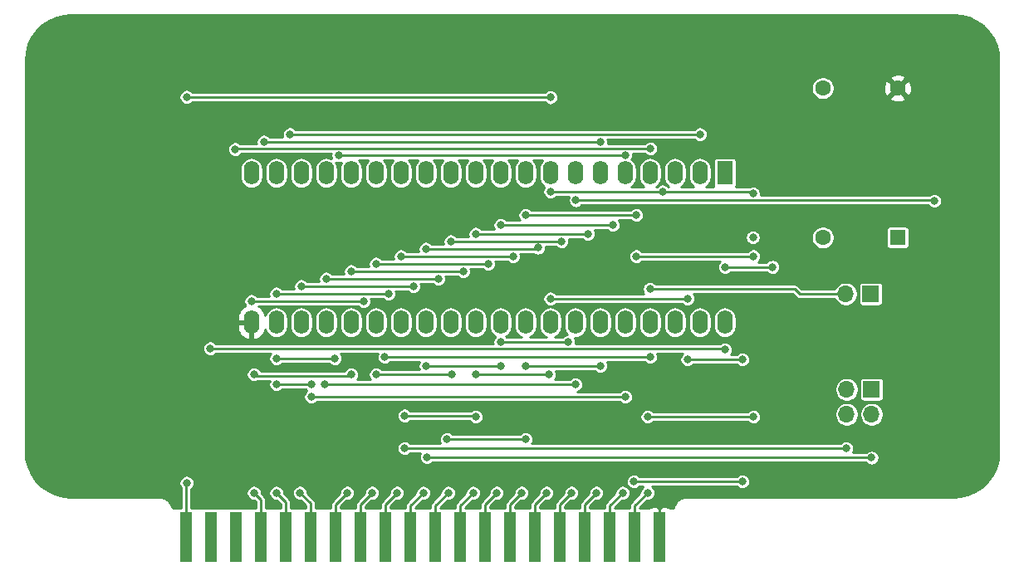
<source format=gbr>
G04 #@! TF.GenerationSoftware,KiCad,Pcbnew,(5.1.9-0-10_14)*
G04 #@! TF.CreationDate,2021-05-05T15:59:09-05:00*
G04 #@! TF.ProjectId,CPU Card,43505520-4361-4726-942e-6b696361645f,v1.0*
G04 #@! TF.SameCoordinates,Original*
G04 #@! TF.FileFunction,Copper,L2,Bot*
G04 #@! TF.FilePolarity,Positive*
%FSLAX46Y46*%
G04 Gerber Fmt 4.6, Leading zero omitted, Abs format (unit mm)*
G04 Created by KiCad (PCBNEW (5.1.9-0-10_14)) date 2021-05-05 15:59:09*
%MOMM*%
%LPD*%
G01*
G04 APERTURE LIST*
G04 #@! TA.AperFunction,SMDPad,CuDef*
%ADD10R,1.270000X5.080000*%
G04 #@! TD*
G04 #@! TA.AperFunction,ComponentPad*
%ADD11R,1.600000X2.400000*%
G04 #@! TD*
G04 #@! TA.AperFunction,ComponentPad*
%ADD12O,1.600000X2.400000*%
G04 #@! TD*
G04 #@! TA.AperFunction,ComponentPad*
%ADD13R,1.700000X1.700000*%
G04 #@! TD*
G04 #@! TA.AperFunction,ComponentPad*
%ADD14O,1.700000X1.700000*%
G04 #@! TD*
G04 #@! TA.AperFunction,ComponentPad*
%ADD15R,1.600000X1.600000*%
G04 #@! TD*
G04 #@! TA.AperFunction,ComponentPad*
%ADD16C,1.600000*%
G04 #@! TD*
G04 #@! TA.AperFunction,ViaPad*
%ADD17C,0.800000*%
G04 #@! TD*
G04 #@! TA.AperFunction,Conductor*
%ADD18C,0.250000*%
G04 #@! TD*
G04 #@! TA.AperFunction,Conductor*
%ADD19C,0.254000*%
G04 #@! TD*
G04 #@! TA.AperFunction,Conductor*
%ADD20C,0.100000*%
G04 #@! TD*
G04 APERTURE END LIST*
D10*
X163510000Y-129900000D03*
X160970000Y-129900000D03*
X158430000Y-129900000D03*
X155890000Y-129900000D03*
X153350000Y-129900000D03*
X150810000Y-129900000D03*
X148270000Y-129900000D03*
X145730000Y-129900000D03*
X143190000Y-129900000D03*
X140650000Y-129900000D03*
X138110000Y-129900000D03*
X135570000Y-129900000D03*
X133030000Y-129900000D03*
X130490000Y-129900000D03*
X127950000Y-129900000D03*
X125410000Y-129900000D03*
X122870000Y-129900000D03*
X120330000Y-129900000D03*
X117790000Y-129900000D03*
X115250000Y-129900000D03*
D11*
X170180000Y-92710000D03*
D12*
X121920000Y-107950000D03*
X167640000Y-92710000D03*
X124460000Y-107950000D03*
X165100000Y-92710000D03*
X127000000Y-107950000D03*
X162560000Y-92710000D03*
X129540000Y-107950000D03*
X160020000Y-92710000D03*
X132080000Y-107950000D03*
X157480000Y-92710000D03*
X134620000Y-107950000D03*
X154940000Y-92710000D03*
X137160000Y-107950000D03*
X152400000Y-92710000D03*
X139700000Y-107950000D03*
X149860000Y-92710000D03*
X142240000Y-107950000D03*
X147320000Y-92710000D03*
X144780000Y-107950000D03*
X144780000Y-92710000D03*
X147320000Y-107950000D03*
X142240000Y-92710000D03*
X149860000Y-107950000D03*
X139700000Y-92710000D03*
X152400000Y-107950000D03*
X137160000Y-92710000D03*
X154940000Y-107950000D03*
X134620000Y-92710000D03*
X157480000Y-107950000D03*
X132080000Y-92710000D03*
X160020000Y-107950000D03*
X129540000Y-92710000D03*
X162560000Y-107950000D03*
X127000000Y-92710000D03*
X165100000Y-107950000D03*
X124460000Y-92710000D03*
X167640000Y-107950000D03*
X121920000Y-92710000D03*
X170180000Y-107950000D03*
D13*
X185150000Y-114810000D03*
D14*
X185150000Y-117350000D03*
X182610000Y-114810000D03*
X182610000Y-117350000D03*
D13*
X185051100Y-105063600D03*
D14*
X182511100Y-105063600D03*
D15*
X187801100Y-99313600D03*
D16*
X180181100Y-99313600D03*
X180181100Y-84073600D03*
X187801100Y-84073600D03*
D17*
X162306000Y-125349000D03*
X173101000Y-117602000D03*
X173101000Y-101219000D03*
X161163000Y-101219000D03*
X161163000Y-97028000D03*
X149860000Y-97028000D03*
X162306000Y-117601999D03*
X159766000Y-125349000D03*
X158750000Y-98044000D03*
X147320000Y-98044000D03*
X157099000Y-125349000D03*
X156210000Y-98933000D03*
X144780000Y-98933000D03*
X154559000Y-125349000D03*
X142239996Y-99695000D03*
X153542999Y-99694999D03*
X152019000Y-125349000D03*
X139700000Y-100457000D03*
X151130000Y-100347010D03*
X149479000Y-125349000D03*
X137160000Y-101219004D03*
X148590000Y-101218998D03*
X146939000Y-125349000D03*
X134620000Y-101981000D03*
X146050000Y-101981000D03*
X144526000Y-125349000D03*
X132080000Y-102743000D03*
X143510000Y-102743010D03*
X141986000Y-125349000D03*
X129540000Y-103505000D03*
X140970001Y-103505005D03*
X139446000Y-125349000D03*
X127000000Y-104267000D03*
X138430000Y-104266998D03*
X136779000Y-125349000D03*
X124460000Y-105029000D03*
X135890000Y-105028996D03*
X134239000Y-125349000D03*
X133350000Y-105790990D03*
X121920002Y-105791000D03*
X124460000Y-111633000D03*
X130429000Y-111633000D03*
X131699000Y-125349000D03*
X126873000Y-125349000D03*
X124460000Y-114300000D03*
X124459994Y-125349000D03*
X128016000Y-114300000D03*
X132080000Y-113284000D03*
X122174002Y-125349000D03*
X122174000Y-113284000D03*
X152400000Y-105537000D03*
X166370000Y-105537000D03*
X166370000Y-111760000D03*
X171958000Y-111760000D03*
X171958000Y-124206000D03*
X160909000Y-124206000D03*
X149860000Y-112395000D03*
X157480000Y-112395000D03*
X147320000Y-109965000D03*
X154194999Y-109965000D03*
X144780000Y-113284000D03*
X152273000Y-113284000D03*
X141859000Y-119888000D03*
X149860000Y-119888000D03*
X139700000Y-112395000D03*
X147320000Y-112395000D03*
X137541000Y-117475000D03*
X144780000Y-117602000D03*
X134620000Y-113284000D03*
X142366996Y-113284000D03*
X152400000Y-94615000D03*
X163830000Y-94615000D03*
X115316000Y-124333000D03*
X115316000Y-84963000D03*
X173051112Y-99313602D03*
X173051100Y-94813600D03*
X152400000Y-85014704D03*
X160020000Y-115570000D03*
X128016000Y-115570000D03*
X125857000Y-88773000D03*
X167640000Y-88772998D03*
X117729000Y-110617000D03*
X170180000Y-110744002D03*
X162607000Y-90249996D03*
X120268999Y-90297001D03*
X157480008Y-89535000D03*
X123190001Y-89535001D03*
X129413000Y-114300000D03*
X154940000Y-114300000D03*
X130810000Y-90932000D03*
X160020000Y-90901996D03*
X175051100Y-102313600D03*
X170201100Y-102313600D03*
X139801100Y-121713596D03*
X185150000Y-121764690D03*
X137551100Y-120813600D03*
X182551100Y-120813600D03*
X135509000Y-111506004D03*
X162560000Y-111506000D03*
X162551100Y-104563600D03*
X155001100Y-95513600D03*
X191551100Y-95563600D03*
D18*
X160970000Y-126685000D02*
X162306000Y-125349000D01*
X160970000Y-129900000D02*
X160970000Y-126685000D01*
X173101000Y-101219000D02*
X161163000Y-101219000D01*
X161163000Y-97028000D02*
X149860000Y-97028000D01*
X172535314Y-117601999D02*
X162306000Y-117601999D01*
X173101000Y-117602000D02*
X172535314Y-117601999D01*
X158430000Y-126685000D02*
X159766000Y-125349000D01*
X158430000Y-129900000D02*
X158430000Y-126685000D01*
X158750000Y-98044000D02*
X147320000Y-98044000D01*
X155890000Y-126558000D02*
X157099000Y-125349000D01*
X155890000Y-129900000D02*
X155890000Y-126558000D01*
X156210000Y-98933000D02*
X144780000Y-98933000D01*
X153350000Y-129900000D02*
X153350000Y-126558000D01*
X153350000Y-126558000D02*
X154559000Y-125349000D01*
X153542998Y-99695000D02*
X153542999Y-99694999D01*
X142239996Y-99695000D02*
X153542998Y-99695000D01*
X150810000Y-126558000D02*
X152019000Y-125349000D01*
X150810000Y-129900000D02*
X150810000Y-126558000D01*
X151020010Y-100457000D02*
X151130000Y-100347010D01*
X139700000Y-100457000D02*
X151020010Y-100457000D01*
X148270000Y-126558000D02*
X149479000Y-125349000D01*
X148270000Y-129900000D02*
X148270000Y-126558000D01*
X148589994Y-101219004D02*
X148590000Y-101218998D01*
X137160000Y-101219004D02*
X148589994Y-101219004D01*
X145730000Y-126558000D02*
X146939000Y-125349000D01*
X145730000Y-129900000D02*
X145730000Y-126558000D01*
X134620000Y-101981000D02*
X146050000Y-101981000D01*
X143190000Y-126685000D02*
X144526000Y-125349000D01*
X143190000Y-129900000D02*
X143190000Y-126685000D01*
X143509990Y-102743000D02*
X143510000Y-102743010D01*
X132080000Y-102743000D02*
X143509990Y-102743000D01*
X140650000Y-126685000D02*
X141986000Y-125349000D01*
X140650000Y-129900000D02*
X140650000Y-126685000D01*
X140969996Y-103505000D02*
X140970001Y-103505005D01*
X129540000Y-103505000D02*
X140969996Y-103505000D01*
X138110000Y-126685000D02*
X139446000Y-125349000D01*
X138110000Y-129900000D02*
X138110000Y-126685000D01*
X127000000Y-104267000D02*
X138429998Y-104267000D01*
X138429998Y-104267000D02*
X138430000Y-104266998D01*
X135570000Y-129900000D02*
X135570000Y-126558000D01*
X135570000Y-126558000D02*
X136779000Y-125349000D01*
X124460000Y-105029000D02*
X135889996Y-105029000D01*
X135889996Y-105029000D02*
X135890000Y-105028996D01*
X133030000Y-126558000D02*
X134239000Y-125349000D01*
X133030000Y-129900000D02*
X133030000Y-126558000D01*
X121920012Y-105790990D02*
X121920002Y-105791000D01*
X133350000Y-105790990D02*
X121920012Y-105790990D01*
X124460000Y-111633000D02*
X130429000Y-111633000D01*
X130490000Y-126558000D02*
X131699000Y-125349000D01*
X130490000Y-129900000D02*
X130490000Y-126558000D01*
X127950000Y-129900000D02*
X127950000Y-126426000D01*
X127950000Y-126426000D02*
X126873000Y-125349000D01*
X125410000Y-129900000D02*
X125410000Y-126299006D01*
X125410000Y-126299006D02*
X124459994Y-125349000D01*
X124460000Y-114300000D02*
X128016000Y-114300000D01*
X122870000Y-129900000D02*
X122870000Y-126044998D01*
X122870000Y-126044998D02*
X122174002Y-125349000D01*
X122301000Y-113411000D02*
X122174000Y-113284000D01*
X131953000Y-113411000D02*
X122301000Y-113411000D01*
X132080000Y-113284000D02*
X131953000Y-113411000D01*
X164574766Y-105537000D02*
X166370000Y-105537000D01*
X152400000Y-105537000D02*
X164574766Y-105537000D01*
X166370000Y-111760000D02*
X171958000Y-111760000D01*
X171958000Y-124206000D02*
X160909000Y-124206000D01*
X149860000Y-112395000D02*
X157480000Y-112395000D01*
X147320000Y-109965000D02*
X154194999Y-109965000D01*
X144780000Y-113284000D02*
X152273000Y-113284000D01*
X141859000Y-119888000D02*
X149860000Y-119888000D01*
X139700000Y-112395000D02*
X147320000Y-112395000D01*
X144653000Y-117475000D02*
X144780000Y-117602000D01*
X137541000Y-117475000D02*
X144653000Y-117475000D01*
X142113000Y-113284000D02*
X142366996Y-113284000D01*
X134620000Y-113284000D02*
X142113000Y-113284000D01*
X163510000Y-129900000D02*
X163510000Y-125542000D01*
X152400000Y-94615000D02*
X163830000Y-94615000D01*
X115250000Y-124399000D02*
X115316000Y-124333000D01*
X115250000Y-129900000D02*
X115250000Y-124399000D01*
X163830000Y-94615000D02*
X168352510Y-94615000D01*
X172852500Y-94615000D02*
X173051100Y-94813600D01*
X168352510Y-94615000D02*
X172852500Y-94615000D01*
X115316000Y-84963000D02*
X152348296Y-84963000D01*
X152348296Y-84963000D02*
X152400000Y-85014704D01*
X160020000Y-115570000D02*
X128270000Y-115570000D01*
X128270000Y-115570000D02*
X128016000Y-115570000D01*
X167639998Y-88773000D02*
X167640000Y-88772998D01*
X125857000Y-88773000D02*
X167639998Y-88773000D01*
X170052998Y-110617000D02*
X170180000Y-110744002D01*
X117729000Y-110617000D02*
X170052998Y-110617000D01*
X162607000Y-90249996D02*
X120316004Y-90249996D01*
X120316004Y-90249996D02*
X120268999Y-90297001D01*
X156914322Y-89535001D02*
X123190001Y-89535001D01*
X157480008Y-89535000D02*
X156914322Y-89535001D01*
X129413000Y-114300000D02*
X154940000Y-114300000D01*
X159989996Y-90932000D02*
X160020000Y-90901996D01*
X130810000Y-90932000D02*
X159989996Y-90932000D01*
X175051100Y-102313600D02*
X170201100Y-102313600D01*
X139801100Y-121713596D02*
X185098906Y-121713596D01*
X185098906Y-121713596D02*
X185150000Y-121764690D01*
X137551100Y-120813600D02*
X182551100Y-120813600D01*
X135509000Y-111506004D02*
X162559996Y-111506004D01*
X162559996Y-111506004D02*
X162560000Y-111506000D01*
X177801100Y-105063600D02*
X182511100Y-105063600D01*
X177301100Y-104563600D02*
X177801100Y-105063600D01*
X162551100Y-104563600D02*
X177301100Y-104563600D01*
X191501100Y-95513600D02*
X191551100Y-95563600D01*
X155001100Y-95513600D02*
X191501100Y-95513600D01*
D19*
X194314346Y-76673794D02*
X195101873Y-76889238D01*
X195838816Y-77240741D01*
X196501860Y-77717187D01*
X197070056Y-78303519D01*
X197525438Y-78981200D01*
X197853619Y-79728816D01*
X198044970Y-80525851D01*
X198095101Y-81208506D01*
X198095100Y-121175515D01*
X198020906Y-122006846D01*
X197805462Y-122794374D01*
X197453959Y-123531316D01*
X196977513Y-124194360D01*
X196391181Y-124762556D01*
X195713500Y-125217938D01*
X194965884Y-125546119D01*
X194168849Y-125737470D01*
X193486208Y-125787600D01*
X166281159Y-125787600D01*
X166263511Y-125789338D01*
X166257321Y-125789295D01*
X166251679Y-125789848D01*
X166057582Y-125810249D01*
X166021496Y-125817656D01*
X165985392Y-125824544D01*
X165979967Y-125826181D01*
X165979961Y-125826183D01*
X165793527Y-125883894D01*
X165759600Y-125898155D01*
X165725487Y-125911938D01*
X165720481Y-125914599D01*
X165548804Y-126007424D01*
X165518237Y-126028042D01*
X165487506Y-126048152D01*
X165483112Y-126051734D01*
X165332734Y-126176138D01*
X165306764Y-126202289D01*
X165280516Y-126227994D01*
X165276907Y-126232356D01*
X165276901Y-126232362D01*
X165276897Y-126232369D01*
X165153552Y-126383604D01*
X165133178Y-126414269D01*
X165112399Y-126444616D01*
X165109705Y-126449598D01*
X165109702Y-126449602D01*
X165109702Y-126449603D01*
X165018077Y-126621925D01*
X165004049Y-126655960D01*
X164989559Y-126689768D01*
X164987882Y-126695183D01*
X164934196Y-126873000D01*
X164552544Y-126873000D01*
X164499494Y-126829463D01*
X164389180Y-126770498D01*
X164269482Y-126734188D01*
X164145000Y-126721928D01*
X163795750Y-126725000D01*
X163647750Y-126873000D01*
X163372250Y-126873000D01*
X163224250Y-126725000D01*
X162875000Y-126721928D01*
X162750518Y-126734188D01*
X162630820Y-126770498D01*
X162520506Y-126829463D01*
X162467456Y-126873000D01*
X161497591Y-126873000D01*
X162240592Y-126130000D01*
X162382922Y-126130000D01*
X162533809Y-126099987D01*
X162675942Y-126041113D01*
X162803859Y-125955642D01*
X162912642Y-125846859D01*
X162998113Y-125718942D01*
X163056987Y-125576809D01*
X163087000Y-125425922D01*
X163087000Y-125272078D01*
X163056987Y-125121191D01*
X162998113Y-124979058D01*
X162912642Y-124851141D01*
X162803859Y-124742358D01*
X162758425Y-124712000D01*
X171359499Y-124712000D01*
X171460141Y-124812642D01*
X171588058Y-124898113D01*
X171730191Y-124956987D01*
X171881078Y-124987000D01*
X172034922Y-124987000D01*
X172185809Y-124956987D01*
X172327942Y-124898113D01*
X172455859Y-124812642D01*
X172564642Y-124703859D01*
X172650113Y-124575942D01*
X172708987Y-124433809D01*
X172739000Y-124282922D01*
X172739000Y-124129078D01*
X172708987Y-123978191D01*
X172650113Y-123836058D01*
X172564642Y-123708141D01*
X172455859Y-123599358D01*
X172327942Y-123513887D01*
X172185809Y-123455013D01*
X172034922Y-123425000D01*
X171881078Y-123425000D01*
X171730191Y-123455013D01*
X171588058Y-123513887D01*
X171460141Y-123599358D01*
X171359499Y-123700000D01*
X161507501Y-123700000D01*
X161406859Y-123599358D01*
X161278942Y-123513887D01*
X161136809Y-123455013D01*
X160985922Y-123425000D01*
X160832078Y-123425000D01*
X160681191Y-123455013D01*
X160539058Y-123513887D01*
X160411141Y-123599358D01*
X160302358Y-123708141D01*
X160216887Y-123836058D01*
X160158013Y-123978191D01*
X160128000Y-124129078D01*
X160128000Y-124282922D01*
X160158013Y-124433809D01*
X160216887Y-124575942D01*
X160302358Y-124703859D01*
X160411141Y-124812642D01*
X160539058Y-124898113D01*
X160681191Y-124956987D01*
X160832078Y-124987000D01*
X160985922Y-124987000D01*
X161136809Y-124956987D01*
X161278942Y-124898113D01*
X161406859Y-124812642D01*
X161507501Y-124712000D01*
X161853575Y-124712000D01*
X161808141Y-124742358D01*
X161699358Y-124851141D01*
X161613887Y-124979058D01*
X161555013Y-125121191D01*
X161525000Y-125272078D01*
X161525000Y-125414408D01*
X160629780Y-126309629D01*
X160610474Y-126325473D01*
X160547242Y-126402521D01*
X160526512Y-126441304D01*
X160500255Y-126490426D01*
X160471322Y-126585808D01*
X160461553Y-126685000D01*
X160464001Y-126709856D01*
X160464001Y-126873000D01*
X158957591Y-126873000D01*
X159700592Y-126130000D01*
X159842922Y-126130000D01*
X159993809Y-126099987D01*
X160135942Y-126041113D01*
X160263859Y-125955642D01*
X160372642Y-125846859D01*
X160458113Y-125718942D01*
X160516987Y-125576809D01*
X160547000Y-125425922D01*
X160547000Y-125272078D01*
X160516987Y-125121191D01*
X160458113Y-124979058D01*
X160372642Y-124851141D01*
X160263859Y-124742358D01*
X160135942Y-124656887D01*
X159993809Y-124598013D01*
X159842922Y-124568000D01*
X159689078Y-124568000D01*
X159538191Y-124598013D01*
X159396058Y-124656887D01*
X159268141Y-124742358D01*
X159159358Y-124851141D01*
X159073887Y-124979058D01*
X159015013Y-125121191D01*
X158985000Y-125272078D01*
X158985000Y-125414408D01*
X158089780Y-126309629D01*
X158070474Y-126325473D01*
X158007242Y-126402521D01*
X157986512Y-126441304D01*
X157960255Y-126490426D01*
X157931322Y-126585808D01*
X157921553Y-126685000D01*
X157924001Y-126709856D01*
X157924001Y-126873000D01*
X156396000Y-126873000D01*
X156396000Y-126767591D01*
X157033592Y-126130000D01*
X157175922Y-126130000D01*
X157326809Y-126099987D01*
X157468942Y-126041113D01*
X157596859Y-125955642D01*
X157705642Y-125846859D01*
X157791113Y-125718942D01*
X157849987Y-125576809D01*
X157880000Y-125425922D01*
X157880000Y-125272078D01*
X157849987Y-125121191D01*
X157791113Y-124979058D01*
X157705642Y-124851141D01*
X157596859Y-124742358D01*
X157468942Y-124656887D01*
X157326809Y-124598013D01*
X157175922Y-124568000D01*
X157022078Y-124568000D01*
X156871191Y-124598013D01*
X156729058Y-124656887D01*
X156601141Y-124742358D01*
X156492358Y-124851141D01*
X156406887Y-124979058D01*
X156348013Y-125121191D01*
X156318000Y-125272078D01*
X156318000Y-125414408D01*
X155549780Y-126182629D01*
X155530474Y-126198473D01*
X155467242Y-126275521D01*
X155449759Y-126308230D01*
X155420255Y-126363426D01*
X155391322Y-126458808D01*
X155381553Y-126558000D01*
X155384001Y-126582856D01*
X155384001Y-126873000D01*
X153856000Y-126873000D01*
X153856000Y-126767591D01*
X154493592Y-126130000D01*
X154635922Y-126130000D01*
X154786809Y-126099987D01*
X154928942Y-126041113D01*
X155056859Y-125955642D01*
X155165642Y-125846859D01*
X155251113Y-125718942D01*
X155309987Y-125576809D01*
X155340000Y-125425922D01*
X155340000Y-125272078D01*
X155309987Y-125121191D01*
X155251113Y-124979058D01*
X155165642Y-124851141D01*
X155056859Y-124742358D01*
X154928942Y-124656887D01*
X154786809Y-124598013D01*
X154635922Y-124568000D01*
X154482078Y-124568000D01*
X154331191Y-124598013D01*
X154189058Y-124656887D01*
X154061141Y-124742358D01*
X153952358Y-124851141D01*
X153866887Y-124979058D01*
X153808013Y-125121191D01*
X153778000Y-125272078D01*
X153778000Y-125414408D01*
X153009780Y-126182629D01*
X152990474Y-126198473D01*
X152927242Y-126275521D01*
X152909759Y-126308230D01*
X152880255Y-126363426D01*
X152851322Y-126458808D01*
X152841553Y-126558000D01*
X152844001Y-126582856D01*
X152844001Y-126873000D01*
X151316000Y-126873000D01*
X151316000Y-126767591D01*
X151953592Y-126130000D01*
X152095922Y-126130000D01*
X152246809Y-126099987D01*
X152388942Y-126041113D01*
X152516859Y-125955642D01*
X152625642Y-125846859D01*
X152711113Y-125718942D01*
X152769987Y-125576809D01*
X152800000Y-125425922D01*
X152800000Y-125272078D01*
X152769987Y-125121191D01*
X152711113Y-124979058D01*
X152625642Y-124851141D01*
X152516859Y-124742358D01*
X152388942Y-124656887D01*
X152246809Y-124598013D01*
X152095922Y-124568000D01*
X151942078Y-124568000D01*
X151791191Y-124598013D01*
X151649058Y-124656887D01*
X151521141Y-124742358D01*
X151412358Y-124851141D01*
X151326887Y-124979058D01*
X151268013Y-125121191D01*
X151238000Y-125272078D01*
X151238000Y-125414408D01*
X150469780Y-126182629D01*
X150450474Y-126198473D01*
X150387242Y-126275521D01*
X150369759Y-126308230D01*
X150340255Y-126363426D01*
X150311322Y-126458808D01*
X150301553Y-126558000D01*
X150304001Y-126582856D01*
X150304001Y-126873000D01*
X148776000Y-126873000D01*
X148776000Y-126767591D01*
X149413592Y-126130000D01*
X149555922Y-126130000D01*
X149706809Y-126099987D01*
X149848942Y-126041113D01*
X149976859Y-125955642D01*
X150085642Y-125846859D01*
X150171113Y-125718942D01*
X150229987Y-125576809D01*
X150260000Y-125425922D01*
X150260000Y-125272078D01*
X150229987Y-125121191D01*
X150171113Y-124979058D01*
X150085642Y-124851141D01*
X149976859Y-124742358D01*
X149848942Y-124656887D01*
X149706809Y-124598013D01*
X149555922Y-124568000D01*
X149402078Y-124568000D01*
X149251191Y-124598013D01*
X149109058Y-124656887D01*
X148981141Y-124742358D01*
X148872358Y-124851141D01*
X148786887Y-124979058D01*
X148728013Y-125121191D01*
X148698000Y-125272078D01*
X148698000Y-125414408D01*
X147929780Y-126182629D01*
X147910474Y-126198473D01*
X147847242Y-126275521D01*
X147829759Y-126308230D01*
X147800255Y-126363426D01*
X147771322Y-126458808D01*
X147761553Y-126558000D01*
X147764001Y-126582856D01*
X147764001Y-126873000D01*
X146236000Y-126873000D01*
X146236000Y-126767591D01*
X146873592Y-126130000D01*
X147015922Y-126130000D01*
X147166809Y-126099987D01*
X147308942Y-126041113D01*
X147436859Y-125955642D01*
X147545642Y-125846859D01*
X147631113Y-125718942D01*
X147689987Y-125576809D01*
X147720000Y-125425922D01*
X147720000Y-125272078D01*
X147689987Y-125121191D01*
X147631113Y-124979058D01*
X147545642Y-124851141D01*
X147436859Y-124742358D01*
X147308942Y-124656887D01*
X147166809Y-124598013D01*
X147015922Y-124568000D01*
X146862078Y-124568000D01*
X146711191Y-124598013D01*
X146569058Y-124656887D01*
X146441141Y-124742358D01*
X146332358Y-124851141D01*
X146246887Y-124979058D01*
X146188013Y-125121191D01*
X146158000Y-125272078D01*
X146158000Y-125414408D01*
X145389780Y-126182629D01*
X145370474Y-126198473D01*
X145307242Y-126275521D01*
X145289759Y-126308230D01*
X145260255Y-126363426D01*
X145231322Y-126458808D01*
X145221553Y-126558000D01*
X145224001Y-126582856D01*
X145224001Y-126873000D01*
X143717591Y-126873000D01*
X144460592Y-126130000D01*
X144602922Y-126130000D01*
X144753809Y-126099987D01*
X144895942Y-126041113D01*
X145023859Y-125955642D01*
X145132642Y-125846859D01*
X145218113Y-125718942D01*
X145276987Y-125576809D01*
X145307000Y-125425922D01*
X145307000Y-125272078D01*
X145276987Y-125121191D01*
X145218113Y-124979058D01*
X145132642Y-124851141D01*
X145023859Y-124742358D01*
X144895942Y-124656887D01*
X144753809Y-124598013D01*
X144602922Y-124568000D01*
X144449078Y-124568000D01*
X144298191Y-124598013D01*
X144156058Y-124656887D01*
X144028141Y-124742358D01*
X143919358Y-124851141D01*
X143833887Y-124979058D01*
X143775013Y-125121191D01*
X143745000Y-125272078D01*
X143745000Y-125414408D01*
X142849780Y-126309629D01*
X142830474Y-126325473D01*
X142767242Y-126402521D01*
X142746512Y-126441304D01*
X142720255Y-126490426D01*
X142691322Y-126585808D01*
X142681553Y-126685000D01*
X142684001Y-126709856D01*
X142684001Y-126873000D01*
X141177591Y-126873000D01*
X141920592Y-126130000D01*
X142062922Y-126130000D01*
X142213809Y-126099987D01*
X142355942Y-126041113D01*
X142483859Y-125955642D01*
X142592642Y-125846859D01*
X142678113Y-125718942D01*
X142736987Y-125576809D01*
X142767000Y-125425922D01*
X142767000Y-125272078D01*
X142736987Y-125121191D01*
X142678113Y-124979058D01*
X142592642Y-124851141D01*
X142483859Y-124742358D01*
X142355942Y-124656887D01*
X142213809Y-124598013D01*
X142062922Y-124568000D01*
X141909078Y-124568000D01*
X141758191Y-124598013D01*
X141616058Y-124656887D01*
X141488141Y-124742358D01*
X141379358Y-124851141D01*
X141293887Y-124979058D01*
X141235013Y-125121191D01*
X141205000Y-125272078D01*
X141205000Y-125414408D01*
X140309780Y-126309629D01*
X140290474Y-126325473D01*
X140227242Y-126402521D01*
X140206512Y-126441304D01*
X140180255Y-126490426D01*
X140151322Y-126585808D01*
X140141553Y-126685000D01*
X140144001Y-126709856D01*
X140144001Y-126873000D01*
X138637591Y-126873000D01*
X139380592Y-126130000D01*
X139522922Y-126130000D01*
X139673809Y-126099987D01*
X139815942Y-126041113D01*
X139943859Y-125955642D01*
X140052642Y-125846859D01*
X140138113Y-125718942D01*
X140196987Y-125576809D01*
X140227000Y-125425922D01*
X140227000Y-125272078D01*
X140196987Y-125121191D01*
X140138113Y-124979058D01*
X140052642Y-124851141D01*
X139943859Y-124742358D01*
X139815942Y-124656887D01*
X139673809Y-124598013D01*
X139522922Y-124568000D01*
X139369078Y-124568000D01*
X139218191Y-124598013D01*
X139076058Y-124656887D01*
X138948141Y-124742358D01*
X138839358Y-124851141D01*
X138753887Y-124979058D01*
X138695013Y-125121191D01*
X138665000Y-125272078D01*
X138665000Y-125414408D01*
X137769780Y-126309629D01*
X137750474Y-126325473D01*
X137687242Y-126402521D01*
X137666512Y-126441304D01*
X137640255Y-126490426D01*
X137611322Y-126585808D01*
X137601553Y-126685000D01*
X137604001Y-126709856D01*
X137604001Y-126873000D01*
X136076000Y-126873000D01*
X136076000Y-126767591D01*
X136713592Y-126130000D01*
X136855922Y-126130000D01*
X137006809Y-126099987D01*
X137148942Y-126041113D01*
X137276859Y-125955642D01*
X137385642Y-125846859D01*
X137471113Y-125718942D01*
X137529987Y-125576809D01*
X137560000Y-125425922D01*
X137560000Y-125272078D01*
X137529987Y-125121191D01*
X137471113Y-124979058D01*
X137385642Y-124851141D01*
X137276859Y-124742358D01*
X137148942Y-124656887D01*
X137006809Y-124598013D01*
X136855922Y-124568000D01*
X136702078Y-124568000D01*
X136551191Y-124598013D01*
X136409058Y-124656887D01*
X136281141Y-124742358D01*
X136172358Y-124851141D01*
X136086887Y-124979058D01*
X136028013Y-125121191D01*
X135998000Y-125272078D01*
X135998000Y-125414408D01*
X135229780Y-126182629D01*
X135210474Y-126198473D01*
X135147242Y-126275521D01*
X135129759Y-126308230D01*
X135100255Y-126363426D01*
X135071322Y-126458808D01*
X135061553Y-126558000D01*
X135064001Y-126582856D01*
X135064001Y-126873000D01*
X133536000Y-126873000D01*
X133536000Y-126767591D01*
X134173592Y-126130000D01*
X134315922Y-126130000D01*
X134466809Y-126099987D01*
X134608942Y-126041113D01*
X134736859Y-125955642D01*
X134845642Y-125846859D01*
X134931113Y-125718942D01*
X134989987Y-125576809D01*
X135020000Y-125425922D01*
X135020000Y-125272078D01*
X134989987Y-125121191D01*
X134931113Y-124979058D01*
X134845642Y-124851141D01*
X134736859Y-124742358D01*
X134608942Y-124656887D01*
X134466809Y-124598013D01*
X134315922Y-124568000D01*
X134162078Y-124568000D01*
X134011191Y-124598013D01*
X133869058Y-124656887D01*
X133741141Y-124742358D01*
X133632358Y-124851141D01*
X133546887Y-124979058D01*
X133488013Y-125121191D01*
X133458000Y-125272078D01*
X133458000Y-125414408D01*
X132689780Y-126182629D01*
X132670474Y-126198473D01*
X132607242Y-126275521D01*
X132589759Y-126308230D01*
X132560255Y-126363426D01*
X132531322Y-126458808D01*
X132521553Y-126558000D01*
X132524001Y-126582856D01*
X132524001Y-126873000D01*
X130996000Y-126873000D01*
X130996000Y-126767591D01*
X131633592Y-126130000D01*
X131775922Y-126130000D01*
X131926809Y-126099987D01*
X132068942Y-126041113D01*
X132196859Y-125955642D01*
X132305642Y-125846859D01*
X132391113Y-125718942D01*
X132449987Y-125576809D01*
X132480000Y-125425922D01*
X132480000Y-125272078D01*
X132449987Y-125121191D01*
X132391113Y-124979058D01*
X132305642Y-124851141D01*
X132196859Y-124742358D01*
X132068942Y-124656887D01*
X131926809Y-124598013D01*
X131775922Y-124568000D01*
X131622078Y-124568000D01*
X131471191Y-124598013D01*
X131329058Y-124656887D01*
X131201141Y-124742358D01*
X131092358Y-124851141D01*
X131006887Y-124979058D01*
X130948013Y-125121191D01*
X130918000Y-125272078D01*
X130918000Y-125414408D01*
X130149780Y-126182629D01*
X130130474Y-126198473D01*
X130067242Y-126275521D01*
X130049759Y-126308230D01*
X130020255Y-126363426D01*
X129991322Y-126458808D01*
X129981553Y-126558000D01*
X129984001Y-126582856D01*
X129984001Y-126873000D01*
X128456000Y-126873000D01*
X128456000Y-126450845D01*
X128458447Y-126425999D01*
X128456000Y-126401153D01*
X128456000Y-126401146D01*
X128448678Y-126326807D01*
X128419745Y-126231425D01*
X128372759Y-126143521D01*
X128309527Y-126066473D01*
X128290220Y-126050628D01*
X127654000Y-125414409D01*
X127654000Y-125272078D01*
X127623987Y-125121191D01*
X127565113Y-124979058D01*
X127479642Y-124851141D01*
X127370859Y-124742358D01*
X127242942Y-124656887D01*
X127100809Y-124598013D01*
X126949922Y-124568000D01*
X126796078Y-124568000D01*
X126645191Y-124598013D01*
X126503058Y-124656887D01*
X126375141Y-124742358D01*
X126266358Y-124851141D01*
X126180887Y-124979058D01*
X126122013Y-125121191D01*
X126092000Y-125272078D01*
X126092000Y-125425922D01*
X126122013Y-125576809D01*
X126180887Y-125718942D01*
X126266358Y-125846859D01*
X126375141Y-125955642D01*
X126503058Y-126041113D01*
X126645191Y-126099987D01*
X126796078Y-126130000D01*
X126938409Y-126130000D01*
X127444001Y-126635593D01*
X127444001Y-126873000D01*
X125916000Y-126873000D01*
X125916000Y-126323851D01*
X125918447Y-126299005D01*
X125916000Y-126274159D01*
X125916000Y-126274152D01*
X125908678Y-126199813D01*
X125906794Y-126193600D01*
X125901471Y-126176053D01*
X125879745Y-126104431D01*
X125832759Y-126016527D01*
X125769527Y-125939479D01*
X125750220Y-125923634D01*
X125240994Y-125414409D01*
X125240994Y-125272078D01*
X125210981Y-125121191D01*
X125152107Y-124979058D01*
X125066636Y-124851141D01*
X124957853Y-124742358D01*
X124829936Y-124656887D01*
X124687803Y-124598013D01*
X124536916Y-124568000D01*
X124383072Y-124568000D01*
X124232185Y-124598013D01*
X124090052Y-124656887D01*
X123962135Y-124742358D01*
X123853352Y-124851141D01*
X123767881Y-124979058D01*
X123709007Y-125121191D01*
X123678994Y-125272078D01*
X123678994Y-125425922D01*
X123709007Y-125576809D01*
X123767881Y-125718942D01*
X123853352Y-125846859D01*
X123962135Y-125955642D01*
X124090052Y-126041113D01*
X124232185Y-126099987D01*
X124383072Y-126130000D01*
X124525403Y-126130000D01*
X124904001Y-126508599D01*
X124904001Y-126873000D01*
X123376000Y-126873000D01*
X123376000Y-126069852D01*
X123378448Y-126044998D01*
X123368678Y-125945805D01*
X123339745Y-125850423D01*
X123329488Y-125831234D01*
X123292759Y-125762519D01*
X123229527Y-125685471D01*
X123210220Y-125669626D01*
X122955002Y-125414408D01*
X122955002Y-125272078D01*
X122924989Y-125121191D01*
X122866115Y-124979058D01*
X122780644Y-124851141D01*
X122671861Y-124742358D01*
X122543944Y-124656887D01*
X122401811Y-124598013D01*
X122250924Y-124568000D01*
X122097080Y-124568000D01*
X121946193Y-124598013D01*
X121804060Y-124656887D01*
X121676143Y-124742358D01*
X121567360Y-124851141D01*
X121481889Y-124979058D01*
X121423015Y-125121191D01*
X121393002Y-125272078D01*
X121393002Y-125425922D01*
X121423015Y-125576809D01*
X121481889Y-125718942D01*
X121567360Y-125846859D01*
X121676143Y-125955642D01*
X121804060Y-126041113D01*
X121946193Y-126099987D01*
X122097080Y-126130000D01*
X122239410Y-126130000D01*
X122364001Y-126254591D01*
X122364001Y-126873000D01*
X115756000Y-126873000D01*
X115756000Y-124978302D01*
X115813859Y-124939642D01*
X115922642Y-124830859D01*
X116008113Y-124702942D01*
X116066987Y-124560809D01*
X116097000Y-124409922D01*
X116097000Y-124256078D01*
X116066987Y-124105191D01*
X116008113Y-123963058D01*
X115922642Y-123835141D01*
X115813859Y-123726358D01*
X115685942Y-123640887D01*
X115543809Y-123582013D01*
X115392922Y-123552000D01*
X115239078Y-123552000D01*
X115088191Y-123582013D01*
X114946058Y-123640887D01*
X114818141Y-123726358D01*
X114709358Y-123835141D01*
X114623887Y-123963058D01*
X114565013Y-124105191D01*
X114535000Y-124256078D01*
X114535000Y-124409922D01*
X114565013Y-124560809D01*
X114623887Y-124702942D01*
X114709358Y-124830859D01*
X114744001Y-124865502D01*
X114744001Y-126873000D01*
X113868679Y-126873000D01*
X113868518Y-126872465D01*
X113810806Y-126686027D01*
X113796545Y-126652100D01*
X113782762Y-126617987D01*
X113780101Y-126612981D01*
X113687276Y-126441304D01*
X113666658Y-126410737D01*
X113646548Y-126380006D01*
X113642966Y-126375612D01*
X113518562Y-126225234D01*
X113492411Y-126199264D01*
X113466706Y-126173016D01*
X113462344Y-126169407D01*
X113462338Y-126169401D01*
X113462331Y-126169397D01*
X113311096Y-126046052D01*
X113280431Y-126025678D01*
X113250084Y-126004899D01*
X113245102Y-126002205D01*
X113245098Y-126002202D01*
X113245094Y-126002200D01*
X113072775Y-125910577D01*
X113038740Y-125896549D01*
X113004932Y-125882059D01*
X112999517Y-125880382D01*
X112812681Y-125823973D01*
X112776511Y-125816811D01*
X112740591Y-125809176D01*
X112734964Y-125808584D01*
X112734953Y-125808582D01*
X112734943Y-125808582D01*
X112540719Y-125789538D01*
X112540718Y-125789538D01*
X112521041Y-125787600D01*
X103519185Y-125787600D01*
X102687854Y-125713406D01*
X101900326Y-125497962D01*
X101163384Y-125146459D01*
X100500340Y-124670013D01*
X99932144Y-124083681D01*
X99476762Y-123406000D01*
X99148581Y-122658384D01*
X98957230Y-121861349D01*
X98907100Y-121178708D01*
X98907100Y-120736678D01*
X136770100Y-120736678D01*
X136770100Y-120890522D01*
X136800113Y-121041409D01*
X136858987Y-121183542D01*
X136944458Y-121311459D01*
X137053241Y-121420242D01*
X137181158Y-121505713D01*
X137323291Y-121564587D01*
X137474178Y-121594600D01*
X137628022Y-121594600D01*
X137778909Y-121564587D01*
X137921042Y-121505713D01*
X138048959Y-121420242D01*
X138149601Y-121319600D01*
X139125059Y-121319600D01*
X139108987Y-121343654D01*
X139050113Y-121485787D01*
X139020100Y-121636674D01*
X139020100Y-121790518D01*
X139050113Y-121941405D01*
X139108987Y-122083538D01*
X139194458Y-122211455D01*
X139303241Y-122320238D01*
X139431158Y-122405709D01*
X139573291Y-122464583D01*
X139724178Y-122494596D01*
X139878022Y-122494596D01*
X140028909Y-122464583D01*
X140171042Y-122405709D01*
X140298959Y-122320238D01*
X140399601Y-122219596D01*
X184514658Y-122219596D01*
X184543358Y-122262549D01*
X184652141Y-122371332D01*
X184780058Y-122456803D01*
X184922191Y-122515677D01*
X185073078Y-122545690D01*
X185226922Y-122545690D01*
X185377809Y-122515677D01*
X185519942Y-122456803D01*
X185647859Y-122371332D01*
X185756642Y-122262549D01*
X185842113Y-122134632D01*
X185900987Y-121992499D01*
X185931000Y-121841612D01*
X185931000Y-121687768D01*
X185900987Y-121536881D01*
X185842113Y-121394748D01*
X185756642Y-121266831D01*
X185647859Y-121158048D01*
X185519942Y-121072577D01*
X185377809Y-121013703D01*
X185226922Y-120983690D01*
X185073078Y-120983690D01*
X184922191Y-121013703D01*
X184780058Y-121072577D01*
X184652141Y-121158048D01*
X184602593Y-121207596D01*
X183227141Y-121207596D01*
X183243213Y-121183542D01*
X183302087Y-121041409D01*
X183332100Y-120890522D01*
X183332100Y-120736678D01*
X183302087Y-120585791D01*
X183243213Y-120443658D01*
X183157742Y-120315741D01*
X183048959Y-120206958D01*
X182921042Y-120121487D01*
X182778909Y-120062613D01*
X182628022Y-120032600D01*
X182474178Y-120032600D01*
X182323291Y-120062613D01*
X182181158Y-120121487D01*
X182053241Y-120206958D01*
X181952599Y-120307600D01*
X150518933Y-120307600D01*
X150552113Y-120257942D01*
X150610987Y-120115809D01*
X150641000Y-119964922D01*
X150641000Y-119811078D01*
X150610987Y-119660191D01*
X150552113Y-119518058D01*
X150466642Y-119390141D01*
X150357859Y-119281358D01*
X150229942Y-119195887D01*
X150087809Y-119137013D01*
X149936922Y-119107000D01*
X149783078Y-119107000D01*
X149632191Y-119137013D01*
X149490058Y-119195887D01*
X149362141Y-119281358D01*
X149261499Y-119382000D01*
X142457501Y-119382000D01*
X142356859Y-119281358D01*
X142228942Y-119195887D01*
X142086809Y-119137013D01*
X141935922Y-119107000D01*
X141782078Y-119107000D01*
X141631191Y-119137013D01*
X141489058Y-119195887D01*
X141361141Y-119281358D01*
X141252358Y-119390141D01*
X141166887Y-119518058D01*
X141108013Y-119660191D01*
X141078000Y-119811078D01*
X141078000Y-119964922D01*
X141108013Y-120115809D01*
X141166887Y-120257942D01*
X141200067Y-120307600D01*
X138149601Y-120307600D01*
X138048959Y-120206958D01*
X137921042Y-120121487D01*
X137778909Y-120062613D01*
X137628022Y-120032600D01*
X137474178Y-120032600D01*
X137323291Y-120062613D01*
X137181158Y-120121487D01*
X137053241Y-120206958D01*
X136944458Y-120315741D01*
X136858987Y-120443658D01*
X136800113Y-120585791D01*
X136770100Y-120736678D01*
X98907100Y-120736678D01*
X98907100Y-117398078D01*
X136760000Y-117398078D01*
X136760000Y-117551922D01*
X136790013Y-117702809D01*
X136848887Y-117844942D01*
X136934358Y-117972859D01*
X137043141Y-118081642D01*
X137171058Y-118167113D01*
X137313191Y-118225987D01*
X137464078Y-118256000D01*
X137617922Y-118256000D01*
X137768809Y-118225987D01*
X137910942Y-118167113D01*
X138038859Y-118081642D01*
X138139501Y-117981000D01*
X144093939Y-117981000D01*
X144173358Y-118099859D01*
X144282141Y-118208642D01*
X144410058Y-118294113D01*
X144552191Y-118352987D01*
X144703078Y-118383000D01*
X144856922Y-118383000D01*
X145007809Y-118352987D01*
X145149942Y-118294113D01*
X145277859Y-118208642D01*
X145386642Y-118099859D01*
X145472113Y-117971942D01*
X145530987Y-117829809D01*
X145561000Y-117678922D01*
X145561000Y-117525078D01*
X145561000Y-117525077D01*
X161525000Y-117525077D01*
X161525000Y-117678921D01*
X161555013Y-117829808D01*
X161613887Y-117971941D01*
X161699358Y-118099858D01*
X161808141Y-118208641D01*
X161936058Y-118294112D01*
X162078191Y-118352986D01*
X162229078Y-118382999D01*
X162382922Y-118382999D01*
X162533809Y-118352986D01*
X162675942Y-118294112D01*
X162803859Y-118208641D01*
X162904501Y-118107999D01*
X172502498Y-118107999D01*
X172603141Y-118208642D01*
X172731058Y-118294113D01*
X172873191Y-118352987D01*
X173024078Y-118383000D01*
X173177922Y-118383000D01*
X173328809Y-118352987D01*
X173470942Y-118294113D01*
X173598859Y-118208642D01*
X173707642Y-118099859D01*
X173793113Y-117971942D01*
X173851987Y-117829809D01*
X173882000Y-117678922D01*
X173882000Y-117525078D01*
X173851987Y-117374191D01*
X173793113Y-117232058D01*
X173790908Y-117228757D01*
X181379000Y-117228757D01*
X181379000Y-117471243D01*
X181426307Y-117709069D01*
X181519102Y-117933097D01*
X181653820Y-118134717D01*
X181825283Y-118306180D01*
X182026903Y-118440898D01*
X182250931Y-118533693D01*
X182488757Y-118581000D01*
X182731243Y-118581000D01*
X182969069Y-118533693D01*
X183193097Y-118440898D01*
X183394717Y-118306180D01*
X183566180Y-118134717D01*
X183700898Y-117933097D01*
X183793693Y-117709069D01*
X183841000Y-117471243D01*
X183841000Y-117228757D01*
X183919000Y-117228757D01*
X183919000Y-117471243D01*
X183966307Y-117709069D01*
X184059102Y-117933097D01*
X184193820Y-118134717D01*
X184365283Y-118306180D01*
X184566903Y-118440898D01*
X184790931Y-118533693D01*
X185028757Y-118581000D01*
X185271243Y-118581000D01*
X185509069Y-118533693D01*
X185733097Y-118440898D01*
X185934717Y-118306180D01*
X186106180Y-118134717D01*
X186240898Y-117933097D01*
X186333693Y-117709069D01*
X186381000Y-117471243D01*
X186381000Y-117228757D01*
X186333693Y-116990931D01*
X186240898Y-116766903D01*
X186106180Y-116565283D01*
X185934717Y-116393820D01*
X185733097Y-116259102D01*
X185509069Y-116166307D01*
X185271243Y-116119000D01*
X185028757Y-116119000D01*
X184790931Y-116166307D01*
X184566903Y-116259102D01*
X184365283Y-116393820D01*
X184193820Y-116565283D01*
X184059102Y-116766903D01*
X183966307Y-116990931D01*
X183919000Y-117228757D01*
X183841000Y-117228757D01*
X183793693Y-116990931D01*
X183700898Y-116766903D01*
X183566180Y-116565283D01*
X183394717Y-116393820D01*
X183193097Y-116259102D01*
X182969069Y-116166307D01*
X182731243Y-116119000D01*
X182488757Y-116119000D01*
X182250931Y-116166307D01*
X182026903Y-116259102D01*
X181825283Y-116393820D01*
X181653820Y-116565283D01*
X181519102Y-116766903D01*
X181426307Y-116990931D01*
X181379000Y-117228757D01*
X173790908Y-117228757D01*
X173707642Y-117104141D01*
X173598859Y-116995358D01*
X173470942Y-116909887D01*
X173328809Y-116851013D01*
X173177922Y-116821000D01*
X173024078Y-116821000D01*
X172873191Y-116851013D01*
X172731058Y-116909887D01*
X172603141Y-116995358D01*
X172502500Y-117095999D01*
X162904501Y-117095999D01*
X162803859Y-116995357D01*
X162675942Y-116909886D01*
X162533809Y-116851012D01*
X162382922Y-116820999D01*
X162229078Y-116820999D01*
X162078191Y-116851012D01*
X161936058Y-116909886D01*
X161808141Y-116995357D01*
X161699358Y-117104140D01*
X161613887Y-117232057D01*
X161555013Y-117374190D01*
X161525000Y-117525077D01*
X145561000Y-117525077D01*
X145530987Y-117374191D01*
X145472113Y-117232058D01*
X145386642Y-117104141D01*
X145277859Y-116995358D01*
X145149942Y-116909887D01*
X145007809Y-116851013D01*
X144856922Y-116821000D01*
X144703078Y-116821000D01*
X144552191Y-116851013D01*
X144410058Y-116909887D01*
X144321589Y-116969000D01*
X138139501Y-116969000D01*
X138038859Y-116868358D01*
X137910942Y-116782887D01*
X137768809Y-116724013D01*
X137617922Y-116694000D01*
X137464078Y-116694000D01*
X137313191Y-116724013D01*
X137171058Y-116782887D01*
X137043141Y-116868358D01*
X136934358Y-116977141D01*
X136848887Y-117105058D01*
X136790013Y-117247191D01*
X136760000Y-117398078D01*
X98907100Y-117398078D01*
X98907100Y-110540078D01*
X116948000Y-110540078D01*
X116948000Y-110693922D01*
X116978013Y-110844809D01*
X117036887Y-110986942D01*
X117122358Y-111114859D01*
X117231141Y-111223642D01*
X117359058Y-111309113D01*
X117501191Y-111367987D01*
X117652078Y-111398000D01*
X117805922Y-111398000D01*
X117956809Y-111367987D01*
X118098942Y-111309113D01*
X118226859Y-111223642D01*
X118327501Y-111123000D01*
X123865499Y-111123000D01*
X123853358Y-111135141D01*
X123767887Y-111263058D01*
X123709013Y-111405191D01*
X123679000Y-111556078D01*
X123679000Y-111709922D01*
X123709013Y-111860809D01*
X123767887Y-112002942D01*
X123853358Y-112130859D01*
X123962141Y-112239642D01*
X124090058Y-112325113D01*
X124232191Y-112383987D01*
X124383078Y-112414000D01*
X124536922Y-112414000D01*
X124687809Y-112383987D01*
X124829942Y-112325113D01*
X124957859Y-112239642D01*
X125058501Y-112139000D01*
X129830499Y-112139000D01*
X129931141Y-112239642D01*
X130059058Y-112325113D01*
X130201191Y-112383987D01*
X130352078Y-112414000D01*
X130505922Y-112414000D01*
X130656809Y-112383987D01*
X130798942Y-112325113D01*
X130926859Y-112239642D01*
X131035642Y-112130859D01*
X131121113Y-112002942D01*
X131179987Y-111860809D01*
X131210000Y-111709922D01*
X131210000Y-111556078D01*
X131179987Y-111405191D01*
X131121113Y-111263058D01*
X131035642Y-111135141D01*
X131023501Y-111123000D01*
X134825615Y-111123000D01*
X134816887Y-111136062D01*
X134758013Y-111278195D01*
X134728000Y-111429082D01*
X134728000Y-111582926D01*
X134758013Y-111733813D01*
X134816887Y-111875946D01*
X134902358Y-112003863D01*
X135011141Y-112112646D01*
X135139058Y-112198117D01*
X135281191Y-112256991D01*
X135432078Y-112287004D01*
X135585922Y-112287004D01*
X135736809Y-112256991D01*
X135878942Y-112198117D01*
X136006859Y-112112646D01*
X136107501Y-112012004D01*
X139016609Y-112012004D01*
X139007887Y-112025058D01*
X138949013Y-112167191D01*
X138919000Y-112318078D01*
X138919000Y-112471922D01*
X138949013Y-112622809D01*
X139007887Y-112764942D01*
X139016612Y-112778000D01*
X135218501Y-112778000D01*
X135117859Y-112677358D01*
X134989942Y-112591887D01*
X134847809Y-112533013D01*
X134696922Y-112503000D01*
X134543078Y-112503000D01*
X134392191Y-112533013D01*
X134250058Y-112591887D01*
X134122141Y-112677358D01*
X134013358Y-112786141D01*
X133927887Y-112914058D01*
X133869013Y-113056191D01*
X133839000Y-113207078D01*
X133839000Y-113360922D01*
X133869013Y-113511809D01*
X133927887Y-113653942D01*
X134013358Y-113781859D01*
X134025499Y-113794000D01*
X132674501Y-113794000D01*
X132686642Y-113781859D01*
X132772113Y-113653942D01*
X132830987Y-113511809D01*
X132861000Y-113360922D01*
X132861000Y-113207078D01*
X132830987Y-113056191D01*
X132772113Y-112914058D01*
X132686642Y-112786141D01*
X132577859Y-112677358D01*
X132449942Y-112591887D01*
X132307809Y-112533013D01*
X132156922Y-112503000D01*
X132003078Y-112503000D01*
X131852191Y-112533013D01*
X131710058Y-112591887D01*
X131582141Y-112677358D01*
X131473358Y-112786141D01*
X131393939Y-112905000D01*
X122860061Y-112905000D01*
X122780642Y-112786141D01*
X122671859Y-112677358D01*
X122543942Y-112591887D01*
X122401809Y-112533013D01*
X122250922Y-112503000D01*
X122097078Y-112503000D01*
X121946191Y-112533013D01*
X121804058Y-112591887D01*
X121676141Y-112677358D01*
X121567358Y-112786141D01*
X121481887Y-112914058D01*
X121423013Y-113056191D01*
X121393000Y-113207078D01*
X121393000Y-113360922D01*
X121423013Y-113511809D01*
X121481887Y-113653942D01*
X121567358Y-113781859D01*
X121676141Y-113890642D01*
X121804058Y-113976113D01*
X121946191Y-114034987D01*
X122097078Y-114065000D01*
X122250922Y-114065000D01*
X122401809Y-114034987D01*
X122543942Y-113976113D01*
X122632411Y-113917000D01*
X123776612Y-113917000D01*
X123767887Y-113930058D01*
X123709013Y-114072191D01*
X123679000Y-114223078D01*
X123679000Y-114376922D01*
X123709013Y-114527809D01*
X123767887Y-114669942D01*
X123853358Y-114797859D01*
X123962141Y-114906642D01*
X124090058Y-114992113D01*
X124232191Y-115050987D01*
X124383078Y-115081000D01*
X124536922Y-115081000D01*
X124687809Y-115050987D01*
X124829942Y-114992113D01*
X124957859Y-114906642D01*
X125058501Y-114806000D01*
X127417499Y-114806000D01*
X127518141Y-114906642D01*
X127560582Y-114935000D01*
X127518141Y-114963358D01*
X127409358Y-115072141D01*
X127323887Y-115200058D01*
X127265013Y-115342191D01*
X127235000Y-115493078D01*
X127235000Y-115646922D01*
X127265013Y-115797809D01*
X127323887Y-115939942D01*
X127409358Y-116067859D01*
X127518141Y-116176642D01*
X127646058Y-116262113D01*
X127788191Y-116320987D01*
X127939078Y-116351000D01*
X128092922Y-116351000D01*
X128243809Y-116320987D01*
X128385942Y-116262113D01*
X128513859Y-116176642D01*
X128614501Y-116076000D01*
X159421499Y-116076000D01*
X159522141Y-116176642D01*
X159650058Y-116262113D01*
X159792191Y-116320987D01*
X159943078Y-116351000D01*
X160096922Y-116351000D01*
X160247809Y-116320987D01*
X160389942Y-116262113D01*
X160517859Y-116176642D01*
X160626642Y-116067859D01*
X160712113Y-115939942D01*
X160770987Y-115797809D01*
X160801000Y-115646922D01*
X160801000Y-115493078D01*
X160770987Y-115342191D01*
X160712113Y-115200058D01*
X160626642Y-115072141D01*
X160517859Y-114963358D01*
X160389942Y-114877887D01*
X160247809Y-114819013D01*
X160096922Y-114789000D01*
X159943078Y-114789000D01*
X159792191Y-114819013D01*
X159650058Y-114877887D01*
X159522141Y-114963358D01*
X159421499Y-115064000D01*
X155102388Y-115064000D01*
X155167809Y-115050987D01*
X155309942Y-114992113D01*
X155437859Y-114906642D01*
X155546642Y-114797859D01*
X155619541Y-114688757D01*
X181379000Y-114688757D01*
X181379000Y-114931243D01*
X181426307Y-115169069D01*
X181519102Y-115393097D01*
X181653820Y-115594717D01*
X181825283Y-115766180D01*
X182026903Y-115900898D01*
X182250931Y-115993693D01*
X182488757Y-116041000D01*
X182731243Y-116041000D01*
X182969069Y-115993693D01*
X183193097Y-115900898D01*
X183394717Y-115766180D01*
X183566180Y-115594717D01*
X183700898Y-115393097D01*
X183793693Y-115169069D01*
X183841000Y-114931243D01*
X183841000Y-114688757D01*
X183793693Y-114450931D01*
X183700898Y-114226903D01*
X183566180Y-114025283D01*
X183500897Y-113960000D01*
X183917157Y-113960000D01*
X183917157Y-115660000D01*
X183924513Y-115734689D01*
X183946299Y-115806508D01*
X183981678Y-115872696D01*
X184029289Y-115930711D01*
X184087304Y-115978322D01*
X184153492Y-116013701D01*
X184225311Y-116035487D01*
X184300000Y-116042843D01*
X186000000Y-116042843D01*
X186074689Y-116035487D01*
X186146508Y-116013701D01*
X186212696Y-115978322D01*
X186270711Y-115930711D01*
X186318322Y-115872696D01*
X186353701Y-115806508D01*
X186375487Y-115734689D01*
X186382843Y-115660000D01*
X186382843Y-113960000D01*
X186375487Y-113885311D01*
X186353701Y-113813492D01*
X186318322Y-113747304D01*
X186270711Y-113689289D01*
X186212696Y-113641678D01*
X186146508Y-113606299D01*
X186074689Y-113584513D01*
X186000000Y-113577157D01*
X184300000Y-113577157D01*
X184225311Y-113584513D01*
X184153492Y-113606299D01*
X184087304Y-113641678D01*
X184029289Y-113689289D01*
X183981678Y-113747304D01*
X183946299Y-113813492D01*
X183924513Y-113885311D01*
X183917157Y-113960000D01*
X183500897Y-113960000D01*
X183394717Y-113853820D01*
X183193097Y-113719102D01*
X182969069Y-113626307D01*
X182731243Y-113579000D01*
X182488757Y-113579000D01*
X182250931Y-113626307D01*
X182026903Y-113719102D01*
X181825283Y-113853820D01*
X181653820Y-114025283D01*
X181519102Y-114226903D01*
X181426307Y-114450931D01*
X181379000Y-114688757D01*
X155619541Y-114688757D01*
X155632113Y-114669942D01*
X155690987Y-114527809D01*
X155721000Y-114376922D01*
X155721000Y-114223078D01*
X155690987Y-114072191D01*
X155632113Y-113930058D01*
X155546642Y-113802141D01*
X155437859Y-113693358D01*
X155309942Y-113607887D01*
X155167809Y-113549013D01*
X155016922Y-113519000D01*
X154863078Y-113519000D01*
X154712191Y-113549013D01*
X154570058Y-113607887D01*
X154442141Y-113693358D01*
X154341499Y-113794000D01*
X152867501Y-113794000D01*
X152879642Y-113781859D01*
X152965113Y-113653942D01*
X153023987Y-113511809D01*
X153054000Y-113360922D01*
X153054000Y-113207078D01*
X153023987Y-113056191D01*
X152965113Y-112914058D01*
X152956388Y-112901000D01*
X156881499Y-112901000D01*
X156982141Y-113001642D01*
X157110058Y-113087113D01*
X157252191Y-113145987D01*
X157403078Y-113176000D01*
X157556922Y-113176000D01*
X157707809Y-113145987D01*
X157849942Y-113087113D01*
X157977859Y-113001642D01*
X158086642Y-112892859D01*
X158172113Y-112764942D01*
X158230987Y-112622809D01*
X158261000Y-112471922D01*
X158261000Y-112318078D01*
X158230987Y-112167191D01*
X158172113Y-112025058D01*
X158163391Y-112012004D01*
X161961503Y-112012004D01*
X162062141Y-112112642D01*
X162190058Y-112198113D01*
X162332191Y-112256987D01*
X162483078Y-112287000D01*
X162636922Y-112287000D01*
X162787809Y-112256987D01*
X162929942Y-112198113D01*
X163057859Y-112112642D01*
X163166642Y-112003859D01*
X163252113Y-111875942D01*
X163310987Y-111733809D01*
X163341000Y-111582922D01*
X163341000Y-111429078D01*
X163310987Y-111278191D01*
X163252113Y-111136058D01*
X163243388Y-111123000D01*
X165917575Y-111123000D01*
X165872141Y-111153358D01*
X165763358Y-111262141D01*
X165677887Y-111390058D01*
X165619013Y-111532191D01*
X165589000Y-111683078D01*
X165589000Y-111836922D01*
X165619013Y-111987809D01*
X165677887Y-112129942D01*
X165763358Y-112257859D01*
X165872141Y-112366642D01*
X166000058Y-112452113D01*
X166142191Y-112510987D01*
X166293078Y-112541000D01*
X166446922Y-112541000D01*
X166597809Y-112510987D01*
X166739942Y-112452113D01*
X166867859Y-112366642D01*
X166968501Y-112266000D01*
X171359499Y-112266000D01*
X171460141Y-112366642D01*
X171588058Y-112452113D01*
X171730191Y-112510987D01*
X171881078Y-112541000D01*
X172034922Y-112541000D01*
X172185809Y-112510987D01*
X172327942Y-112452113D01*
X172455859Y-112366642D01*
X172564642Y-112257859D01*
X172650113Y-112129942D01*
X172708987Y-111987809D01*
X172739000Y-111836922D01*
X172739000Y-111683078D01*
X172708987Y-111532191D01*
X172650113Y-111390058D01*
X172564642Y-111262141D01*
X172455859Y-111153358D01*
X172327942Y-111067887D01*
X172185809Y-111009013D01*
X172034922Y-110979000D01*
X171881078Y-110979000D01*
X171730191Y-111009013D01*
X171588058Y-111067887D01*
X171460141Y-111153358D01*
X171359499Y-111254000D01*
X170774503Y-111254000D01*
X170786642Y-111241861D01*
X170872113Y-111113944D01*
X170930987Y-110971811D01*
X170961000Y-110820924D01*
X170961000Y-110667080D01*
X170930987Y-110516193D01*
X170872113Y-110374060D01*
X170786642Y-110246143D01*
X170677859Y-110137360D01*
X170549942Y-110051889D01*
X170407809Y-109993015D01*
X170256922Y-109963002D01*
X170103078Y-109963002D01*
X169952191Y-109993015D01*
X169810058Y-110051889D01*
X169721592Y-110111000D01*
X154962259Y-110111000D01*
X154975999Y-110041922D01*
X154975999Y-109888078D01*
X154945986Y-109737191D01*
X154887112Y-109595058D01*
X154841656Y-109527028D01*
X154940000Y-109536714D01*
X155171515Y-109513912D01*
X155394135Y-109446381D01*
X155599302Y-109336717D01*
X155779134Y-109189134D01*
X155926717Y-109009303D01*
X156036381Y-108804136D01*
X156103912Y-108581516D01*
X156121000Y-108408016D01*
X156121000Y-107491985D01*
X156121000Y-107491984D01*
X156299000Y-107491984D01*
X156299000Y-108408015D01*
X156316088Y-108581515D01*
X156383619Y-108804135D01*
X156493283Y-109009302D01*
X156640866Y-109189134D01*
X156820697Y-109336717D01*
X157025864Y-109446381D01*
X157248484Y-109513912D01*
X157480000Y-109536714D01*
X157711515Y-109513912D01*
X157934135Y-109446381D01*
X158139302Y-109336717D01*
X158319134Y-109189134D01*
X158466717Y-109009303D01*
X158576381Y-108804136D01*
X158643912Y-108581516D01*
X158661000Y-108408016D01*
X158661000Y-107491985D01*
X158661000Y-107491984D01*
X158839000Y-107491984D01*
X158839000Y-108408015D01*
X158856088Y-108581515D01*
X158923619Y-108804135D01*
X159033283Y-109009302D01*
X159180866Y-109189134D01*
X159360697Y-109336717D01*
X159565864Y-109446381D01*
X159788484Y-109513912D01*
X160020000Y-109536714D01*
X160251515Y-109513912D01*
X160474135Y-109446381D01*
X160679302Y-109336717D01*
X160859134Y-109189134D01*
X161006717Y-109009303D01*
X161116381Y-108804136D01*
X161183912Y-108581516D01*
X161201000Y-108408016D01*
X161201000Y-107491985D01*
X161201000Y-107491984D01*
X161379000Y-107491984D01*
X161379000Y-108408015D01*
X161396088Y-108581515D01*
X161463619Y-108804135D01*
X161573283Y-109009302D01*
X161720866Y-109189134D01*
X161900697Y-109336717D01*
X162105864Y-109446381D01*
X162328484Y-109513912D01*
X162560000Y-109536714D01*
X162791515Y-109513912D01*
X163014135Y-109446381D01*
X163219302Y-109336717D01*
X163399134Y-109189134D01*
X163546717Y-109009303D01*
X163656381Y-108804136D01*
X163723912Y-108581516D01*
X163741000Y-108408016D01*
X163741000Y-107491985D01*
X163741000Y-107491984D01*
X163919000Y-107491984D01*
X163919000Y-108408015D01*
X163936088Y-108581515D01*
X164003619Y-108804135D01*
X164113283Y-109009302D01*
X164260866Y-109189134D01*
X164440697Y-109336717D01*
X164645864Y-109446381D01*
X164868484Y-109513912D01*
X165100000Y-109536714D01*
X165331515Y-109513912D01*
X165554135Y-109446381D01*
X165759302Y-109336717D01*
X165939134Y-109189134D01*
X166086717Y-109009303D01*
X166196381Y-108804136D01*
X166263912Y-108581516D01*
X166281000Y-108408016D01*
X166281000Y-107491985D01*
X166281000Y-107491984D01*
X166459000Y-107491984D01*
X166459000Y-108408015D01*
X166476088Y-108581515D01*
X166543619Y-108804135D01*
X166653283Y-109009302D01*
X166800866Y-109189134D01*
X166980697Y-109336717D01*
X167185864Y-109446381D01*
X167408484Y-109513912D01*
X167640000Y-109536714D01*
X167871515Y-109513912D01*
X168094135Y-109446381D01*
X168299302Y-109336717D01*
X168479134Y-109189134D01*
X168626717Y-109009303D01*
X168736381Y-108804136D01*
X168803912Y-108581516D01*
X168821000Y-108408016D01*
X168821000Y-107491985D01*
X168821000Y-107491984D01*
X168999000Y-107491984D01*
X168999000Y-108408015D01*
X169016088Y-108581515D01*
X169083619Y-108804135D01*
X169193283Y-109009302D01*
X169340866Y-109189134D01*
X169520697Y-109336717D01*
X169725864Y-109446381D01*
X169948484Y-109513912D01*
X170180000Y-109536714D01*
X170411515Y-109513912D01*
X170634135Y-109446381D01*
X170839302Y-109336717D01*
X171019134Y-109189134D01*
X171166717Y-109009303D01*
X171276381Y-108804136D01*
X171343912Y-108581516D01*
X171361000Y-108408016D01*
X171361000Y-107491985D01*
X171343912Y-107318485D01*
X171276381Y-107095864D01*
X171166717Y-106890697D01*
X171019134Y-106710866D01*
X170839303Y-106563283D01*
X170634136Y-106453619D01*
X170411516Y-106386088D01*
X170180000Y-106363286D01*
X169948485Y-106386088D01*
X169725865Y-106453619D01*
X169520698Y-106563283D01*
X169340867Y-106710866D01*
X169193284Y-106890697D01*
X169083619Y-107095864D01*
X169016088Y-107318484D01*
X168999000Y-107491984D01*
X168821000Y-107491984D01*
X168803912Y-107318485D01*
X168736381Y-107095864D01*
X168626717Y-106890697D01*
X168479134Y-106710866D01*
X168299303Y-106563283D01*
X168094136Y-106453619D01*
X167871516Y-106386088D01*
X167640000Y-106363286D01*
X167408485Y-106386088D01*
X167185865Y-106453619D01*
X166980698Y-106563283D01*
X166800867Y-106710866D01*
X166653284Y-106890697D01*
X166543619Y-107095864D01*
X166476088Y-107318484D01*
X166459000Y-107491984D01*
X166281000Y-107491984D01*
X166263912Y-107318485D01*
X166196381Y-107095864D01*
X166086717Y-106890697D01*
X165939134Y-106710866D01*
X165759303Y-106563283D01*
X165554136Y-106453619D01*
X165331516Y-106386088D01*
X165100000Y-106363286D01*
X164868485Y-106386088D01*
X164645865Y-106453619D01*
X164440698Y-106563283D01*
X164260867Y-106710866D01*
X164113284Y-106890697D01*
X164003619Y-107095864D01*
X163936088Y-107318484D01*
X163919000Y-107491984D01*
X163741000Y-107491984D01*
X163723912Y-107318485D01*
X163656381Y-107095864D01*
X163546717Y-106890697D01*
X163399134Y-106710866D01*
X163219303Y-106563283D01*
X163014136Y-106453619D01*
X162791516Y-106386088D01*
X162560000Y-106363286D01*
X162328485Y-106386088D01*
X162105865Y-106453619D01*
X161900698Y-106563283D01*
X161720867Y-106710866D01*
X161573284Y-106890697D01*
X161463619Y-107095864D01*
X161396088Y-107318484D01*
X161379000Y-107491984D01*
X161201000Y-107491984D01*
X161183912Y-107318485D01*
X161116381Y-107095864D01*
X161006717Y-106890697D01*
X160859134Y-106710866D01*
X160679303Y-106563283D01*
X160474136Y-106453619D01*
X160251516Y-106386088D01*
X160020000Y-106363286D01*
X159788485Y-106386088D01*
X159565865Y-106453619D01*
X159360698Y-106563283D01*
X159180867Y-106710866D01*
X159033284Y-106890697D01*
X158923619Y-107095864D01*
X158856088Y-107318484D01*
X158839000Y-107491984D01*
X158661000Y-107491984D01*
X158643912Y-107318485D01*
X158576381Y-107095864D01*
X158466717Y-106890697D01*
X158319134Y-106710866D01*
X158139303Y-106563283D01*
X157934136Y-106453619D01*
X157711516Y-106386088D01*
X157480000Y-106363286D01*
X157248485Y-106386088D01*
X157025865Y-106453619D01*
X156820698Y-106563283D01*
X156640867Y-106710866D01*
X156493284Y-106890697D01*
X156383619Y-107095864D01*
X156316088Y-107318484D01*
X156299000Y-107491984D01*
X156121000Y-107491984D01*
X156103912Y-107318485D01*
X156036381Y-107095864D01*
X155926717Y-106890697D01*
X155779134Y-106710866D01*
X155599303Y-106563283D01*
X155394136Y-106453619D01*
X155171516Y-106386088D01*
X154940000Y-106363286D01*
X154708485Y-106386088D01*
X154485865Y-106453619D01*
X154280698Y-106563283D01*
X154100867Y-106710866D01*
X153953284Y-106890697D01*
X153843619Y-107095864D01*
X153776088Y-107318484D01*
X153759000Y-107491984D01*
X153759000Y-108408015D01*
X153776088Y-108581515D01*
X153843619Y-108804135D01*
X153953283Y-109009302D01*
X154099659Y-109187663D01*
X153967190Y-109214013D01*
X153825057Y-109272887D01*
X153697140Y-109358358D01*
X153596498Y-109459000D01*
X152812536Y-109459000D01*
X152854135Y-109446381D01*
X153059302Y-109336717D01*
X153239134Y-109189134D01*
X153386717Y-109009303D01*
X153496381Y-108804136D01*
X153563912Y-108581516D01*
X153581000Y-108408016D01*
X153581000Y-107491985D01*
X153563912Y-107318485D01*
X153496381Y-107095864D01*
X153386717Y-106890697D01*
X153239134Y-106710866D01*
X153059303Y-106563283D01*
X152854136Y-106453619D01*
X152631516Y-106386088D01*
X152400000Y-106363286D01*
X152168485Y-106386088D01*
X151945865Y-106453619D01*
X151740698Y-106563283D01*
X151560867Y-106710866D01*
X151413284Y-106890697D01*
X151303619Y-107095864D01*
X151236088Y-107318484D01*
X151219000Y-107491984D01*
X151219000Y-108408015D01*
X151236088Y-108581515D01*
X151303619Y-108804135D01*
X151413283Y-109009302D01*
X151560866Y-109189134D01*
X151740697Y-109336717D01*
X151945864Y-109446381D01*
X151987463Y-109459000D01*
X150272536Y-109459000D01*
X150314135Y-109446381D01*
X150519302Y-109336717D01*
X150699134Y-109189134D01*
X150846717Y-109009303D01*
X150956381Y-108804136D01*
X151023912Y-108581516D01*
X151041000Y-108408016D01*
X151041000Y-107491985D01*
X151023912Y-107318485D01*
X150956381Y-107095864D01*
X150846717Y-106890697D01*
X150699134Y-106710866D01*
X150519303Y-106563283D01*
X150314136Y-106453619D01*
X150091516Y-106386088D01*
X149860000Y-106363286D01*
X149628485Y-106386088D01*
X149405865Y-106453619D01*
X149200698Y-106563283D01*
X149020867Y-106710866D01*
X148873284Y-106890697D01*
X148763619Y-107095864D01*
X148696088Y-107318484D01*
X148679000Y-107491984D01*
X148679000Y-108408015D01*
X148696088Y-108581515D01*
X148763619Y-108804135D01*
X148873283Y-109009302D01*
X149020866Y-109189134D01*
X149200697Y-109336717D01*
X149405864Y-109446381D01*
X149447463Y-109459000D01*
X147918501Y-109459000D01*
X147859991Y-109400490D01*
X147979302Y-109336717D01*
X148159134Y-109189134D01*
X148306717Y-109009303D01*
X148416381Y-108804136D01*
X148483912Y-108581516D01*
X148501000Y-108408016D01*
X148501000Y-107491985D01*
X148483912Y-107318485D01*
X148416381Y-107095864D01*
X148306717Y-106890697D01*
X148159134Y-106710866D01*
X147979303Y-106563283D01*
X147774136Y-106453619D01*
X147551516Y-106386088D01*
X147320000Y-106363286D01*
X147088485Y-106386088D01*
X146865865Y-106453619D01*
X146660698Y-106563283D01*
X146480867Y-106710866D01*
X146333284Y-106890697D01*
X146223619Y-107095864D01*
X146156088Y-107318484D01*
X146139000Y-107491984D01*
X146139000Y-108408015D01*
X146156088Y-108581515D01*
X146223619Y-108804135D01*
X146333283Y-109009302D01*
X146480866Y-109189134D01*
X146660697Y-109336717D01*
X146780009Y-109400490D01*
X146713358Y-109467141D01*
X146627887Y-109595058D01*
X146569013Y-109737191D01*
X146539000Y-109888078D01*
X146539000Y-110041922D01*
X146552740Y-110111000D01*
X118327501Y-110111000D01*
X118226859Y-110010358D01*
X118098942Y-109924887D01*
X117956809Y-109866013D01*
X117805922Y-109836000D01*
X117652078Y-109836000D01*
X117501191Y-109866013D01*
X117359058Y-109924887D01*
X117231141Y-110010358D01*
X117122358Y-110119141D01*
X117036887Y-110247058D01*
X116978013Y-110389191D01*
X116948000Y-110540078D01*
X98907100Y-110540078D01*
X98907100Y-108077000D01*
X120485000Y-108077000D01*
X120485000Y-108477000D01*
X120537350Y-108754514D01*
X120642834Y-109016483D01*
X120797399Y-109252839D01*
X120995105Y-109454500D01*
X121228354Y-109613715D01*
X121488182Y-109724367D01*
X121570961Y-109741904D01*
X121793000Y-109619915D01*
X121793000Y-108077000D01*
X120485000Y-108077000D01*
X98907100Y-108077000D01*
X98907100Y-107423000D01*
X120485000Y-107423000D01*
X120485000Y-107823000D01*
X121793000Y-107823000D01*
X121793000Y-107803000D01*
X122047000Y-107803000D01*
X122047000Y-107823000D01*
X122067000Y-107823000D01*
X122067000Y-108077000D01*
X122047000Y-108077000D01*
X122047000Y-109619915D01*
X122269039Y-109741904D01*
X122351818Y-109724367D01*
X122611646Y-109613715D01*
X122844895Y-109454500D01*
X123042601Y-109252839D01*
X123197166Y-109016483D01*
X123302650Y-108754514D01*
X123320256Y-108661185D01*
X123363619Y-108804135D01*
X123473283Y-109009302D01*
X123620866Y-109189134D01*
X123800697Y-109336717D01*
X124005864Y-109446381D01*
X124228484Y-109513912D01*
X124460000Y-109536714D01*
X124691515Y-109513912D01*
X124914135Y-109446381D01*
X125119302Y-109336717D01*
X125299134Y-109189134D01*
X125446717Y-109009303D01*
X125556381Y-108804136D01*
X125623912Y-108581516D01*
X125641000Y-108408016D01*
X125641000Y-107491985D01*
X125641000Y-107491984D01*
X125819000Y-107491984D01*
X125819000Y-108408015D01*
X125836088Y-108581515D01*
X125903619Y-108804135D01*
X126013283Y-109009302D01*
X126160866Y-109189134D01*
X126340697Y-109336717D01*
X126545864Y-109446381D01*
X126768484Y-109513912D01*
X127000000Y-109536714D01*
X127231515Y-109513912D01*
X127454135Y-109446381D01*
X127659302Y-109336717D01*
X127839134Y-109189134D01*
X127986717Y-109009303D01*
X128096381Y-108804136D01*
X128163912Y-108581516D01*
X128181000Y-108408016D01*
X128181000Y-107491985D01*
X128181000Y-107491984D01*
X128359000Y-107491984D01*
X128359000Y-108408015D01*
X128376088Y-108581515D01*
X128443619Y-108804135D01*
X128553283Y-109009302D01*
X128700866Y-109189134D01*
X128880697Y-109336717D01*
X129085864Y-109446381D01*
X129308484Y-109513912D01*
X129540000Y-109536714D01*
X129771515Y-109513912D01*
X129994135Y-109446381D01*
X130199302Y-109336717D01*
X130379134Y-109189134D01*
X130526717Y-109009303D01*
X130636381Y-108804136D01*
X130703912Y-108581516D01*
X130721000Y-108408016D01*
X130721000Y-107491985D01*
X130721000Y-107491984D01*
X130899000Y-107491984D01*
X130899000Y-108408015D01*
X130916088Y-108581515D01*
X130983619Y-108804135D01*
X131093283Y-109009302D01*
X131240866Y-109189134D01*
X131420697Y-109336717D01*
X131625864Y-109446381D01*
X131848484Y-109513912D01*
X132080000Y-109536714D01*
X132311515Y-109513912D01*
X132534135Y-109446381D01*
X132739302Y-109336717D01*
X132919134Y-109189134D01*
X133066717Y-109009303D01*
X133176381Y-108804136D01*
X133243912Y-108581516D01*
X133261000Y-108408016D01*
X133261000Y-107491985D01*
X133261000Y-107491984D01*
X133439000Y-107491984D01*
X133439000Y-108408015D01*
X133456088Y-108581515D01*
X133523619Y-108804135D01*
X133633283Y-109009302D01*
X133780866Y-109189134D01*
X133960697Y-109336717D01*
X134165864Y-109446381D01*
X134388484Y-109513912D01*
X134620000Y-109536714D01*
X134851515Y-109513912D01*
X135074135Y-109446381D01*
X135279302Y-109336717D01*
X135459134Y-109189134D01*
X135606717Y-109009303D01*
X135716381Y-108804136D01*
X135783912Y-108581516D01*
X135801000Y-108408016D01*
X135801000Y-107491985D01*
X135801000Y-107491984D01*
X135979000Y-107491984D01*
X135979000Y-108408015D01*
X135996088Y-108581515D01*
X136063619Y-108804135D01*
X136173283Y-109009302D01*
X136320866Y-109189134D01*
X136500697Y-109336717D01*
X136705864Y-109446381D01*
X136928484Y-109513912D01*
X137160000Y-109536714D01*
X137391515Y-109513912D01*
X137614135Y-109446381D01*
X137819302Y-109336717D01*
X137999134Y-109189134D01*
X138146717Y-109009303D01*
X138256381Y-108804136D01*
X138323912Y-108581516D01*
X138341000Y-108408016D01*
X138341000Y-107491985D01*
X138341000Y-107491984D01*
X138519000Y-107491984D01*
X138519000Y-108408015D01*
X138536088Y-108581515D01*
X138603619Y-108804135D01*
X138713283Y-109009302D01*
X138860866Y-109189134D01*
X139040697Y-109336717D01*
X139245864Y-109446381D01*
X139468484Y-109513912D01*
X139700000Y-109536714D01*
X139931515Y-109513912D01*
X140154135Y-109446381D01*
X140359302Y-109336717D01*
X140539134Y-109189134D01*
X140686717Y-109009303D01*
X140796381Y-108804136D01*
X140863912Y-108581516D01*
X140881000Y-108408016D01*
X140881000Y-107491985D01*
X140881000Y-107491984D01*
X141059000Y-107491984D01*
X141059000Y-108408015D01*
X141076088Y-108581515D01*
X141143619Y-108804135D01*
X141253283Y-109009302D01*
X141400866Y-109189134D01*
X141580697Y-109336717D01*
X141785864Y-109446381D01*
X142008484Y-109513912D01*
X142240000Y-109536714D01*
X142471515Y-109513912D01*
X142694135Y-109446381D01*
X142899302Y-109336717D01*
X143079134Y-109189134D01*
X143226717Y-109009303D01*
X143336381Y-108804136D01*
X143403912Y-108581516D01*
X143421000Y-108408016D01*
X143421000Y-107491985D01*
X143421000Y-107491984D01*
X143599000Y-107491984D01*
X143599000Y-108408015D01*
X143616088Y-108581515D01*
X143683619Y-108804135D01*
X143793283Y-109009302D01*
X143940866Y-109189134D01*
X144120697Y-109336717D01*
X144325864Y-109446381D01*
X144548484Y-109513912D01*
X144780000Y-109536714D01*
X145011515Y-109513912D01*
X145234135Y-109446381D01*
X145439302Y-109336717D01*
X145619134Y-109189134D01*
X145766717Y-109009303D01*
X145876381Y-108804136D01*
X145943912Y-108581516D01*
X145961000Y-108408016D01*
X145961000Y-107491985D01*
X145943912Y-107318485D01*
X145876381Y-107095864D01*
X145766717Y-106890697D01*
X145619134Y-106710866D01*
X145439303Y-106563283D01*
X145234136Y-106453619D01*
X145011516Y-106386088D01*
X144780000Y-106363286D01*
X144548485Y-106386088D01*
X144325865Y-106453619D01*
X144120698Y-106563283D01*
X143940867Y-106710866D01*
X143793284Y-106890697D01*
X143683619Y-107095864D01*
X143616088Y-107318484D01*
X143599000Y-107491984D01*
X143421000Y-107491984D01*
X143403912Y-107318485D01*
X143336381Y-107095864D01*
X143226717Y-106890697D01*
X143079134Y-106710866D01*
X142899303Y-106563283D01*
X142694136Y-106453619D01*
X142471516Y-106386088D01*
X142240000Y-106363286D01*
X142008485Y-106386088D01*
X141785865Y-106453619D01*
X141580698Y-106563283D01*
X141400867Y-106710866D01*
X141253284Y-106890697D01*
X141143619Y-107095864D01*
X141076088Y-107318484D01*
X141059000Y-107491984D01*
X140881000Y-107491984D01*
X140863912Y-107318485D01*
X140796381Y-107095864D01*
X140686717Y-106890697D01*
X140539134Y-106710866D01*
X140359303Y-106563283D01*
X140154136Y-106453619D01*
X139931516Y-106386088D01*
X139700000Y-106363286D01*
X139468485Y-106386088D01*
X139245865Y-106453619D01*
X139040698Y-106563283D01*
X138860867Y-106710866D01*
X138713284Y-106890697D01*
X138603619Y-107095864D01*
X138536088Y-107318484D01*
X138519000Y-107491984D01*
X138341000Y-107491984D01*
X138323912Y-107318485D01*
X138256381Y-107095864D01*
X138146717Y-106890697D01*
X137999134Y-106710866D01*
X137819303Y-106563283D01*
X137614136Y-106453619D01*
X137391516Y-106386088D01*
X137160000Y-106363286D01*
X136928485Y-106386088D01*
X136705865Y-106453619D01*
X136500698Y-106563283D01*
X136320867Y-106710866D01*
X136173284Y-106890697D01*
X136063619Y-107095864D01*
X135996088Y-107318484D01*
X135979000Y-107491984D01*
X135801000Y-107491984D01*
X135783912Y-107318485D01*
X135716381Y-107095864D01*
X135606717Y-106890697D01*
X135459134Y-106710866D01*
X135279303Y-106563283D01*
X135074136Y-106453619D01*
X134851516Y-106386088D01*
X134620000Y-106363286D01*
X134388485Y-106386088D01*
X134165865Y-106453619D01*
X133960698Y-106563283D01*
X133780867Y-106710866D01*
X133633284Y-106890697D01*
X133523619Y-107095864D01*
X133456088Y-107318484D01*
X133439000Y-107491984D01*
X133261000Y-107491984D01*
X133243912Y-107318485D01*
X133176381Y-107095864D01*
X133066717Y-106890697D01*
X132919134Y-106710866D01*
X132739303Y-106563283D01*
X132534136Y-106453619D01*
X132311516Y-106386088D01*
X132080000Y-106363286D01*
X131848485Y-106386088D01*
X131625865Y-106453619D01*
X131420698Y-106563283D01*
X131240867Y-106710866D01*
X131093284Y-106890697D01*
X130983619Y-107095864D01*
X130916088Y-107318484D01*
X130899000Y-107491984D01*
X130721000Y-107491984D01*
X130703912Y-107318485D01*
X130636381Y-107095864D01*
X130526717Y-106890697D01*
X130379134Y-106710866D01*
X130199303Y-106563283D01*
X129994136Y-106453619D01*
X129771516Y-106386088D01*
X129540000Y-106363286D01*
X129308485Y-106386088D01*
X129085865Y-106453619D01*
X128880698Y-106563283D01*
X128700867Y-106710866D01*
X128553284Y-106890697D01*
X128443619Y-107095864D01*
X128376088Y-107318484D01*
X128359000Y-107491984D01*
X128181000Y-107491984D01*
X128163912Y-107318485D01*
X128096381Y-107095864D01*
X127986717Y-106890697D01*
X127839134Y-106710866D01*
X127659303Y-106563283D01*
X127454136Y-106453619D01*
X127231516Y-106386088D01*
X127000000Y-106363286D01*
X126768485Y-106386088D01*
X126545865Y-106453619D01*
X126340698Y-106563283D01*
X126160867Y-106710866D01*
X126013284Y-106890697D01*
X125903619Y-107095864D01*
X125836088Y-107318484D01*
X125819000Y-107491984D01*
X125641000Y-107491984D01*
X125623912Y-107318485D01*
X125556381Y-107095864D01*
X125446717Y-106890697D01*
X125299134Y-106710866D01*
X125119303Y-106563283D01*
X124914136Y-106453619D01*
X124691516Y-106386088D01*
X124460000Y-106363286D01*
X124228485Y-106386088D01*
X124005865Y-106453619D01*
X123800698Y-106563283D01*
X123620867Y-106710866D01*
X123473284Y-106890697D01*
X123363619Y-107095864D01*
X123320255Y-107238815D01*
X123302650Y-107145486D01*
X123197166Y-106883517D01*
X123042601Y-106647161D01*
X122844895Y-106445500D01*
X122627329Y-106296990D01*
X132751499Y-106296990D01*
X132852141Y-106397632D01*
X132980058Y-106483103D01*
X133122191Y-106541977D01*
X133273078Y-106571990D01*
X133426922Y-106571990D01*
X133577809Y-106541977D01*
X133719942Y-106483103D01*
X133847859Y-106397632D01*
X133956642Y-106288849D01*
X134042113Y-106160932D01*
X134100987Y-106018799D01*
X134131000Y-105867912D01*
X134131000Y-105714068D01*
X134100987Y-105563181D01*
X134089314Y-105535000D01*
X135291503Y-105535000D01*
X135392141Y-105635638D01*
X135520058Y-105721109D01*
X135662191Y-105779983D01*
X135813078Y-105809996D01*
X135966922Y-105809996D01*
X136117809Y-105779983D01*
X136259942Y-105721109D01*
X136387859Y-105635638D01*
X136496642Y-105526855D01*
X136541260Y-105460078D01*
X151619000Y-105460078D01*
X151619000Y-105613922D01*
X151649013Y-105764809D01*
X151707887Y-105906942D01*
X151793358Y-106034859D01*
X151902141Y-106143642D01*
X152030058Y-106229113D01*
X152172191Y-106287987D01*
X152323078Y-106318000D01*
X152476922Y-106318000D01*
X152627809Y-106287987D01*
X152769942Y-106229113D01*
X152897859Y-106143642D01*
X152998501Y-106043000D01*
X165771499Y-106043000D01*
X165872141Y-106143642D01*
X166000058Y-106229113D01*
X166142191Y-106287987D01*
X166293078Y-106318000D01*
X166446922Y-106318000D01*
X166597809Y-106287987D01*
X166739942Y-106229113D01*
X166867859Y-106143642D01*
X166976642Y-106034859D01*
X167062113Y-105906942D01*
X167120987Y-105764809D01*
X167151000Y-105613922D01*
X167151000Y-105460078D01*
X167120987Y-105309191D01*
X167062113Y-105167058D01*
X166996994Y-105069600D01*
X177091509Y-105069600D01*
X177425728Y-105403820D01*
X177441573Y-105423127D01*
X177518621Y-105486359D01*
X177594383Y-105526855D01*
X177606525Y-105533345D01*
X177701907Y-105562278D01*
X177801100Y-105572048D01*
X177825954Y-105569600D01*
X181388268Y-105569600D01*
X181420202Y-105646697D01*
X181554920Y-105848317D01*
X181726383Y-106019780D01*
X181928003Y-106154498D01*
X182152031Y-106247293D01*
X182389857Y-106294600D01*
X182632343Y-106294600D01*
X182870169Y-106247293D01*
X183094197Y-106154498D01*
X183295817Y-106019780D01*
X183467280Y-105848317D01*
X183601998Y-105646697D01*
X183694793Y-105422669D01*
X183742100Y-105184843D01*
X183742100Y-104942357D01*
X183694793Y-104704531D01*
X183601998Y-104480503D01*
X183467280Y-104278883D01*
X183401997Y-104213600D01*
X183818257Y-104213600D01*
X183818257Y-105913600D01*
X183825613Y-105988289D01*
X183847399Y-106060108D01*
X183882778Y-106126296D01*
X183930389Y-106184311D01*
X183988404Y-106231922D01*
X184054592Y-106267301D01*
X184126411Y-106289087D01*
X184201100Y-106296443D01*
X185901100Y-106296443D01*
X185975789Y-106289087D01*
X186047608Y-106267301D01*
X186113796Y-106231922D01*
X186171811Y-106184311D01*
X186219422Y-106126296D01*
X186254801Y-106060108D01*
X186276587Y-105988289D01*
X186283943Y-105913600D01*
X186283943Y-104213600D01*
X186276587Y-104138911D01*
X186254801Y-104067092D01*
X186219422Y-104000904D01*
X186171811Y-103942889D01*
X186113796Y-103895278D01*
X186047608Y-103859899D01*
X185975789Y-103838113D01*
X185901100Y-103830757D01*
X184201100Y-103830757D01*
X184126411Y-103838113D01*
X184054592Y-103859899D01*
X183988404Y-103895278D01*
X183930389Y-103942889D01*
X183882778Y-104000904D01*
X183847399Y-104067092D01*
X183825613Y-104138911D01*
X183818257Y-104213600D01*
X183401997Y-104213600D01*
X183295817Y-104107420D01*
X183094197Y-103972702D01*
X182870169Y-103879907D01*
X182632343Y-103832600D01*
X182389857Y-103832600D01*
X182152031Y-103879907D01*
X181928003Y-103972702D01*
X181726383Y-104107420D01*
X181554920Y-104278883D01*
X181420202Y-104480503D01*
X181388268Y-104557600D01*
X178010692Y-104557600D01*
X177676476Y-104223385D01*
X177660627Y-104204073D01*
X177583579Y-104140841D01*
X177495675Y-104093855D01*
X177400293Y-104064922D01*
X177325954Y-104057600D01*
X177325946Y-104057600D01*
X177301100Y-104055153D01*
X177276254Y-104057600D01*
X163149601Y-104057600D01*
X163048959Y-103956958D01*
X162921042Y-103871487D01*
X162778909Y-103812613D01*
X162628022Y-103782600D01*
X162474178Y-103782600D01*
X162323291Y-103812613D01*
X162181158Y-103871487D01*
X162053241Y-103956958D01*
X161944458Y-104065741D01*
X161858987Y-104193658D01*
X161800113Y-104335791D01*
X161770100Y-104486678D01*
X161770100Y-104640522D01*
X161800113Y-104791409D01*
X161858987Y-104933542D01*
X161924106Y-105031000D01*
X152998501Y-105031000D01*
X152897859Y-104930358D01*
X152769942Y-104844887D01*
X152627809Y-104786013D01*
X152476922Y-104756000D01*
X152323078Y-104756000D01*
X152172191Y-104786013D01*
X152030058Y-104844887D01*
X151902141Y-104930358D01*
X151793358Y-105039141D01*
X151707887Y-105167058D01*
X151649013Y-105309191D01*
X151619000Y-105460078D01*
X136541260Y-105460078D01*
X136582113Y-105398938D01*
X136640987Y-105256805D01*
X136671000Y-105105918D01*
X136671000Y-104952074D01*
X136640987Y-104801187D01*
X136629311Y-104773000D01*
X137831501Y-104773000D01*
X137932141Y-104873640D01*
X138060058Y-104959111D01*
X138202191Y-105017985D01*
X138353078Y-105047998D01*
X138506922Y-105047998D01*
X138657809Y-105017985D01*
X138799942Y-104959111D01*
X138927859Y-104873640D01*
X139036642Y-104764857D01*
X139122113Y-104636940D01*
X139180987Y-104494807D01*
X139211000Y-104343920D01*
X139211000Y-104190076D01*
X139180987Y-104039189D01*
X139169311Y-104011000D01*
X140371495Y-104011000D01*
X140472142Y-104111647D01*
X140600059Y-104197118D01*
X140742192Y-104255992D01*
X140893079Y-104286005D01*
X141046923Y-104286005D01*
X141197810Y-104255992D01*
X141339943Y-104197118D01*
X141467860Y-104111647D01*
X141576643Y-104002864D01*
X141662114Y-103874947D01*
X141720988Y-103732814D01*
X141751001Y-103581927D01*
X141751001Y-103428083D01*
X141720988Y-103277196D01*
X141709309Y-103249000D01*
X142911489Y-103249000D01*
X143012141Y-103349652D01*
X143140058Y-103435123D01*
X143282191Y-103493997D01*
X143433078Y-103524010D01*
X143586922Y-103524010D01*
X143737809Y-103493997D01*
X143879942Y-103435123D01*
X144007859Y-103349652D01*
X144116642Y-103240869D01*
X144202113Y-103112952D01*
X144260987Y-102970819D01*
X144291000Y-102819932D01*
X144291000Y-102666088D01*
X144260987Y-102515201D01*
X144249306Y-102487000D01*
X145451499Y-102487000D01*
X145552141Y-102587642D01*
X145680058Y-102673113D01*
X145822191Y-102731987D01*
X145973078Y-102762000D01*
X146126922Y-102762000D01*
X146277809Y-102731987D01*
X146419942Y-102673113D01*
X146547859Y-102587642D01*
X146656642Y-102478859D01*
X146742113Y-102350942D01*
X146800987Y-102208809D01*
X146831000Y-102057922D01*
X146831000Y-101904078D01*
X146800987Y-101753191D01*
X146789311Y-101725004D01*
X147991505Y-101725004D01*
X148092141Y-101825640D01*
X148220058Y-101911111D01*
X148362191Y-101969985D01*
X148513078Y-101999998D01*
X148666922Y-101999998D01*
X148817809Y-101969985D01*
X148959942Y-101911111D01*
X149087859Y-101825640D01*
X149196642Y-101716857D01*
X149282113Y-101588940D01*
X149340987Y-101446807D01*
X149371000Y-101295920D01*
X149371000Y-101142078D01*
X160382000Y-101142078D01*
X160382000Y-101295922D01*
X160412013Y-101446809D01*
X160470887Y-101588942D01*
X160556358Y-101716859D01*
X160665141Y-101825642D01*
X160793058Y-101911113D01*
X160935191Y-101969987D01*
X161086078Y-102000000D01*
X161239922Y-102000000D01*
X161390809Y-101969987D01*
X161532942Y-101911113D01*
X161660859Y-101825642D01*
X161761501Y-101725000D01*
X169685199Y-101725000D01*
X169594458Y-101815741D01*
X169508987Y-101943658D01*
X169450113Y-102085791D01*
X169420100Y-102236678D01*
X169420100Y-102390522D01*
X169450113Y-102541409D01*
X169508987Y-102683542D01*
X169594458Y-102811459D01*
X169703241Y-102920242D01*
X169831158Y-103005713D01*
X169973291Y-103064587D01*
X170124178Y-103094600D01*
X170278022Y-103094600D01*
X170428909Y-103064587D01*
X170571042Y-103005713D01*
X170698959Y-102920242D01*
X170799601Y-102819600D01*
X174452599Y-102819600D01*
X174553241Y-102920242D01*
X174681158Y-103005713D01*
X174823291Y-103064587D01*
X174974178Y-103094600D01*
X175128022Y-103094600D01*
X175278909Y-103064587D01*
X175421042Y-103005713D01*
X175548959Y-102920242D01*
X175657742Y-102811459D01*
X175743213Y-102683542D01*
X175802087Y-102541409D01*
X175832100Y-102390522D01*
X175832100Y-102236678D01*
X175802087Y-102085791D01*
X175743213Y-101943658D01*
X175657742Y-101815741D01*
X175548959Y-101706958D01*
X175421042Y-101621487D01*
X175278909Y-101562613D01*
X175128022Y-101532600D01*
X174974178Y-101532600D01*
X174823291Y-101562613D01*
X174681158Y-101621487D01*
X174553241Y-101706958D01*
X174452599Y-101807600D01*
X173616901Y-101807600D01*
X173707642Y-101716859D01*
X173793113Y-101588942D01*
X173851987Y-101446809D01*
X173882000Y-101295922D01*
X173882000Y-101142078D01*
X173851987Y-100991191D01*
X173793113Y-100849058D01*
X173707642Y-100721141D01*
X173598859Y-100612358D01*
X173470942Y-100526887D01*
X173328809Y-100468013D01*
X173177922Y-100438000D01*
X173024078Y-100438000D01*
X172873191Y-100468013D01*
X172731058Y-100526887D01*
X172603141Y-100612358D01*
X172502499Y-100713000D01*
X161761501Y-100713000D01*
X161660859Y-100612358D01*
X161532942Y-100526887D01*
X161390809Y-100468013D01*
X161239922Y-100438000D01*
X161086078Y-100438000D01*
X160935191Y-100468013D01*
X160793058Y-100526887D01*
X160665141Y-100612358D01*
X160556358Y-100721141D01*
X160470887Y-100849058D01*
X160412013Y-100991191D01*
X160382000Y-101142078D01*
X149371000Y-101142078D01*
X149371000Y-101142076D01*
X149340987Y-100991189D01*
X149329311Y-100963000D01*
X150646131Y-100963000D01*
X150760058Y-101039123D01*
X150902191Y-101097997D01*
X151053078Y-101128010D01*
X151206922Y-101128010D01*
X151357809Y-101097997D01*
X151499942Y-101039123D01*
X151627859Y-100953652D01*
X151736642Y-100844869D01*
X151822113Y-100716952D01*
X151880987Y-100574819D01*
X151911000Y-100423932D01*
X151911000Y-100270088D01*
X151897258Y-100201000D01*
X152944499Y-100201000D01*
X153045140Y-100301641D01*
X153173057Y-100387112D01*
X153315190Y-100445986D01*
X153466077Y-100475999D01*
X153619921Y-100475999D01*
X153770808Y-100445986D01*
X153912941Y-100387112D01*
X154040858Y-100301641D01*
X154149641Y-100192858D01*
X154235112Y-100064941D01*
X154293986Y-99922808D01*
X154323999Y-99771921D01*
X154323999Y-99618077D01*
X154293986Y-99467190D01*
X154282309Y-99439000D01*
X155611499Y-99439000D01*
X155712141Y-99539642D01*
X155840058Y-99625113D01*
X155982191Y-99683987D01*
X156133078Y-99714000D01*
X156286922Y-99714000D01*
X156437809Y-99683987D01*
X156579942Y-99625113D01*
X156707859Y-99539642D01*
X156816642Y-99430859D01*
X156902113Y-99302942D01*
X156929559Y-99236680D01*
X172270112Y-99236680D01*
X172270112Y-99390524D01*
X172300125Y-99541411D01*
X172358999Y-99683544D01*
X172444470Y-99811461D01*
X172553253Y-99920244D01*
X172681170Y-100005715D01*
X172823303Y-100064589D01*
X172974190Y-100094602D01*
X173128034Y-100094602D01*
X173278921Y-100064589D01*
X173421054Y-100005715D01*
X173548971Y-99920244D01*
X173657754Y-99811461D01*
X173743225Y-99683544D01*
X173802099Y-99541411D01*
X173832112Y-99390524D01*
X173832112Y-99236680D01*
X173824276Y-99197282D01*
X179000100Y-99197282D01*
X179000100Y-99429918D01*
X179045486Y-99658085D01*
X179134512Y-99873013D01*
X179263758Y-100066443D01*
X179428257Y-100230942D01*
X179621687Y-100360188D01*
X179836615Y-100449214D01*
X180064782Y-100494600D01*
X180297418Y-100494600D01*
X180525585Y-100449214D01*
X180740513Y-100360188D01*
X180933943Y-100230942D01*
X181098442Y-100066443D01*
X181227688Y-99873013D01*
X181316714Y-99658085D01*
X181362100Y-99429918D01*
X181362100Y-99197282D01*
X181316714Y-98969115D01*
X181227688Y-98754187D01*
X181098442Y-98560757D01*
X181051285Y-98513600D01*
X186618257Y-98513600D01*
X186618257Y-100113600D01*
X186625613Y-100188289D01*
X186647399Y-100260108D01*
X186682778Y-100326296D01*
X186730389Y-100384311D01*
X186788404Y-100431922D01*
X186854592Y-100467301D01*
X186926411Y-100489087D01*
X187001100Y-100496443D01*
X188601100Y-100496443D01*
X188675789Y-100489087D01*
X188747608Y-100467301D01*
X188813796Y-100431922D01*
X188871811Y-100384311D01*
X188919422Y-100326296D01*
X188954801Y-100260108D01*
X188976587Y-100188289D01*
X188983943Y-100113600D01*
X188983943Y-98513600D01*
X188976587Y-98438911D01*
X188954801Y-98367092D01*
X188919422Y-98300904D01*
X188871811Y-98242889D01*
X188813796Y-98195278D01*
X188747608Y-98159899D01*
X188675789Y-98138113D01*
X188601100Y-98130757D01*
X187001100Y-98130757D01*
X186926411Y-98138113D01*
X186854592Y-98159899D01*
X186788404Y-98195278D01*
X186730389Y-98242889D01*
X186682778Y-98300904D01*
X186647399Y-98367092D01*
X186625613Y-98438911D01*
X186618257Y-98513600D01*
X181051285Y-98513600D01*
X180933943Y-98396258D01*
X180740513Y-98267012D01*
X180525585Y-98177986D01*
X180297418Y-98132600D01*
X180064782Y-98132600D01*
X179836615Y-98177986D01*
X179621687Y-98267012D01*
X179428257Y-98396258D01*
X179263758Y-98560757D01*
X179134512Y-98754187D01*
X179045486Y-98969115D01*
X179000100Y-99197282D01*
X173824276Y-99197282D01*
X173802099Y-99085793D01*
X173743225Y-98943660D01*
X173657754Y-98815743D01*
X173548971Y-98706960D01*
X173421054Y-98621489D01*
X173278921Y-98562615D01*
X173128034Y-98532602D01*
X172974190Y-98532602D01*
X172823303Y-98562615D01*
X172681170Y-98621489D01*
X172553253Y-98706960D01*
X172444470Y-98815743D01*
X172358999Y-98943660D01*
X172300125Y-99085793D01*
X172270112Y-99236680D01*
X156929559Y-99236680D01*
X156960987Y-99160809D01*
X156991000Y-99009922D01*
X156991000Y-98856078D01*
X156960987Y-98705191D01*
X156902113Y-98563058D01*
X156893388Y-98550000D01*
X158151499Y-98550000D01*
X158252141Y-98650642D01*
X158380058Y-98736113D01*
X158522191Y-98794987D01*
X158673078Y-98825000D01*
X158826922Y-98825000D01*
X158977809Y-98794987D01*
X159119942Y-98736113D01*
X159247859Y-98650642D01*
X159356642Y-98541859D01*
X159442113Y-98413942D01*
X159500987Y-98271809D01*
X159531000Y-98120922D01*
X159531000Y-97967078D01*
X159500987Y-97816191D01*
X159442113Y-97674058D01*
X159356642Y-97546141D01*
X159344501Y-97534000D01*
X160564499Y-97534000D01*
X160665141Y-97634642D01*
X160793058Y-97720113D01*
X160935191Y-97778987D01*
X161086078Y-97809000D01*
X161239922Y-97809000D01*
X161390809Y-97778987D01*
X161532942Y-97720113D01*
X161660859Y-97634642D01*
X161769642Y-97525859D01*
X161855113Y-97397942D01*
X161913987Y-97255809D01*
X161944000Y-97104922D01*
X161944000Y-96951078D01*
X161913987Y-96800191D01*
X161855113Y-96658058D01*
X161769642Y-96530141D01*
X161660859Y-96421358D01*
X161532942Y-96335887D01*
X161390809Y-96277013D01*
X161239922Y-96247000D01*
X161086078Y-96247000D01*
X160935191Y-96277013D01*
X160793058Y-96335887D01*
X160665141Y-96421358D01*
X160564499Y-96522000D01*
X150458501Y-96522000D01*
X150357859Y-96421358D01*
X150229942Y-96335887D01*
X150087809Y-96277013D01*
X149936922Y-96247000D01*
X149783078Y-96247000D01*
X149632191Y-96277013D01*
X149490058Y-96335887D01*
X149362141Y-96421358D01*
X149253358Y-96530141D01*
X149167887Y-96658058D01*
X149109013Y-96800191D01*
X149079000Y-96951078D01*
X149079000Y-97104922D01*
X149109013Y-97255809D01*
X149167887Y-97397942D01*
X149253358Y-97525859D01*
X149265499Y-97538000D01*
X147918501Y-97538000D01*
X147817859Y-97437358D01*
X147689942Y-97351887D01*
X147547809Y-97293013D01*
X147396922Y-97263000D01*
X147243078Y-97263000D01*
X147092191Y-97293013D01*
X146950058Y-97351887D01*
X146822141Y-97437358D01*
X146713358Y-97546141D01*
X146627887Y-97674058D01*
X146569013Y-97816191D01*
X146539000Y-97967078D01*
X146539000Y-98120922D01*
X146569013Y-98271809D01*
X146627887Y-98413942D01*
X146636612Y-98427000D01*
X145378501Y-98427000D01*
X145277859Y-98326358D01*
X145149942Y-98240887D01*
X145007809Y-98182013D01*
X144856922Y-98152000D01*
X144703078Y-98152000D01*
X144552191Y-98182013D01*
X144410058Y-98240887D01*
X144282141Y-98326358D01*
X144173358Y-98435141D01*
X144087887Y-98563058D01*
X144029013Y-98705191D01*
X143999000Y-98856078D01*
X143999000Y-99009922D01*
X144029013Y-99160809D01*
X144040690Y-99189000D01*
X142838497Y-99189000D01*
X142737855Y-99088358D01*
X142609938Y-99002887D01*
X142467805Y-98944013D01*
X142316918Y-98914000D01*
X142163074Y-98914000D01*
X142012187Y-98944013D01*
X141870054Y-99002887D01*
X141742137Y-99088358D01*
X141633354Y-99197141D01*
X141547883Y-99325058D01*
X141489009Y-99467191D01*
X141458996Y-99618078D01*
X141458996Y-99771922D01*
X141489009Y-99922809D01*
X141500686Y-99951000D01*
X140298501Y-99951000D01*
X140197859Y-99850358D01*
X140069942Y-99764887D01*
X139927809Y-99706013D01*
X139776922Y-99676000D01*
X139623078Y-99676000D01*
X139472191Y-99706013D01*
X139330058Y-99764887D01*
X139202141Y-99850358D01*
X139093358Y-99959141D01*
X139007887Y-100087058D01*
X138949013Y-100229191D01*
X138919000Y-100380078D01*
X138919000Y-100533922D01*
X138949013Y-100684809D01*
X138960692Y-100713004D01*
X137758501Y-100713004D01*
X137657859Y-100612362D01*
X137529942Y-100526891D01*
X137387809Y-100468017D01*
X137236922Y-100438004D01*
X137083078Y-100438004D01*
X136932191Y-100468017D01*
X136790058Y-100526891D01*
X136662141Y-100612362D01*
X136553358Y-100721145D01*
X136467887Y-100849062D01*
X136409013Y-100991195D01*
X136379000Y-101142082D01*
X136379000Y-101295926D01*
X136409013Y-101446813D01*
X136420689Y-101475000D01*
X135218501Y-101475000D01*
X135117859Y-101374358D01*
X134989942Y-101288887D01*
X134847809Y-101230013D01*
X134696922Y-101200000D01*
X134543078Y-101200000D01*
X134392191Y-101230013D01*
X134250058Y-101288887D01*
X134122141Y-101374358D01*
X134013358Y-101483141D01*
X133927887Y-101611058D01*
X133869013Y-101753191D01*
X133839000Y-101904078D01*
X133839000Y-102057922D01*
X133869013Y-102208809D01*
X133880690Y-102237000D01*
X132678501Y-102237000D01*
X132577859Y-102136358D01*
X132449942Y-102050887D01*
X132307809Y-101992013D01*
X132156922Y-101962000D01*
X132003078Y-101962000D01*
X131852191Y-101992013D01*
X131710058Y-102050887D01*
X131582141Y-102136358D01*
X131473358Y-102245141D01*
X131387887Y-102373058D01*
X131329013Y-102515191D01*
X131299000Y-102666078D01*
X131299000Y-102819922D01*
X131329013Y-102970809D01*
X131340690Y-102999000D01*
X130138501Y-102999000D01*
X130037859Y-102898358D01*
X129909942Y-102812887D01*
X129767809Y-102754013D01*
X129616922Y-102724000D01*
X129463078Y-102724000D01*
X129312191Y-102754013D01*
X129170058Y-102812887D01*
X129042141Y-102898358D01*
X128933358Y-103007141D01*
X128847887Y-103135058D01*
X128789013Y-103277191D01*
X128759000Y-103428078D01*
X128759000Y-103581922D01*
X128789013Y-103732809D01*
X128800690Y-103761000D01*
X127598501Y-103761000D01*
X127497859Y-103660358D01*
X127369942Y-103574887D01*
X127227809Y-103516013D01*
X127076922Y-103486000D01*
X126923078Y-103486000D01*
X126772191Y-103516013D01*
X126630058Y-103574887D01*
X126502141Y-103660358D01*
X126393358Y-103769141D01*
X126307887Y-103897058D01*
X126249013Y-104039191D01*
X126219000Y-104190078D01*
X126219000Y-104343922D01*
X126249013Y-104494809D01*
X126260690Y-104523000D01*
X125058501Y-104523000D01*
X124957859Y-104422358D01*
X124829942Y-104336887D01*
X124687809Y-104278013D01*
X124536922Y-104248000D01*
X124383078Y-104248000D01*
X124232191Y-104278013D01*
X124090058Y-104336887D01*
X123962141Y-104422358D01*
X123853358Y-104531141D01*
X123767887Y-104659058D01*
X123709013Y-104801191D01*
X123679000Y-104952078D01*
X123679000Y-105105922D01*
X123709013Y-105256809D01*
X123720686Y-105284990D01*
X122518493Y-105284990D01*
X122417861Y-105184358D01*
X122289944Y-105098887D01*
X122147811Y-105040013D01*
X121996924Y-105010000D01*
X121843080Y-105010000D01*
X121692193Y-105040013D01*
X121550060Y-105098887D01*
X121422143Y-105184358D01*
X121313360Y-105293141D01*
X121227889Y-105421058D01*
X121169015Y-105563191D01*
X121139002Y-105714078D01*
X121139002Y-105867922D01*
X121169015Y-106018809D01*
X121227889Y-106160942D01*
X121293191Y-106258673D01*
X121228354Y-106286285D01*
X120995105Y-106445500D01*
X120797399Y-106647161D01*
X120642834Y-106883517D01*
X120537350Y-107145486D01*
X120485000Y-107423000D01*
X98907100Y-107423000D01*
X98907100Y-92251984D01*
X120739000Y-92251984D01*
X120739000Y-93168015D01*
X120756088Y-93341515D01*
X120823619Y-93564135D01*
X120933283Y-93769302D01*
X121080866Y-93949134D01*
X121260697Y-94096717D01*
X121465864Y-94206381D01*
X121688484Y-94273912D01*
X121920000Y-94296714D01*
X122151515Y-94273912D01*
X122374135Y-94206381D01*
X122579302Y-94096717D01*
X122759134Y-93949134D01*
X122906717Y-93769303D01*
X123016381Y-93564136D01*
X123083912Y-93341516D01*
X123101000Y-93168016D01*
X123101000Y-92251985D01*
X123101000Y-92251984D01*
X123279000Y-92251984D01*
X123279000Y-93168015D01*
X123296088Y-93341515D01*
X123363619Y-93564135D01*
X123473283Y-93769302D01*
X123620866Y-93949134D01*
X123800697Y-94096717D01*
X124005864Y-94206381D01*
X124228484Y-94273912D01*
X124460000Y-94296714D01*
X124691515Y-94273912D01*
X124914135Y-94206381D01*
X125119302Y-94096717D01*
X125299134Y-93949134D01*
X125446717Y-93769303D01*
X125556381Y-93564136D01*
X125623912Y-93341516D01*
X125641000Y-93168016D01*
X125641000Y-92251985D01*
X125641000Y-92251984D01*
X125819000Y-92251984D01*
X125819000Y-93168015D01*
X125836088Y-93341515D01*
X125903619Y-93564135D01*
X126013283Y-93769302D01*
X126160866Y-93949134D01*
X126340697Y-94096717D01*
X126545864Y-94206381D01*
X126768484Y-94273912D01*
X127000000Y-94296714D01*
X127231515Y-94273912D01*
X127454135Y-94206381D01*
X127659302Y-94096717D01*
X127839134Y-93949134D01*
X127986717Y-93769303D01*
X128096381Y-93564136D01*
X128163912Y-93341516D01*
X128181000Y-93168016D01*
X128181000Y-92251985D01*
X128163912Y-92078485D01*
X128096381Y-91855864D01*
X127986717Y-91650697D01*
X127839134Y-91470866D01*
X127659303Y-91323283D01*
X127454136Y-91213619D01*
X127231516Y-91146088D01*
X127000000Y-91123286D01*
X126768485Y-91146088D01*
X126545865Y-91213619D01*
X126340698Y-91323283D01*
X126160867Y-91470866D01*
X126013284Y-91650697D01*
X125903619Y-91855864D01*
X125836088Y-92078484D01*
X125819000Y-92251984D01*
X125641000Y-92251984D01*
X125623912Y-92078485D01*
X125556381Y-91855864D01*
X125446717Y-91650697D01*
X125299134Y-91470866D01*
X125119303Y-91323283D01*
X124914136Y-91213619D01*
X124691516Y-91146088D01*
X124460000Y-91123286D01*
X124228485Y-91146088D01*
X124005865Y-91213619D01*
X123800698Y-91323283D01*
X123620867Y-91470866D01*
X123473284Y-91650697D01*
X123363619Y-91855864D01*
X123296088Y-92078484D01*
X123279000Y-92251984D01*
X123101000Y-92251984D01*
X123083912Y-92078485D01*
X123016381Y-91855864D01*
X122906717Y-91650697D01*
X122759134Y-91470866D01*
X122579303Y-91323283D01*
X122374136Y-91213619D01*
X122151516Y-91146088D01*
X121920000Y-91123286D01*
X121688485Y-91146088D01*
X121465865Y-91213619D01*
X121260698Y-91323283D01*
X121080867Y-91470866D01*
X120933284Y-91650697D01*
X120823619Y-91855864D01*
X120756088Y-92078484D01*
X120739000Y-92251984D01*
X98907100Y-92251984D01*
X98907100Y-90220079D01*
X119487999Y-90220079D01*
X119487999Y-90373923D01*
X119518012Y-90524810D01*
X119576886Y-90666943D01*
X119662357Y-90794860D01*
X119771140Y-90903643D01*
X119899057Y-90989114D01*
X120041190Y-91047988D01*
X120192077Y-91078001D01*
X120345921Y-91078001D01*
X120496808Y-91047988D01*
X120638941Y-90989114D01*
X120766858Y-90903643D01*
X120875641Y-90794860D01*
X120901609Y-90755996D01*
X130048708Y-90755996D01*
X130029000Y-90855078D01*
X130029000Y-91008922D01*
X130059013Y-91159809D01*
X130106089Y-91273459D01*
X129994136Y-91213619D01*
X129771516Y-91146088D01*
X129540000Y-91123286D01*
X129308485Y-91146088D01*
X129085865Y-91213619D01*
X128880698Y-91323283D01*
X128700867Y-91470866D01*
X128553284Y-91650697D01*
X128443619Y-91855864D01*
X128376088Y-92078484D01*
X128359000Y-92251984D01*
X128359000Y-93168015D01*
X128376088Y-93341515D01*
X128443619Y-93564135D01*
X128553283Y-93769302D01*
X128700866Y-93949134D01*
X128880697Y-94096717D01*
X129085864Y-94206381D01*
X129308484Y-94273912D01*
X129540000Y-94296714D01*
X129771515Y-94273912D01*
X129994135Y-94206381D01*
X130199302Y-94096717D01*
X130379134Y-93949134D01*
X130526717Y-93769303D01*
X130636381Y-93564136D01*
X130703912Y-93341516D01*
X130721000Y-93168016D01*
X130721000Y-92251985D01*
X130703912Y-92078485D01*
X130636381Y-91855864D01*
X130533110Y-91662657D01*
X130582191Y-91682987D01*
X130733078Y-91713000D01*
X130886922Y-91713000D01*
X131037809Y-91682987D01*
X131086892Y-91662656D01*
X130983619Y-91855864D01*
X130916088Y-92078484D01*
X130899000Y-92251984D01*
X130899000Y-93168015D01*
X130916088Y-93341515D01*
X130983619Y-93564135D01*
X131093283Y-93769302D01*
X131240866Y-93949134D01*
X131420697Y-94096717D01*
X131625864Y-94206381D01*
X131848484Y-94273912D01*
X132080000Y-94296714D01*
X132311515Y-94273912D01*
X132534135Y-94206381D01*
X132739302Y-94096717D01*
X132919134Y-93949134D01*
X133066717Y-93769303D01*
X133176381Y-93564136D01*
X133243912Y-93341516D01*
X133261000Y-93168016D01*
X133261000Y-92251985D01*
X133243912Y-92078485D01*
X133176381Y-91855864D01*
X133066717Y-91650697D01*
X132919134Y-91470866D01*
X132879087Y-91438000D01*
X133820914Y-91438000D01*
X133780867Y-91470866D01*
X133633284Y-91650697D01*
X133523619Y-91855864D01*
X133456088Y-92078484D01*
X133439000Y-92251984D01*
X133439000Y-93168015D01*
X133456088Y-93341515D01*
X133523619Y-93564135D01*
X133633283Y-93769302D01*
X133780866Y-93949134D01*
X133960697Y-94096717D01*
X134165864Y-94206381D01*
X134388484Y-94273912D01*
X134620000Y-94296714D01*
X134851515Y-94273912D01*
X135074135Y-94206381D01*
X135279302Y-94096717D01*
X135459134Y-93949134D01*
X135606717Y-93769303D01*
X135716381Y-93564136D01*
X135783912Y-93341516D01*
X135801000Y-93168016D01*
X135801000Y-92251985D01*
X135783912Y-92078485D01*
X135716381Y-91855864D01*
X135606717Y-91650697D01*
X135459134Y-91470866D01*
X135419087Y-91438000D01*
X136360914Y-91438000D01*
X136320867Y-91470866D01*
X136173284Y-91650697D01*
X136063619Y-91855864D01*
X135996088Y-92078484D01*
X135979000Y-92251984D01*
X135979000Y-93168015D01*
X135996088Y-93341515D01*
X136063619Y-93564135D01*
X136173283Y-93769302D01*
X136320866Y-93949134D01*
X136500697Y-94096717D01*
X136705864Y-94206381D01*
X136928484Y-94273912D01*
X137160000Y-94296714D01*
X137391515Y-94273912D01*
X137614135Y-94206381D01*
X137819302Y-94096717D01*
X137999134Y-93949134D01*
X138146717Y-93769303D01*
X138256381Y-93564136D01*
X138323912Y-93341516D01*
X138341000Y-93168016D01*
X138341000Y-92251985D01*
X138323912Y-92078485D01*
X138256381Y-91855864D01*
X138146717Y-91650697D01*
X137999134Y-91470866D01*
X137959087Y-91438000D01*
X138900914Y-91438000D01*
X138860867Y-91470866D01*
X138713284Y-91650697D01*
X138603619Y-91855864D01*
X138536088Y-92078484D01*
X138519000Y-92251984D01*
X138519000Y-93168015D01*
X138536088Y-93341515D01*
X138603619Y-93564135D01*
X138713283Y-93769302D01*
X138860866Y-93949134D01*
X139040697Y-94096717D01*
X139245864Y-94206381D01*
X139468484Y-94273912D01*
X139700000Y-94296714D01*
X139931515Y-94273912D01*
X140154135Y-94206381D01*
X140359302Y-94096717D01*
X140539134Y-93949134D01*
X140686717Y-93769303D01*
X140796381Y-93564136D01*
X140863912Y-93341516D01*
X140881000Y-93168016D01*
X140881000Y-92251985D01*
X140863912Y-92078485D01*
X140796381Y-91855864D01*
X140686717Y-91650697D01*
X140539134Y-91470866D01*
X140499087Y-91438000D01*
X141440914Y-91438000D01*
X141400867Y-91470866D01*
X141253284Y-91650697D01*
X141143619Y-91855864D01*
X141076088Y-92078484D01*
X141059000Y-92251984D01*
X141059000Y-93168015D01*
X141076088Y-93341515D01*
X141143619Y-93564135D01*
X141253283Y-93769302D01*
X141400866Y-93949134D01*
X141580697Y-94096717D01*
X141785864Y-94206381D01*
X142008484Y-94273912D01*
X142240000Y-94296714D01*
X142471515Y-94273912D01*
X142694135Y-94206381D01*
X142899302Y-94096717D01*
X143079134Y-93949134D01*
X143226717Y-93769303D01*
X143336381Y-93564136D01*
X143403912Y-93341516D01*
X143421000Y-93168016D01*
X143421000Y-92251985D01*
X143403912Y-92078485D01*
X143336381Y-91855864D01*
X143226717Y-91650697D01*
X143079134Y-91470866D01*
X143039087Y-91438000D01*
X143980914Y-91438000D01*
X143940867Y-91470866D01*
X143793284Y-91650697D01*
X143683619Y-91855864D01*
X143616088Y-92078484D01*
X143599000Y-92251984D01*
X143599000Y-93168015D01*
X143616088Y-93341515D01*
X143683619Y-93564135D01*
X143793283Y-93769302D01*
X143940866Y-93949134D01*
X144120697Y-94096717D01*
X144325864Y-94206381D01*
X144548484Y-94273912D01*
X144780000Y-94296714D01*
X145011515Y-94273912D01*
X145234135Y-94206381D01*
X145439302Y-94096717D01*
X145619134Y-93949134D01*
X145766717Y-93769303D01*
X145876381Y-93564136D01*
X145943912Y-93341516D01*
X145961000Y-93168016D01*
X145961000Y-92251985D01*
X145943912Y-92078485D01*
X145876381Y-91855864D01*
X145766717Y-91650697D01*
X145619134Y-91470866D01*
X145579087Y-91438000D01*
X146520914Y-91438000D01*
X146480867Y-91470866D01*
X146333284Y-91650697D01*
X146223619Y-91855864D01*
X146156088Y-92078484D01*
X146139000Y-92251984D01*
X146139000Y-93168015D01*
X146156088Y-93341515D01*
X146223619Y-93564135D01*
X146333283Y-93769302D01*
X146480866Y-93949134D01*
X146660697Y-94096717D01*
X146865864Y-94206381D01*
X147088484Y-94273912D01*
X147320000Y-94296714D01*
X147551515Y-94273912D01*
X147774135Y-94206381D01*
X147979302Y-94096717D01*
X148159134Y-93949134D01*
X148306717Y-93769303D01*
X148416381Y-93564136D01*
X148483912Y-93341516D01*
X148501000Y-93168016D01*
X148501000Y-92251985D01*
X148483912Y-92078485D01*
X148416381Y-91855864D01*
X148306717Y-91650697D01*
X148159134Y-91470866D01*
X148119087Y-91438000D01*
X149060914Y-91438000D01*
X149020867Y-91470866D01*
X148873284Y-91650697D01*
X148763619Y-91855864D01*
X148696088Y-92078484D01*
X148679000Y-92251984D01*
X148679000Y-93168015D01*
X148696088Y-93341515D01*
X148763619Y-93564135D01*
X148873283Y-93769302D01*
X149020866Y-93949134D01*
X149200697Y-94096717D01*
X149405864Y-94206381D01*
X149628484Y-94273912D01*
X149860000Y-94296714D01*
X150091515Y-94273912D01*
X150314135Y-94206381D01*
X150519302Y-94096717D01*
X150699134Y-93949134D01*
X150846717Y-93769303D01*
X150956381Y-93564136D01*
X151023912Y-93341516D01*
X151041000Y-93168016D01*
X151041000Y-92251985D01*
X151023912Y-92078485D01*
X150956381Y-91855864D01*
X150846717Y-91650697D01*
X150699134Y-91470866D01*
X150659087Y-91438000D01*
X151600914Y-91438000D01*
X151560867Y-91470866D01*
X151413284Y-91650697D01*
X151303619Y-91855864D01*
X151236088Y-92078484D01*
X151219000Y-92251984D01*
X151219000Y-93168015D01*
X151236088Y-93341515D01*
X151303619Y-93564135D01*
X151413283Y-93769302D01*
X151560866Y-93949134D01*
X151740697Y-94096717D01*
X151789555Y-94122832D01*
X151707887Y-94245058D01*
X151649013Y-94387191D01*
X151619000Y-94538078D01*
X151619000Y-94691922D01*
X151649013Y-94842809D01*
X151707887Y-94984942D01*
X151793358Y-95112859D01*
X151902141Y-95221642D01*
X152030058Y-95307113D01*
X152172191Y-95365987D01*
X152323078Y-95396000D01*
X152476922Y-95396000D01*
X152627809Y-95365987D01*
X152769942Y-95307113D01*
X152897859Y-95221642D01*
X152998501Y-95121000D01*
X154324127Y-95121000D01*
X154308987Y-95143658D01*
X154250113Y-95285791D01*
X154220100Y-95436678D01*
X154220100Y-95590522D01*
X154250113Y-95741409D01*
X154308987Y-95883542D01*
X154394458Y-96011459D01*
X154503241Y-96120242D01*
X154631158Y-96205713D01*
X154773291Y-96264587D01*
X154924178Y-96294600D01*
X155078022Y-96294600D01*
X155228909Y-96264587D01*
X155371042Y-96205713D01*
X155498959Y-96120242D01*
X155599601Y-96019600D01*
X190916489Y-96019600D01*
X190944458Y-96061459D01*
X191053241Y-96170242D01*
X191181158Y-96255713D01*
X191323291Y-96314587D01*
X191474178Y-96344600D01*
X191628022Y-96344600D01*
X191778909Y-96314587D01*
X191921042Y-96255713D01*
X192048959Y-96170242D01*
X192157742Y-96061459D01*
X192243213Y-95933542D01*
X192302087Y-95791409D01*
X192332100Y-95640522D01*
X192332100Y-95486678D01*
X192302087Y-95335791D01*
X192243213Y-95193658D01*
X192157742Y-95065741D01*
X192048959Y-94956958D01*
X191921042Y-94871487D01*
X191778909Y-94812613D01*
X191628022Y-94782600D01*
X191474178Y-94782600D01*
X191323291Y-94812613D01*
X191181158Y-94871487D01*
X191053241Y-94956958D01*
X191002599Y-95007600D01*
X173808812Y-95007600D01*
X173832100Y-94890522D01*
X173832100Y-94736678D01*
X173802087Y-94585791D01*
X173743213Y-94443658D01*
X173657742Y-94315741D01*
X173548959Y-94206958D01*
X173421042Y-94121487D01*
X173278909Y-94062613D01*
X173128022Y-94032600D01*
X172974178Y-94032600D01*
X172823291Y-94062613D01*
X172711304Y-94109000D01*
X171305643Y-94109000D01*
X171333701Y-94056508D01*
X171355487Y-93984689D01*
X171362843Y-93910000D01*
X171362843Y-91510000D01*
X171355487Y-91435311D01*
X171333701Y-91363492D01*
X171298322Y-91297304D01*
X171250711Y-91239289D01*
X171192696Y-91191678D01*
X171126508Y-91156299D01*
X171054689Y-91134513D01*
X170980000Y-91127157D01*
X169380000Y-91127157D01*
X169305311Y-91134513D01*
X169233492Y-91156299D01*
X169167304Y-91191678D01*
X169109289Y-91239289D01*
X169061678Y-91297304D01*
X169026299Y-91363492D01*
X169004513Y-91435311D01*
X168997157Y-91510000D01*
X168997157Y-93910000D01*
X169004513Y-93984689D01*
X169026299Y-94056508D01*
X169054357Y-94109000D01*
X168276322Y-94109000D01*
X168299302Y-94096717D01*
X168479134Y-93949134D01*
X168626717Y-93769303D01*
X168736381Y-93564136D01*
X168803912Y-93341516D01*
X168821000Y-93168016D01*
X168821000Y-92251985D01*
X168803912Y-92078485D01*
X168736381Y-91855864D01*
X168626717Y-91650697D01*
X168479134Y-91470866D01*
X168299303Y-91323283D01*
X168094136Y-91213619D01*
X167871516Y-91146088D01*
X167640000Y-91123286D01*
X167408485Y-91146088D01*
X167185865Y-91213619D01*
X166980698Y-91323283D01*
X166800867Y-91470866D01*
X166653284Y-91650697D01*
X166543619Y-91855864D01*
X166476088Y-92078484D01*
X166459000Y-92251984D01*
X166459000Y-93168015D01*
X166476088Y-93341515D01*
X166543619Y-93564135D01*
X166653283Y-93769302D01*
X166800866Y-93949134D01*
X166980697Y-94096717D01*
X167003677Y-94109000D01*
X165736322Y-94109000D01*
X165759302Y-94096717D01*
X165939134Y-93949134D01*
X166086717Y-93769303D01*
X166196381Y-93564136D01*
X166263912Y-93341516D01*
X166281000Y-93168016D01*
X166281000Y-92251985D01*
X166263912Y-92078485D01*
X166196381Y-91855864D01*
X166086717Y-91650697D01*
X165939134Y-91470866D01*
X165759303Y-91323283D01*
X165554136Y-91213619D01*
X165331516Y-91146088D01*
X165100000Y-91123286D01*
X164868485Y-91146088D01*
X164645865Y-91213619D01*
X164440698Y-91323283D01*
X164260867Y-91470866D01*
X164113284Y-91650697D01*
X164003619Y-91855864D01*
X163936088Y-92078484D01*
X163919000Y-92251984D01*
X163919000Y-93168015D01*
X163936088Y-93341515D01*
X164003619Y-93564135D01*
X164113283Y-93769302D01*
X164260866Y-93949134D01*
X164440697Y-94096717D01*
X164463677Y-94109000D01*
X164428501Y-94109000D01*
X164327859Y-94008358D01*
X164199942Y-93922887D01*
X164057809Y-93864013D01*
X163906922Y-93834000D01*
X163753078Y-93834000D01*
X163602191Y-93864013D01*
X163460058Y-93922887D01*
X163332141Y-94008358D01*
X163231499Y-94109000D01*
X163196322Y-94109000D01*
X163219302Y-94096717D01*
X163399134Y-93949134D01*
X163546717Y-93769303D01*
X163656381Y-93564136D01*
X163723912Y-93341516D01*
X163741000Y-93168016D01*
X163741000Y-92251985D01*
X163723912Y-92078485D01*
X163656381Y-91855864D01*
X163546717Y-91650697D01*
X163399134Y-91470866D01*
X163219303Y-91323283D01*
X163014136Y-91213619D01*
X162791516Y-91146088D01*
X162560000Y-91123286D01*
X162328485Y-91146088D01*
X162105865Y-91213619D01*
X161900698Y-91323283D01*
X161720867Y-91470866D01*
X161573284Y-91650697D01*
X161463619Y-91855864D01*
X161396088Y-92078484D01*
X161379000Y-92251984D01*
X161379000Y-93168015D01*
X161396088Y-93341515D01*
X161463619Y-93564135D01*
X161573283Y-93769302D01*
X161720866Y-93949134D01*
X161900697Y-94096717D01*
X161923677Y-94109000D01*
X160656322Y-94109000D01*
X160679302Y-94096717D01*
X160859134Y-93949134D01*
X161006717Y-93769303D01*
X161116381Y-93564136D01*
X161183912Y-93341516D01*
X161201000Y-93168016D01*
X161201000Y-92251985D01*
X161183912Y-92078485D01*
X161116381Y-91855864D01*
X161006717Y-91650697D01*
X160859134Y-91470866D01*
X160679303Y-91323283D01*
X160678200Y-91322693D01*
X160712113Y-91271938D01*
X160770987Y-91129805D01*
X160801000Y-90978918D01*
X160801000Y-90825074D01*
X160787260Y-90755996D01*
X162008499Y-90755996D01*
X162109141Y-90856638D01*
X162237058Y-90942109D01*
X162379191Y-91000983D01*
X162530078Y-91030996D01*
X162683922Y-91030996D01*
X162834809Y-91000983D01*
X162976942Y-90942109D01*
X163104859Y-90856638D01*
X163213642Y-90747855D01*
X163299113Y-90619938D01*
X163357987Y-90477805D01*
X163388000Y-90326918D01*
X163388000Y-90173074D01*
X163357987Y-90022187D01*
X163299113Y-89880054D01*
X163213642Y-89752137D01*
X163104859Y-89643354D01*
X162976942Y-89557883D01*
X162834809Y-89499009D01*
X162683922Y-89468996D01*
X162530078Y-89468996D01*
X162379191Y-89499009D01*
X162237058Y-89557883D01*
X162109141Y-89643354D01*
X162008499Y-89743996D01*
X158234737Y-89743996D01*
X158261008Y-89611922D01*
X158261008Y-89458078D01*
X158230995Y-89307191D01*
X158219318Y-89279000D01*
X167041501Y-89279000D01*
X167142141Y-89379640D01*
X167270058Y-89465111D01*
X167412191Y-89523985D01*
X167563078Y-89553998D01*
X167716922Y-89553998D01*
X167867809Y-89523985D01*
X168009942Y-89465111D01*
X168137859Y-89379640D01*
X168246642Y-89270857D01*
X168332113Y-89142940D01*
X168390987Y-89000807D01*
X168421000Y-88849920D01*
X168421000Y-88696076D01*
X168390987Y-88545189D01*
X168332113Y-88403056D01*
X168246642Y-88275139D01*
X168137859Y-88166356D01*
X168009942Y-88080885D01*
X167867809Y-88022011D01*
X167716922Y-87991998D01*
X167563078Y-87991998D01*
X167412191Y-88022011D01*
X167270058Y-88080885D01*
X167142141Y-88166356D01*
X167041497Y-88267000D01*
X126455501Y-88267000D01*
X126354859Y-88166358D01*
X126226942Y-88080887D01*
X126084809Y-88022013D01*
X125933922Y-87992000D01*
X125780078Y-87992000D01*
X125629191Y-88022013D01*
X125487058Y-88080887D01*
X125359141Y-88166358D01*
X125250358Y-88275141D01*
X125164887Y-88403058D01*
X125106013Y-88545191D01*
X125076000Y-88696078D01*
X125076000Y-88849922D01*
X125106013Y-89000809D01*
X125117691Y-89029001D01*
X123788502Y-89029001D01*
X123687860Y-88928359D01*
X123559943Y-88842888D01*
X123417810Y-88784014D01*
X123266923Y-88754001D01*
X123113079Y-88754001D01*
X122962192Y-88784014D01*
X122820059Y-88842888D01*
X122692142Y-88928359D01*
X122583359Y-89037142D01*
X122497888Y-89165059D01*
X122439014Y-89307192D01*
X122409001Y-89458079D01*
X122409001Y-89611923D01*
X122435272Y-89743996D01*
X120820495Y-89743996D01*
X120766858Y-89690359D01*
X120638941Y-89604888D01*
X120496808Y-89546014D01*
X120345921Y-89516001D01*
X120192077Y-89516001D01*
X120041190Y-89546014D01*
X119899057Y-89604888D01*
X119771140Y-89690359D01*
X119662357Y-89799142D01*
X119576886Y-89927059D01*
X119518012Y-90069192D01*
X119487999Y-90220079D01*
X98907100Y-90220079D01*
X98907100Y-84886078D01*
X114535000Y-84886078D01*
X114535000Y-85039922D01*
X114565013Y-85190809D01*
X114623887Y-85332942D01*
X114709358Y-85460859D01*
X114818141Y-85569642D01*
X114946058Y-85655113D01*
X115088191Y-85713987D01*
X115239078Y-85744000D01*
X115392922Y-85744000D01*
X115543809Y-85713987D01*
X115685942Y-85655113D01*
X115813859Y-85569642D01*
X115914501Y-85469000D01*
X151764250Y-85469000D01*
X151793358Y-85512563D01*
X151902141Y-85621346D01*
X152030058Y-85706817D01*
X152172191Y-85765691D01*
X152323078Y-85795704D01*
X152476922Y-85795704D01*
X152627809Y-85765691D01*
X152769942Y-85706817D01*
X152897859Y-85621346D01*
X153006642Y-85512563D01*
X153092113Y-85384646D01*
X153150987Y-85242513D01*
X153181000Y-85091626D01*
X153181000Y-84937782D01*
X153150987Y-84786895D01*
X153092113Y-84644762D01*
X153006642Y-84516845D01*
X152897859Y-84408062D01*
X152769942Y-84322591D01*
X152627809Y-84263717D01*
X152476922Y-84233704D01*
X152323078Y-84233704D01*
X152172191Y-84263717D01*
X152030058Y-84322591D01*
X151902141Y-84408062D01*
X151853203Y-84457000D01*
X115914501Y-84457000D01*
X115813859Y-84356358D01*
X115685942Y-84270887D01*
X115543809Y-84212013D01*
X115392922Y-84182000D01*
X115239078Y-84182000D01*
X115088191Y-84212013D01*
X114946058Y-84270887D01*
X114818141Y-84356358D01*
X114709358Y-84465141D01*
X114623887Y-84593058D01*
X114565013Y-84735191D01*
X114535000Y-84886078D01*
X98907100Y-84886078D01*
X98907100Y-83957282D01*
X179000100Y-83957282D01*
X179000100Y-84189918D01*
X179045486Y-84418085D01*
X179134512Y-84633013D01*
X179263758Y-84826443D01*
X179428257Y-84990942D01*
X179621687Y-85120188D01*
X179836615Y-85209214D01*
X180064782Y-85254600D01*
X180297418Y-85254600D01*
X180525585Y-85209214D01*
X180740513Y-85120188D01*
X180821158Y-85066302D01*
X186988003Y-85066302D01*
X187059586Y-85310271D01*
X187315096Y-85431171D01*
X187589284Y-85499900D01*
X187871612Y-85513817D01*
X188151230Y-85472387D01*
X188417392Y-85377203D01*
X188542614Y-85310271D01*
X188614197Y-85066302D01*
X187801100Y-84253205D01*
X186988003Y-85066302D01*
X180821158Y-85066302D01*
X180933943Y-84990942D01*
X181098442Y-84826443D01*
X181227688Y-84633013D01*
X181316714Y-84418085D01*
X181362100Y-84189918D01*
X181362100Y-84144112D01*
X186360883Y-84144112D01*
X186402313Y-84423730D01*
X186497497Y-84689892D01*
X186564429Y-84815114D01*
X186808398Y-84886697D01*
X187621495Y-84073600D01*
X187980705Y-84073600D01*
X188793802Y-84886697D01*
X189037771Y-84815114D01*
X189158671Y-84559604D01*
X189227400Y-84285416D01*
X189241317Y-84003088D01*
X189199887Y-83723470D01*
X189104703Y-83457308D01*
X189037771Y-83332086D01*
X188793802Y-83260503D01*
X187980705Y-84073600D01*
X187621495Y-84073600D01*
X186808398Y-83260503D01*
X186564429Y-83332086D01*
X186443529Y-83587596D01*
X186374800Y-83861784D01*
X186360883Y-84144112D01*
X181362100Y-84144112D01*
X181362100Y-83957282D01*
X181316714Y-83729115D01*
X181227688Y-83514187D01*
X181098442Y-83320757D01*
X180933943Y-83156258D01*
X180821159Y-83080898D01*
X186988003Y-83080898D01*
X187801100Y-83893995D01*
X188614197Y-83080898D01*
X188542614Y-82836929D01*
X188287104Y-82716029D01*
X188012916Y-82647300D01*
X187730588Y-82633383D01*
X187450970Y-82674813D01*
X187184808Y-82769997D01*
X187059586Y-82836929D01*
X186988003Y-83080898D01*
X180821159Y-83080898D01*
X180740513Y-83027012D01*
X180525585Y-82937986D01*
X180297418Y-82892600D01*
X180064782Y-82892600D01*
X179836615Y-82937986D01*
X179621687Y-83027012D01*
X179428257Y-83156258D01*
X179263758Y-83320757D01*
X179134512Y-83514187D01*
X179045486Y-83729115D01*
X179000100Y-83957282D01*
X98907100Y-83957282D01*
X98907100Y-81211685D01*
X98981294Y-80380354D01*
X99196738Y-79592827D01*
X99548241Y-78855884D01*
X100024687Y-78192840D01*
X100611019Y-77624644D01*
X101288700Y-77169262D01*
X102036316Y-76841081D01*
X102833351Y-76649730D01*
X103515992Y-76599600D01*
X193483015Y-76599600D01*
X194314346Y-76673794D01*
G04 #@! TA.AperFunction,Conductor*
D20*
G36*
X194314346Y-76673794D02*
G01*
X195101873Y-76889238D01*
X195838816Y-77240741D01*
X196501860Y-77717187D01*
X197070056Y-78303519D01*
X197525438Y-78981200D01*
X197853619Y-79728816D01*
X198044970Y-80525851D01*
X198095101Y-81208506D01*
X198095100Y-121175515D01*
X198020906Y-122006846D01*
X197805462Y-122794374D01*
X197453959Y-123531316D01*
X196977513Y-124194360D01*
X196391181Y-124762556D01*
X195713500Y-125217938D01*
X194965884Y-125546119D01*
X194168849Y-125737470D01*
X193486208Y-125787600D01*
X166281159Y-125787600D01*
X166263511Y-125789338D01*
X166257321Y-125789295D01*
X166251679Y-125789848D01*
X166057582Y-125810249D01*
X166021496Y-125817656D01*
X165985392Y-125824544D01*
X165979967Y-125826181D01*
X165979961Y-125826183D01*
X165793527Y-125883894D01*
X165759600Y-125898155D01*
X165725487Y-125911938D01*
X165720481Y-125914599D01*
X165548804Y-126007424D01*
X165518237Y-126028042D01*
X165487506Y-126048152D01*
X165483112Y-126051734D01*
X165332734Y-126176138D01*
X165306764Y-126202289D01*
X165280516Y-126227994D01*
X165276907Y-126232356D01*
X165276901Y-126232362D01*
X165276897Y-126232369D01*
X165153552Y-126383604D01*
X165133178Y-126414269D01*
X165112399Y-126444616D01*
X165109705Y-126449598D01*
X165109702Y-126449602D01*
X165109702Y-126449603D01*
X165018077Y-126621925D01*
X165004049Y-126655960D01*
X164989559Y-126689768D01*
X164987882Y-126695183D01*
X164934196Y-126873000D01*
X164552544Y-126873000D01*
X164499494Y-126829463D01*
X164389180Y-126770498D01*
X164269482Y-126734188D01*
X164145000Y-126721928D01*
X163795750Y-126725000D01*
X163647750Y-126873000D01*
X163372250Y-126873000D01*
X163224250Y-126725000D01*
X162875000Y-126721928D01*
X162750518Y-126734188D01*
X162630820Y-126770498D01*
X162520506Y-126829463D01*
X162467456Y-126873000D01*
X161497591Y-126873000D01*
X162240592Y-126130000D01*
X162382922Y-126130000D01*
X162533809Y-126099987D01*
X162675942Y-126041113D01*
X162803859Y-125955642D01*
X162912642Y-125846859D01*
X162998113Y-125718942D01*
X163056987Y-125576809D01*
X163087000Y-125425922D01*
X163087000Y-125272078D01*
X163056987Y-125121191D01*
X162998113Y-124979058D01*
X162912642Y-124851141D01*
X162803859Y-124742358D01*
X162758425Y-124712000D01*
X171359499Y-124712000D01*
X171460141Y-124812642D01*
X171588058Y-124898113D01*
X171730191Y-124956987D01*
X171881078Y-124987000D01*
X172034922Y-124987000D01*
X172185809Y-124956987D01*
X172327942Y-124898113D01*
X172455859Y-124812642D01*
X172564642Y-124703859D01*
X172650113Y-124575942D01*
X172708987Y-124433809D01*
X172739000Y-124282922D01*
X172739000Y-124129078D01*
X172708987Y-123978191D01*
X172650113Y-123836058D01*
X172564642Y-123708141D01*
X172455859Y-123599358D01*
X172327942Y-123513887D01*
X172185809Y-123455013D01*
X172034922Y-123425000D01*
X171881078Y-123425000D01*
X171730191Y-123455013D01*
X171588058Y-123513887D01*
X171460141Y-123599358D01*
X171359499Y-123700000D01*
X161507501Y-123700000D01*
X161406859Y-123599358D01*
X161278942Y-123513887D01*
X161136809Y-123455013D01*
X160985922Y-123425000D01*
X160832078Y-123425000D01*
X160681191Y-123455013D01*
X160539058Y-123513887D01*
X160411141Y-123599358D01*
X160302358Y-123708141D01*
X160216887Y-123836058D01*
X160158013Y-123978191D01*
X160128000Y-124129078D01*
X160128000Y-124282922D01*
X160158013Y-124433809D01*
X160216887Y-124575942D01*
X160302358Y-124703859D01*
X160411141Y-124812642D01*
X160539058Y-124898113D01*
X160681191Y-124956987D01*
X160832078Y-124987000D01*
X160985922Y-124987000D01*
X161136809Y-124956987D01*
X161278942Y-124898113D01*
X161406859Y-124812642D01*
X161507501Y-124712000D01*
X161853575Y-124712000D01*
X161808141Y-124742358D01*
X161699358Y-124851141D01*
X161613887Y-124979058D01*
X161555013Y-125121191D01*
X161525000Y-125272078D01*
X161525000Y-125414408D01*
X160629780Y-126309629D01*
X160610474Y-126325473D01*
X160547242Y-126402521D01*
X160526512Y-126441304D01*
X160500255Y-126490426D01*
X160471322Y-126585808D01*
X160461553Y-126685000D01*
X160464001Y-126709856D01*
X160464001Y-126873000D01*
X158957591Y-126873000D01*
X159700592Y-126130000D01*
X159842922Y-126130000D01*
X159993809Y-126099987D01*
X160135942Y-126041113D01*
X160263859Y-125955642D01*
X160372642Y-125846859D01*
X160458113Y-125718942D01*
X160516987Y-125576809D01*
X160547000Y-125425922D01*
X160547000Y-125272078D01*
X160516987Y-125121191D01*
X160458113Y-124979058D01*
X160372642Y-124851141D01*
X160263859Y-124742358D01*
X160135942Y-124656887D01*
X159993809Y-124598013D01*
X159842922Y-124568000D01*
X159689078Y-124568000D01*
X159538191Y-124598013D01*
X159396058Y-124656887D01*
X159268141Y-124742358D01*
X159159358Y-124851141D01*
X159073887Y-124979058D01*
X159015013Y-125121191D01*
X158985000Y-125272078D01*
X158985000Y-125414408D01*
X158089780Y-126309629D01*
X158070474Y-126325473D01*
X158007242Y-126402521D01*
X157986512Y-126441304D01*
X157960255Y-126490426D01*
X157931322Y-126585808D01*
X157921553Y-126685000D01*
X157924001Y-126709856D01*
X157924001Y-126873000D01*
X156396000Y-126873000D01*
X156396000Y-126767591D01*
X157033592Y-126130000D01*
X157175922Y-126130000D01*
X157326809Y-126099987D01*
X157468942Y-126041113D01*
X157596859Y-125955642D01*
X157705642Y-125846859D01*
X157791113Y-125718942D01*
X157849987Y-125576809D01*
X157880000Y-125425922D01*
X157880000Y-125272078D01*
X157849987Y-125121191D01*
X157791113Y-124979058D01*
X157705642Y-124851141D01*
X157596859Y-124742358D01*
X157468942Y-124656887D01*
X157326809Y-124598013D01*
X157175922Y-124568000D01*
X157022078Y-124568000D01*
X156871191Y-124598013D01*
X156729058Y-124656887D01*
X156601141Y-124742358D01*
X156492358Y-124851141D01*
X156406887Y-124979058D01*
X156348013Y-125121191D01*
X156318000Y-125272078D01*
X156318000Y-125414408D01*
X155549780Y-126182629D01*
X155530474Y-126198473D01*
X155467242Y-126275521D01*
X155449759Y-126308230D01*
X155420255Y-126363426D01*
X155391322Y-126458808D01*
X155381553Y-126558000D01*
X155384001Y-126582856D01*
X155384001Y-126873000D01*
X153856000Y-126873000D01*
X153856000Y-126767591D01*
X154493592Y-126130000D01*
X154635922Y-126130000D01*
X154786809Y-126099987D01*
X154928942Y-126041113D01*
X155056859Y-125955642D01*
X155165642Y-125846859D01*
X155251113Y-125718942D01*
X155309987Y-125576809D01*
X155340000Y-125425922D01*
X155340000Y-125272078D01*
X155309987Y-125121191D01*
X155251113Y-124979058D01*
X155165642Y-124851141D01*
X155056859Y-124742358D01*
X154928942Y-124656887D01*
X154786809Y-124598013D01*
X154635922Y-124568000D01*
X154482078Y-124568000D01*
X154331191Y-124598013D01*
X154189058Y-124656887D01*
X154061141Y-124742358D01*
X153952358Y-124851141D01*
X153866887Y-124979058D01*
X153808013Y-125121191D01*
X153778000Y-125272078D01*
X153778000Y-125414408D01*
X153009780Y-126182629D01*
X152990474Y-126198473D01*
X152927242Y-126275521D01*
X152909759Y-126308230D01*
X152880255Y-126363426D01*
X152851322Y-126458808D01*
X152841553Y-126558000D01*
X152844001Y-126582856D01*
X152844001Y-126873000D01*
X151316000Y-126873000D01*
X151316000Y-126767591D01*
X151953592Y-126130000D01*
X152095922Y-126130000D01*
X152246809Y-126099987D01*
X152388942Y-126041113D01*
X152516859Y-125955642D01*
X152625642Y-125846859D01*
X152711113Y-125718942D01*
X152769987Y-125576809D01*
X152800000Y-125425922D01*
X152800000Y-125272078D01*
X152769987Y-125121191D01*
X152711113Y-124979058D01*
X152625642Y-124851141D01*
X152516859Y-124742358D01*
X152388942Y-124656887D01*
X152246809Y-124598013D01*
X152095922Y-124568000D01*
X151942078Y-124568000D01*
X151791191Y-124598013D01*
X151649058Y-124656887D01*
X151521141Y-124742358D01*
X151412358Y-124851141D01*
X151326887Y-124979058D01*
X151268013Y-125121191D01*
X151238000Y-125272078D01*
X151238000Y-125414408D01*
X150469780Y-126182629D01*
X150450474Y-126198473D01*
X150387242Y-126275521D01*
X150369759Y-126308230D01*
X150340255Y-126363426D01*
X150311322Y-126458808D01*
X150301553Y-126558000D01*
X150304001Y-126582856D01*
X150304001Y-126873000D01*
X148776000Y-126873000D01*
X148776000Y-126767591D01*
X149413592Y-126130000D01*
X149555922Y-126130000D01*
X149706809Y-126099987D01*
X149848942Y-126041113D01*
X149976859Y-125955642D01*
X150085642Y-125846859D01*
X150171113Y-125718942D01*
X150229987Y-125576809D01*
X150260000Y-125425922D01*
X150260000Y-125272078D01*
X150229987Y-125121191D01*
X150171113Y-124979058D01*
X150085642Y-124851141D01*
X149976859Y-124742358D01*
X149848942Y-124656887D01*
X149706809Y-124598013D01*
X149555922Y-124568000D01*
X149402078Y-124568000D01*
X149251191Y-124598013D01*
X149109058Y-124656887D01*
X148981141Y-124742358D01*
X148872358Y-124851141D01*
X148786887Y-124979058D01*
X148728013Y-125121191D01*
X148698000Y-125272078D01*
X148698000Y-125414408D01*
X147929780Y-126182629D01*
X147910474Y-126198473D01*
X147847242Y-126275521D01*
X147829759Y-126308230D01*
X147800255Y-126363426D01*
X147771322Y-126458808D01*
X147761553Y-126558000D01*
X147764001Y-126582856D01*
X147764001Y-126873000D01*
X146236000Y-126873000D01*
X146236000Y-126767591D01*
X146873592Y-126130000D01*
X147015922Y-126130000D01*
X147166809Y-126099987D01*
X147308942Y-126041113D01*
X147436859Y-125955642D01*
X147545642Y-125846859D01*
X147631113Y-125718942D01*
X147689987Y-125576809D01*
X147720000Y-125425922D01*
X147720000Y-125272078D01*
X147689987Y-125121191D01*
X147631113Y-124979058D01*
X147545642Y-124851141D01*
X147436859Y-124742358D01*
X147308942Y-124656887D01*
X147166809Y-124598013D01*
X147015922Y-124568000D01*
X146862078Y-124568000D01*
X146711191Y-124598013D01*
X146569058Y-124656887D01*
X146441141Y-124742358D01*
X146332358Y-124851141D01*
X146246887Y-124979058D01*
X146188013Y-125121191D01*
X146158000Y-125272078D01*
X146158000Y-125414408D01*
X145389780Y-126182629D01*
X145370474Y-126198473D01*
X145307242Y-126275521D01*
X145289759Y-126308230D01*
X145260255Y-126363426D01*
X145231322Y-126458808D01*
X145221553Y-126558000D01*
X145224001Y-126582856D01*
X145224001Y-126873000D01*
X143717591Y-126873000D01*
X144460592Y-126130000D01*
X144602922Y-126130000D01*
X144753809Y-126099987D01*
X144895942Y-126041113D01*
X145023859Y-125955642D01*
X145132642Y-125846859D01*
X145218113Y-125718942D01*
X145276987Y-125576809D01*
X145307000Y-125425922D01*
X145307000Y-125272078D01*
X145276987Y-125121191D01*
X145218113Y-124979058D01*
X145132642Y-124851141D01*
X145023859Y-124742358D01*
X144895942Y-124656887D01*
X144753809Y-124598013D01*
X144602922Y-124568000D01*
X144449078Y-124568000D01*
X144298191Y-124598013D01*
X144156058Y-124656887D01*
X144028141Y-124742358D01*
X143919358Y-124851141D01*
X143833887Y-124979058D01*
X143775013Y-125121191D01*
X143745000Y-125272078D01*
X143745000Y-125414408D01*
X142849780Y-126309629D01*
X142830474Y-126325473D01*
X142767242Y-126402521D01*
X142746512Y-126441304D01*
X142720255Y-126490426D01*
X142691322Y-126585808D01*
X142681553Y-126685000D01*
X142684001Y-126709856D01*
X142684001Y-126873000D01*
X141177591Y-126873000D01*
X141920592Y-126130000D01*
X142062922Y-126130000D01*
X142213809Y-126099987D01*
X142355942Y-126041113D01*
X142483859Y-125955642D01*
X142592642Y-125846859D01*
X142678113Y-125718942D01*
X142736987Y-125576809D01*
X142767000Y-125425922D01*
X142767000Y-125272078D01*
X142736987Y-125121191D01*
X142678113Y-124979058D01*
X142592642Y-124851141D01*
X142483859Y-124742358D01*
X142355942Y-124656887D01*
X142213809Y-124598013D01*
X142062922Y-124568000D01*
X141909078Y-124568000D01*
X141758191Y-124598013D01*
X141616058Y-124656887D01*
X141488141Y-124742358D01*
X141379358Y-124851141D01*
X141293887Y-124979058D01*
X141235013Y-125121191D01*
X141205000Y-125272078D01*
X141205000Y-125414408D01*
X140309780Y-126309629D01*
X140290474Y-126325473D01*
X140227242Y-126402521D01*
X140206512Y-126441304D01*
X140180255Y-126490426D01*
X140151322Y-126585808D01*
X140141553Y-126685000D01*
X140144001Y-126709856D01*
X140144001Y-126873000D01*
X138637591Y-126873000D01*
X139380592Y-126130000D01*
X139522922Y-126130000D01*
X139673809Y-126099987D01*
X139815942Y-126041113D01*
X139943859Y-125955642D01*
X140052642Y-125846859D01*
X140138113Y-125718942D01*
X140196987Y-125576809D01*
X140227000Y-125425922D01*
X140227000Y-125272078D01*
X140196987Y-125121191D01*
X140138113Y-124979058D01*
X140052642Y-124851141D01*
X139943859Y-124742358D01*
X139815942Y-124656887D01*
X139673809Y-124598013D01*
X139522922Y-124568000D01*
X139369078Y-124568000D01*
X139218191Y-124598013D01*
X139076058Y-124656887D01*
X138948141Y-124742358D01*
X138839358Y-124851141D01*
X138753887Y-124979058D01*
X138695013Y-125121191D01*
X138665000Y-125272078D01*
X138665000Y-125414408D01*
X137769780Y-126309629D01*
X137750474Y-126325473D01*
X137687242Y-126402521D01*
X137666512Y-126441304D01*
X137640255Y-126490426D01*
X137611322Y-126585808D01*
X137601553Y-126685000D01*
X137604001Y-126709856D01*
X137604001Y-126873000D01*
X136076000Y-126873000D01*
X136076000Y-126767591D01*
X136713592Y-126130000D01*
X136855922Y-126130000D01*
X137006809Y-126099987D01*
X137148942Y-126041113D01*
X137276859Y-125955642D01*
X137385642Y-125846859D01*
X137471113Y-125718942D01*
X137529987Y-125576809D01*
X137560000Y-125425922D01*
X137560000Y-125272078D01*
X137529987Y-125121191D01*
X137471113Y-124979058D01*
X137385642Y-124851141D01*
X137276859Y-124742358D01*
X137148942Y-124656887D01*
X137006809Y-124598013D01*
X136855922Y-124568000D01*
X136702078Y-124568000D01*
X136551191Y-124598013D01*
X136409058Y-124656887D01*
X136281141Y-124742358D01*
X136172358Y-124851141D01*
X136086887Y-124979058D01*
X136028013Y-125121191D01*
X135998000Y-125272078D01*
X135998000Y-125414408D01*
X135229780Y-126182629D01*
X135210474Y-126198473D01*
X135147242Y-126275521D01*
X135129759Y-126308230D01*
X135100255Y-126363426D01*
X135071322Y-126458808D01*
X135061553Y-126558000D01*
X135064001Y-126582856D01*
X135064001Y-126873000D01*
X133536000Y-126873000D01*
X133536000Y-126767591D01*
X134173592Y-126130000D01*
X134315922Y-126130000D01*
X134466809Y-126099987D01*
X134608942Y-126041113D01*
X134736859Y-125955642D01*
X134845642Y-125846859D01*
X134931113Y-125718942D01*
X134989987Y-125576809D01*
X135020000Y-125425922D01*
X135020000Y-125272078D01*
X134989987Y-125121191D01*
X134931113Y-124979058D01*
X134845642Y-124851141D01*
X134736859Y-124742358D01*
X134608942Y-124656887D01*
X134466809Y-124598013D01*
X134315922Y-124568000D01*
X134162078Y-124568000D01*
X134011191Y-124598013D01*
X133869058Y-124656887D01*
X133741141Y-124742358D01*
X133632358Y-124851141D01*
X133546887Y-124979058D01*
X133488013Y-125121191D01*
X133458000Y-125272078D01*
X133458000Y-125414408D01*
X132689780Y-126182629D01*
X132670474Y-126198473D01*
X132607242Y-126275521D01*
X132589759Y-126308230D01*
X132560255Y-126363426D01*
X132531322Y-126458808D01*
X132521553Y-126558000D01*
X132524001Y-126582856D01*
X132524001Y-126873000D01*
X130996000Y-126873000D01*
X130996000Y-126767591D01*
X131633592Y-126130000D01*
X131775922Y-126130000D01*
X131926809Y-126099987D01*
X132068942Y-126041113D01*
X132196859Y-125955642D01*
X132305642Y-125846859D01*
X132391113Y-125718942D01*
X132449987Y-125576809D01*
X132480000Y-125425922D01*
X132480000Y-125272078D01*
X132449987Y-125121191D01*
X132391113Y-124979058D01*
X132305642Y-124851141D01*
X132196859Y-124742358D01*
X132068942Y-124656887D01*
X131926809Y-124598013D01*
X131775922Y-124568000D01*
X131622078Y-124568000D01*
X131471191Y-124598013D01*
X131329058Y-124656887D01*
X131201141Y-124742358D01*
X131092358Y-124851141D01*
X131006887Y-124979058D01*
X130948013Y-125121191D01*
X130918000Y-125272078D01*
X130918000Y-125414408D01*
X130149780Y-126182629D01*
X130130474Y-126198473D01*
X130067242Y-126275521D01*
X130049759Y-126308230D01*
X130020255Y-126363426D01*
X129991322Y-126458808D01*
X129981553Y-126558000D01*
X129984001Y-126582856D01*
X129984001Y-126873000D01*
X128456000Y-126873000D01*
X128456000Y-126450845D01*
X128458447Y-126425999D01*
X128456000Y-126401153D01*
X128456000Y-126401146D01*
X128448678Y-126326807D01*
X128419745Y-126231425D01*
X128372759Y-126143521D01*
X128309527Y-126066473D01*
X128290220Y-126050628D01*
X127654000Y-125414409D01*
X127654000Y-125272078D01*
X127623987Y-125121191D01*
X127565113Y-124979058D01*
X127479642Y-124851141D01*
X127370859Y-124742358D01*
X127242942Y-124656887D01*
X127100809Y-124598013D01*
X126949922Y-124568000D01*
X126796078Y-124568000D01*
X126645191Y-124598013D01*
X126503058Y-124656887D01*
X126375141Y-124742358D01*
X126266358Y-124851141D01*
X126180887Y-124979058D01*
X126122013Y-125121191D01*
X126092000Y-125272078D01*
X126092000Y-125425922D01*
X126122013Y-125576809D01*
X126180887Y-125718942D01*
X126266358Y-125846859D01*
X126375141Y-125955642D01*
X126503058Y-126041113D01*
X126645191Y-126099987D01*
X126796078Y-126130000D01*
X126938409Y-126130000D01*
X127444001Y-126635593D01*
X127444001Y-126873000D01*
X125916000Y-126873000D01*
X125916000Y-126323851D01*
X125918447Y-126299005D01*
X125916000Y-126274159D01*
X125916000Y-126274152D01*
X125908678Y-126199813D01*
X125906794Y-126193600D01*
X125901471Y-126176053D01*
X125879745Y-126104431D01*
X125832759Y-126016527D01*
X125769527Y-125939479D01*
X125750220Y-125923634D01*
X125240994Y-125414409D01*
X125240994Y-125272078D01*
X125210981Y-125121191D01*
X125152107Y-124979058D01*
X125066636Y-124851141D01*
X124957853Y-124742358D01*
X124829936Y-124656887D01*
X124687803Y-124598013D01*
X124536916Y-124568000D01*
X124383072Y-124568000D01*
X124232185Y-124598013D01*
X124090052Y-124656887D01*
X123962135Y-124742358D01*
X123853352Y-124851141D01*
X123767881Y-124979058D01*
X123709007Y-125121191D01*
X123678994Y-125272078D01*
X123678994Y-125425922D01*
X123709007Y-125576809D01*
X123767881Y-125718942D01*
X123853352Y-125846859D01*
X123962135Y-125955642D01*
X124090052Y-126041113D01*
X124232185Y-126099987D01*
X124383072Y-126130000D01*
X124525403Y-126130000D01*
X124904001Y-126508599D01*
X124904001Y-126873000D01*
X123376000Y-126873000D01*
X123376000Y-126069852D01*
X123378448Y-126044998D01*
X123368678Y-125945805D01*
X123339745Y-125850423D01*
X123329488Y-125831234D01*
X123292759Y-125762519D01*
X123229527Y-125685471D01*
X123210220Y-125669626D01*
X122955002Y-125414408D01*
X122955002Y-125272078D01*
X122924989Y-125121191D01*
X122866115Y-124979058D01*
X122780644Y-124851141D01*
X122671861Y-124742358D01*
X122543944Y-124656887D01*
X122401811Y-124598013D01*
X122250924Y-124568000D01*
X122097080Y-124568000D01*
X121946193Y-124598013D01*
X121804060Y-124656887D01*
X121676143Y-124742358D01*
X121567360Y-124851141D01*
X121481889Y-124979058D01*
X121423015Y-125121191D01*
X121393002Y-125272078D01*
X121393002Y-125425922D01*
X121423015Y-125576809D01*
X121481889Y-125718942D01*
X121567360Y-125846859D01*
X121676143Y-125955642D01*
X121804060Y-126041113D01*
X121946193Y-126099987D01*
X122097080Y-126130000D01*
X122239410Y-126130000D01*
X122364001Y-126254591D01*
X122364001Y-126873000D01*
X115756000Y-126873000D01*
X115756000Y-124978302D01*
X115813859Y-124939642D01*
X115922642Y-124830859D01*
X116008113Y-124702942D01*
X116066987Y-124560809D01*
X116097000Y-124409922D01*
X116097000Y-124256078D01*
X116066987Y-124105191D01*
X116008113Y-123963058D01*
X115922642Y-123835141D01*
X115813859Y-123726358D01*
X115685942Y-123640887D01*
X115543809Y-123582013D01*
X115392922Y-123552000D01*
X115239078Y-123552000D01*
X115088191Y-123582013D01*
X114946058Y-123640887D01*
X114818141Y-123726358D01*
X114709358Y-123835141D01*
X114623887Y-123963058D01*
X114565013Y-124105191D01*
X114535000Y-124256078D01*
X114535000Y-124409922D01*
X114565013Y-124560809D01*
X114623887Y-124702942D01*
X114709358Y-124830859D01*
X114744001Y-124865502D01*
X114744001Y-126873000D01*
X113868679Y-126873000D01*
X113868518Y-126872465D01*
X113810806Y-126686027D01*
X113796545Y-126652100D01*
X113782762Y-126617987D01*
X113780101Y-126612981D01*
X113687276Y-126441304D01*
X113666658Y-126410737D01*
X113646548Y-126380006D01*
X113642966Y-126375612D01*
X113518562Y-126225234D01*
X113492411Y-126199264D01*
X113466706Y-126173016D01*
X113462344Y-126169407D01*
X113462338Y-126169401D01*
X113462331Y-126169397D01*
X113311096Y-126046052D01*
X113280431Y-126025678D01*
X113250084Y-126004899D01*
X113245102Y-126002205D01*
X113245098Y-126002202D01*
X113245094Y-126002200D01*
X113072775Y-125910577D01*
X113038740Y-125896549D01*
X113004932Y-125882059D01*
X112999517Y-125880382D01*
X112812681Y-125823973D01*
X112776511Y-125816811D01*
X112740591Y-125809176D01*
X112734964Y-125808584D01*
X112734953Y-125808582D01*
X112734943Y-125808582D01*
X112540719Y-125789538D01*
X112540718Y-125789538D01*
X112521041Y-125787600D01*
X103519185Y-125787600D01*
X102687854Y-125713406D01*
X101900326Y-125497962D01*
X101163384Y-125146459D01*
X100500340Y-124670013D01*
X99932144Y-124083681D01*
X99476762Y-123406000D01*
X99148581Y-122658384D01*
X98957230Y-121861349D01*
X98907100Y-121178708D01*
X98907100Y-120736678D01*
X136770100Y-120736678D01*
X136770100Y-120890522D01*
X136800113Y-121041409D01*
X136858987Y-121183542D01*
X136944458Y-121311459D01*
X137053241Y-121420242D01*
X137181158Y-121505713D01*
X137323291Y-121564587D01*
X137474178Y-121594600D01*
X137628022Y-121594600D01*
X137778909Y-121564587D01*
X137921042Y-121505713D01*
X138048959Y-121420242D01*
X138149601Y-121319600D01*
X139125059Y-121319600D01*
X139108987Y-121343654D01*
X139050113Y-121485787D01*
X139020100Y-121636674D01*
X139020100Y-121790518D01*
X139050113Y-121941405D01*
X139108987Y-122083538D01*
X139194458Y-122211455D01*
X139303241Y-122320238D01*
X139431158Y-122405709D01*
X139573291Y-122464583D01*
X139724178Y-122494596D01*
X139878022Y-122494596D01*
X140028909Y-122464583D01*
X140171042Y-122405709D01*
X140298959Y-122320238D01*
X140399601Y-122219596D01*
X184514658Y-122219596D01*
X184543358Y-122262549D01*
X184652141Y-122371332D01*
X184780058Y-122456803D01*
X184922191Y-122515677D01*
X185073078Y-122545690D01*
X185226922Y-122545690D01*
X185377809Y-122515677D01*
X185519942Y-122456803D01*
X185647859Y-122371332D01*
X185756642Y-122262549D01*
X185842113Y-122134632D01*
X185900987Y-121992499D01*
X185931000Y-121841612D01*
X185931000Y-121687768D01*
X185900987Y-121536881D01*
X185842113Y-121394748D01*
X185756642Y-121266831D01*
X185647859Y-121158048D01*
X185519942Y-121072577D01*
X185377809Y-121013703D01*
X185226922Y-120983690D01*
X185073078Y-120983690D01*
X184922191Y-121013703D01*
X184780058Y-121072577D01*
X184652141Y-121158048D01*
X184602593Y-121207596D01*
X183227141Y-121207596D01*
X183243213Y-121183542D01*
X183302087Y-121041409D01*
X183332100Y-120890522D01*
X183332100Y-120736678D01*
X183302087Y-120585791D01*
X183243213Y-120443658D01*
X183157742Y-120315741D01*
X183048959Y-120206958D01*
X182921042Y-120121487D01*
X182778909Y-120062613D01*
X182628022Y-120032600D01*
X182474178Y-120032600D01*
X182323291Y-120062613D01*
X182181158Y-120121487D01*
X182053241Y-120206958D01*
X181952599Y-120307600D01*
X150518933Y-120307600D01*
X150552113Y-120257942D01*
X150610987Y-120115809D01*
X150641000Y-119964922D01*
X150641000Y-119811078D01*
X150610987Y-119660191D01*
X150552113Y-119518058D01*
X150466642Y-119390141D01*
X150357859Y-119281358D01*
X150229942Y-119195887D01*
X150087809Y-119137013D01*
X149936922Y-119107000D01*
X149783078Y-119107000D01*
X149632191Y-119137013D01*
X149490058Y-119195887D01*
X149362141Y-119281358D01*
X149261499Y-119382000D01*
X142457501Y-119382000D01*
X142356859Y-119281358D01*
X142228942Y-119195887D01*
X142086809Y-119137013D01*
X141935922Y-119107000D01*
X141782078Y-119107000D01*
X141631191Y-119137013D01*
X141489058Y-119195887D01*
X141361141Y-119281358D01*
X141252358Y-119390141D01*
X141166887Y-119518058D01*
X141108013Y-119660191D01*
X141078000Y-119811078D01*
X141078000Y-119964922D01*
X141108013Y-120115809D01*
X141166887Y-120257942D01*
X141200067Y-120307600D01*
X138149601Y-120307600D01*
X138048959Y-120206958D01*
X137921042Y-120121487D01*
X137778909Y-120062613D01*
X137628022Y-120032600D01*
X137474178Y-120032600D01*
X137323291Y-120062613D01*
X137181158Y-120121487D01*
X137053241Y-120206958D01*
X136944458Y-120315741D01*
X136858987Y-120443658D01*
X136800113Y-120585791D01*
X136770100Y-120736678D01*
X98907100Y-120736678D01*
X98907100Y-117398078D01*
X136760000Y-117398078D01*
X136760000Y-117551922D01*
X136790013Y-117702809D01*
X136848887Y-117844942D01*
X136934358Y-117972859D01*
X137043141Y-118081642D01*
X137171058Y-118167113D01*
X137313191Y-118225987D01*
X137464078Y-118256000D01*
X137617922Y-118256000D01*
X137768809Y-118225987D01*
X137910942Y-118167113D01*
X138038859Y-118081642D01*
X138139501Y-117981000D01*
X144093939Y-117981000D01*
X144173358Y-118099859D01*
X144282141Y-118208642D01*
X144410058Y-118294113D01*
X144552191Y-118352987D01*
X144703078Y-118383000D01*
X144856922Y-118383000D01*
X145007809Y-118352987D01*
X145149942Y-118294113D01*
X145277859Y-118208642D01*
X145386642Y-118099859D01*
X145472113Y-117971942D01*
X145530987Y-117829809D01*
X145561000Y-117678922D01*
X145561000Y-117525078D01*
X145561000Y-117525077D01*
X161525000Y-117525077D01*
X161525000Y-117678921D01*
X161555013Y-117829808D01*
X161613887Y-117971941D01*
X161699358Y-118099858D01*
X161808141Y-118208641D01*
X161936058Y-118294112D01*
X162078191Y-118352986D01*
X162229078Y-118382999D01*
X162382922Y-118382999D01*
X162533809Y-118352986D01*
X162675942Y-118294112D01*
X162803859Y-118208641D01*
X162904501Y-118107999D01*
X172502498Y-118107999D01*
X172603141Y-118208642D01*
X172731058Y-118294113D01*
X172873191Y-118352987D01*
X173024078Y-118383000D01*
X173177922Y-118383000D01*
X173328809Y-118352987D01*
X173470942Y-118294113D01*
X173598859Y-118208642D01*
X173707642Y-118099859D01*
X173793113Y-117971942D01*
X173851987Y-117829809D01*
X173882000Y-117678922D01*
X173882000Y-117525078D01*
X173851987Y-117374191D01*
X173793113Y-117232058D01*
X173790908Y-117228757D01*
X181379000Y-117228757D01*
X181379000Y-117471243D01*
X181426307Y-117709069D01*
X181519102Y-117933097D01*
X181653820Y-118134717D01*
X181825283Y-118306180D01*
X182026903Y-118440898D01*
X182250931Y-118533693D01*
X182488757Y-118581000D01*
X182731243Y-118581000D01*
X182969069Y-118533693D01*
X183193097Y-118440898D01*
X183394717Y-118306180D01*
X183566180Y-118134717D01*
X183700898Y-117933097D01*
X183793693Y-117709069D01*
X183841000Y-117471243D01*
X183841000Y-117228757D01*
X183919000Y-117228757D01*
X183919000Y-117471243D01*
X183966307Y-117709069D01*
X184059102Y-117933097D01*
X184193820Y-118134717D01*
X184365283Y-118306180D01*
X184566903Y-118440898D01*
X184790931Y-118533693D01*
X185028757Y-118581000D01*
X185271243Y-118581000D01*
X185509069Y-118533693D01*
X185733097Y-118440898D01*
X185934717Y-118306180D01*
X186106180Y-118134717D01*
X186240898Y-117933097D01*
X186333693Y-117709069D01*
X186381000Y-117471243D01*
X186381000Y-117228757D01*
X186333693Y-116990931D01*
X186240898Y-116766903D01*
X186106180Y-116565283D01*
X185934717Y-116393820D01*
X185733097Y-116259102D01*
X185509069Y-116166307D01*
X185271243Y-116119000D01*
X185028757Y-116119000D01*
X184790931Y-116166307D01*
X184566903Y-116259102D01*
X184365283Y-116393820D01*
X184193820Y-116565283D01*
X184059102Y-116766903D01*
X183966307Y-116990931D01*
X183919000Y-117228757D01*
X183841000Y-117228757D01*
X183793693Y-116990931D01*
X183700898Y-116766903D01*
X183566180Y-116565283D01*
X183394717Y-116393820D01*
X183193097Y-116259102D01*
X182969069Y-116166307D01*
X182731243Y-116119000D01*
X182488757Y-116119000D01*
X182250931Y-116166307D01*
X182026903Y-116259102D01*
X181825283Y-116393820D01*
X181653820Y-116565283D01*
X181519102Y-116766903D01*
X181426307Y-116990931D01*
X181379000Y-117228757D01*
X173790908Y-117228757D01*
X173707642Y-117104141D01*
X173598859Y-116995358D01*
X173470942Y-116909887D01*
X173328809Y-116851013D01*
X173177922Y-116821000D01*
X173024078Y-116821000D01*
X172873191Y-116851013D01*
X172731058Y-116909887D01*
X172603141Y-116995358D01*
X172502500Y-117095999D01*
X162904501Y-117095999D01*
X162803859Y-116995357D01*
X162675942Y-116909886D01*
X162533809Y-116851012D01*
X162382922Y-116820999D01*
X162229078Y-116820999D01*
X162078191Y-116851012D01*
X161936058Y-116909886D01*
X161808141Y-116995357D01*
X161699358Y-117104140D01*
X161613887Y-117232057D01*
X161555013Y-117374190D01*
X161525000Y-117525077D01*
X145561000Y-117525077D01*
X145530987Y-117374191D01*
X145472113Y-117232058D01*
X145386642Y-117104141D01*
X145277859Y-116995358D01*
X145149942Y-116909887D01*
X145007809Y-116851013D01*
X144856922Y-116821000D01*
X144703078Y-116821000D01*
X144552191Y-116851013D01*
X144410058Y-116909887D01*
X144321589Y-116969000D01*
X138139501Y-116969000D01*
X138038859Y-116868358D01*
X137910942Y-116782887D01*
X137768809Y-116724013D01*
X137617922Y-116694000D01*
X137464078Y-116694000D01*
X137313191Y-116724013D01*
X137171058Y-116782887D01*
X137043141Y-116868358D01*
X136934358Y-116977141D01*
X136848887Y-117105058D01*
X136790013Y-117247191D01*
X136760000Y-117398078D01*
X98907100Y-117398078D01*
X98907100Y-110540078D01*
X116948000Y-110540078D01*
X116948000Y-110693922D01*
X116978013Y-110844809D01*
X117036887Y-110986942D01*
X117122358Y-111114859D01*
X117231141Y-111223642D01*
X117359058Y-111309113D01*
X117501191Y-111367987D01*
X117652078Y-111398000D01*
X117805922Y-111398000D01*
X117956809Y-111367987D01*
X118098942Y-111309113D01*
X118226859Y-111223642D01*
X118327501Y-111123000D01*
X123865499Y-111123000D01*
X123853358Y-111135141D01*
X123767887Y-111263058D01*
X123709013Y-111405191D01*
X123679000Y-111556078D01*
X123679000Y-111709922D01*
X123709013Y-111860809D01*
X123767887Y-112002942D01*
X123853358Y-112130859D01*
X123962141Y-112239642D01*
X124090058Y-112325113D01*
X124232191Y-112383987D01*
X124383078Y-112414000D01*
X124536922Y-112414000D01*
X124687809Y-112383987D01*
X124829942Y-112325113D01*
X124957859Y-112239642D01*
X125058501Y-112139000D01*
X129830499Y-112139000D01*
X129931141Y-112239642D01*
X130059058Y-112325113D01*
X130201191Y-112383987D01*
X130352078Y-112414000D01*
X130505922Y-112414000D01*
X130656809Y-112383987D01*
X130798942Y-112325113D01*
X130926859Y-112239642D01*
X131035642Y-112130859D01*
X131121113Y-112002942D01*
X131179987Y-111860809D01*
X131210000Y-111709922D01*
X131210000Y-111556078D01*
X131179987Y-111405191D01*
X131121113Y-111263058D01*
X131035642Y-111135141D01*
X131023501Y-111123000D01*
X134825615Y-111123000D01*
X134816887Y-111136062D01*
X134758013Y-111278195D01*
X134728000Y-111429082D01*
X134728000Y-111582926D01*
X134758013Y-111733813D01*
X134816887Y-111875946D01*
X134902358Y-112003863D01*
X135011141Y-112112646D01*
X135139058Y-112198117D01*
X135281191Y-112256991D01*
X135432078Y-112287004D01*
X135585922Y-112287004D01*
X135736809Y-112256991D01*
X135878942Y-112198117D01*
X136006859Y-112112646D01*
X136107501Y-112012004D01*
X139016609Y-112012004D01*
X139007887Y-112025058D01*
X138949013Y-112167191D01*
X138919000Y-112318078D01*
X138919000Y-112471922D01*
X138949013Y-112622809D01*
X139007887Y-112764942D01*
X139016612Y-112778000D01*
X135218501Y-112778000D01*
X135117859Y-112677358D01*
X134989942Y-112591887D01*
X134847809Y-112533013D01*
X134696922Y-112503000D01*
X134543078Y-112503000D01*
X134392191Y-112533013D01*
X134250058Y-112591887D01*
X134122141Y-112677358D01*
X134013358Y-112786141D01*
X133927887Y-112914058D01*
X133869013Y-113056191D01*
X133839000Y-113207078D01*
X133839000Y-113360922D01*
X133869013Y-113511809D01*
X133927887Y-113653942D01*
X134013358Y-113781859D01*
X134025499Y-113794000D01*
X132674501Y-113794000D01*
X132686642Y-113781859D01*
X132772113Y-113653942D01*
X132830987Y-113511809D01*
X132861000Y-113360922D01*
X132861000Y-113207078D01*
X132830987Y-113056191D01*
X132772113Y-112914058D01*
X132686642Y-112786141D01*
X132577859Y-112677358D01*
X132449942Y-112591887D01*
X132307809Y-112533013D01*
X132156922Y-112503000D01*
X132003078Y-112503000D01*
X131852191Y-112533013D01*
X131710058Y-112591887D01*
X131582141Y-112677358D01*
X131473358Y-112786141D01*
X131393939Y-112905000D01*
X122860061Y-112905000D01*
X122780642Y-112786141D01*
X122671859Y-112677358D01*
X122543942Y-112591887D01*
X122401809Y-112533013D01*
X122250922Y-112503000D01*
X122097078Y-112503000D01*
X121946191Y-112533013D01*
X121804058Y-112591887D01*
X121676141Y-112677358D01*
X121567358Y-112786141D01*
X121481887Y-112914058D01*
X121423013Y-113056191D01*
X121393000Y-113207078D01*
X121393000Y-113360922D01*
X121423013Y-113511809D01*
X121481887Y-113653942D01*
X121567358Y-113781859D01*
X121676141Y-113890642D01*
X121804058Y-113976113D01*
X121946191Y-114034987D01*
X122097078Y-114065000D01*
X122250922Y-114065000D01*
X122401809Y-114034987D01*
X122543942Y-113976113D01*
X122632411Y-113917000D01*
X123776612Y-113917000D01*
X123767887Y-113930058D01*
X123709013Y-114072191D01*
X123679000Y-114223078D01*
X123679000Y-114376922D01*
X123709013Y-114527809D01*
X123767887Y-114669942D01*
X123853358Y-114797859D01*
X123962141Y-114906642D01*
X124090058Y-114992113D01*
X124232191Y-115050987D01*
X124383078Y-115081000D01*
X124536922Y-115081000D01*
X124687809Y-115050987D01*
X124829942Y-114992113D01*
X124957859Y-114906642D01*
X125058501Y-114806000D01*
X127417499Y-114806000D01*
X127518141Y-114906642D01*
X127560582Y-114935000D01*
X127518141Y-114963358D01*
X127409358Y-115072141D01*
X127323887Y-115200058D01*
X127265013Y-115342191D01*
X127235000Y-115493078D01*
X127235000Y-115646922D01*
X127265013Y-115797809D01*
X127323887Y-115939942D01*
X127409358Y-116067859D01*
X127518141Y-116176642D01*
X127646058Y-116262113D01*
X127788191Y-116320987D01*
X127939078Y-116351000D01*
X128092922Y-116351000D01*
X128243809Y-116320987D01*
X128385942Y-116262113D01*
X128513859Y-116176642D01*
X128614501Y-116076000D01*
X159421499Y-116076000D01*
X159522141Y-116176642D01*
X159650058Y-116262113D01*
X159792191Y-116320987D01*
X159943078Y-116351000D01*
X160096922Y-116351000D01*
X160247809Y-116320987D01*
X160389942Y-116262113D01*
X160517859Y-116176642D01*
X160626642Y-116067859D01*
X160712113Y-115939942D01*
X160770987Y-115797809D01*
X160801000Y-115646922D01*
X160801000Y-115493078D01*
X160770987Y-115342191D01*
X160712113Y-115200058D01*
X160626642Y-115072141D01*
X160517859Y-114963358D01*
X160389942Y-114877887D01*
X160247809Y-114819013D01*
X160096922Y-114789000D01*
X159943078Y-114789000D01*
X159792191Y-114819013D01*
X159650058Y-114877887D01*
X159522141Y-114963358D01*
X159421499Y-115064000D01*
X155102388Y-115064000D01*
X155167809Y-115050987D01*
X155309942Y-114992113D01*
X155437859Y-114906642D01*
X155546642Y-114797859D01*
X155619541Y-114688757D01*
X181379000Y-114688757D01*
X181379000Y-114931243D01*
X181426307Y-115169069D01*
X181519102Y-115393097D01*
X181653820Y-115594717D01*
X181825283Y-115766180D01*
X182026903Y-115900898D01*
X182250931Y-115993693D01*
X182488757Y-116041000D01*
X182731243Y-116041000D01*
X182969069Y-115993693D01*
X183193097Y-115900898D01*
X183394717Y-115766180D01*
X183566180Y-115594717D01*
X183700898Y-115393097D01*
X183793693Y-115169069D01*
X183841000Y-114931243D01*
X183841000Y-114688757D01*
X183793693Y-114450931D01*
X183700898Y-114226903D01*
X183566180Y-114025283D01*
X183500897Y-113960000D01*
X183917157Y-113960000D01*
X183917157Y-115660000D01*
X183924513Y-115734689D01*
X183946299Y-115806508D01*
X183981678Y-115872696D01*
X184029289Y-115930711D01*
X184087304Y-115978322D01*
X184153492Y-116013701D01*
X184225311Y-116035487D01*
X184300000Y-116042843D01*
X186000000Y-116042843D01*
X186074689Y-116035487D01*
X186146508Y-116013701D01*
X186212696Y-115978322D01*
X186270711Y-115930711D01*
X186318322Y-115872696D01*
X186353701Y-115806508D01*
X186375487Y-115734689D01*
X186382843Y-115660000D01*
X186382843Y-113960000D01*
X186375487Y-113885311D01*
X186353701Y-113813492D01*
X186318322Y-113747304D01*
X186270711Y-113689289D01*
X186212696Y-113641678D01*
X186146508Y-113606299D01*
X186074689Y-113584513D01*
X186000000Y-113577157D01*
X184300000Y-113577157D01*
X184225311Y-113584513D01*
X184153492Y-113606299D01*
X184087304Y-113641678D01*
X184029289Y-113689289D01*
X183981678Y-113747304D01*
X183946299Y-113813492D01*
X183924513Y-113885311D01*
X183917157Y-113960000D01*
X183500897Y-113960000D01*
X183394717Y-113853820D01*
X183193097Y-113719102D01*
X182969069Y-113626307D01*
X182731243Y-113579000D01*
X182488757Y-113579000D01*
X182250931Y-113626307D01*
X182026903Y-113719102D01*
X181825283Y-113853820D01*
X181653820Y-114025283D01*
X181519102Y-114226903D01*
X181426307Y-114450931D01*
X181379000Y-114688757D01*
X155619541Y-114688757D01*
X155632113Y-114669942D01*
X155690987Y-114527809D01*
X155721000Y-114376922D01*
X155721000Y-114223078D01*
X155690987Y-114072191D01*
X155632113Y-113930058D01*
X155546642Y-113802141D01*
X155437859Y-113693358D01*
X155309942Y-113607887D01*
X155167809Y-113549013D01*
X155016922Y-113519000D01*
X154863078Y-113519000D01*
X154712191Y-113549013D01*
X154570058Y-113607887D01*
X154442141Y-113693358D01*
X154341499Y-113794000D01*
X152867501Y-113794000D01*
X152879642Y-113781859D01*
X152965113Y-113653942D01*
X153023987Y-113511809D01*
X153054000Y-113360922D01*
X153054000Y-113207078D01*
X153023987Y-113056191D01*
X152965113Y-112914058D01*
X152956388Y-112901000D01*
X156881499Y-112901000D01*
X156982141Y-113001642D01*
X157110058Y-113087113D01*
X157252191Y-113145987D01*
X157403078Y-113176000D01*
X157556922Y-113176000D01*
X157707809Y-113145987D01*
X157849942Y-113087113D01*
X157977859Y-113001642D01*
X158086642Y-112892859D01*
X158172113Y-112764942D01*
X158230987Y-112622809D01*
X158261000Y-112471922D01*
X158261000Y-112318078D01*
X158230987Y-112167191D01*
X158172113Y-112025058D01*
X158163391Y-112012004D01*
X161961503Y-112012004D01*
X162062141Y-112112642D01*
X162190058Y-112198113D01*
X162332191Y-112256987D01*
X162483078Y-112287000D01*
X162636922Y-112287000D01*
X162787809Y-112256987D01*
X162929942Y-112198113D01*
X163057859Y-112112642D01*
X163166642Y-112003859D01*
X163252113Y-111875942D01*
X163310987Y-111733809D01*
X163341000Y-111582922D01*
X163341000Y-111429078D01*
X163310987Y-111278191D01*
X163252113Y-111136058D01*
X163243388Y-111123000D01*
X165917575Y-111123000D01*
X165872141Y-111153358D01*
X165763358Y-111262141D01*
X165677887Y-111390058D01*
X165619013Y-111532191D01*
X165589000Y-111683078D01*
X165589000Y-111836922D01*
X165619013Y-111987809D01*
X165677887Y-112129942D01*
X165763358Y-112257859D01*
X165872141Y-112366642D01*
X166000058Y-112452113D01*
X166142191Y-112510987D01*
X166293078Y-112541000D01*
X166446922Y-112541000D01*
X166597809Y-112510987D01*
X166739942Y-112452113D01*
X166867859Y-112366642D01*
X166968501Y-112266000D01*
X171359499Y-112266000D01*
X171460141Y-112366642D01*
X171588058Y-112452113D01*
X171730191Y-112510987D01*
X171881078Y-112541000D01*
X172034922Y-112541000D01*
X172185809Y-112510987D01*
X172327942Y-112452113D01*
X172455859Y-112366642D01*
X172564642Y-112257859D01*
X172650113Y-112129942D01*
X172708987Y-111987809D01*
X172739000Y-111836922D01*
X172739000Y-111683078D01*
X172708987Y-111532191D01*
X172650113Y-111390058D01*
X172564642Y-111262141D01*
X172455859Y-111153358D01*
X172327942Y-111067887D01*
X172185809Y-111009013D01*
X172034922Y-110979000D01*
X171881078Y-110979000D01*
X171730191Y-111009013D01*
X171588058Y-111067887D01*
X171460141Y-111153358D01*
X171359499Y-111254000D01*
X170774503Y-111254000D01*
X170786642Y-111241861D01*
X170872113Y-111113944D01*
X170930987Y-110971811D01*
X170961000Y-110820924D01*
X170961000Y-110667080D01*
X170930987Y-110516193D01*
X170872113Y-110374060D01*
X170786642Y-110246143D01*
X170677859Y-110137360D01*
X170549942Y-110051889D01*
X170407809Y-109993015D01*
X170256922Y-109963002D01*
X170103078Y-109963002D01*
X169952191Y-109993015D01*
X169810058Y-110051889D01*
X169721592Y-110111000D01*
X154962259Y-110111000D01*
X154975999Y-110041922D01*
X154975999Y-109888078D01*
X154945986Y-109737191D01*
X154887112Y-109595058D01*
X154841656Y-109527028D01*
X154940000Y-109536714D01*
X155171515Y-109513912D01*
X155394135Y-109446381D01*
X155599302Y-109336717D01*
X155779134Y-109189134D01*
X155926717Y-109009303D01*
X156036381Y-108804136D01*
X156103912Y-108581516D01*
X156121000Y-108408016D01*
X156121000Y-107491985D01*
X156121000Y-107491984D01*
X156299000Y-107491984D01*
X156299000Y-108408015D01*
X156316088Y-108581515D01*
X156383619Y-108804135D01*
X156493283Y-109009302D01*
X156640866Y-109189134D01*
X156820697Y-109336717D01*
X157025864Y-109446381D01*
X157248484Y-109513912D01*
X157480000Y-109536714D01*
X157711515Y-109513912D01*
X157934135Y-109446381D01*
X158139302Y-109336717D01*
X158319134Y-109189134D01*
X158466717Y-109009303D01*
X158576381Y-108804136D01*
X158643912Y-108581516D01*
X158661000Y-108408016D01*
X158661000Y-107491985D01*
X158661000Y-107491984D01*
X158839000Y-107491984D01*
X158839000Y-108408015D01*
X158856088Y-108581515D01*
X158923619Y-108804135D01*
X159033283Y-109009302D01*
X159180866Y-109189134D01*
X159360697Y-109336717D01*
X159565864Y-109446381D01*
X159788484Y-109513912D01*
X160020000Y-109536714D01*
X160251515Y-109513912D01*
X160474135Y-109446381D01*
X160679302Y-109336717D01*
X160859134Y-109189134D01*
X161006717Y-109009303D01*
X161116381Y-108804136D01*
X161183912Y-108581516D01*
X161201000Y-108408016D01*
X161201000Y-107491985D01*
X161201000Y-107491984D01*
X161379000Y-107491984D01*
X161379000Y-108408015D01*
X161396088Y-108581515D01*
X161463619Y-108804135D01*
X161573283Y-109009302D01*
X161720866Y-109189134D01*
X161900697Y-109336717D01*
X162105864Y-109446381D01*
X162328484Y-109513912D01*
X162560000Y-109536714D01*
X162791515Y-109513912D01*
X163014135Y-109446381D01*
X163219302Y-109336717D01*
X163399134Y-109189134D01*
X163546717Y-109009303D01*
X163656381Y-108804136D01*
X163723912Y-108581516D01*
X163741000Y-108408016D01*
X163741000Y-107491985D01*
X163741000Y-107491984D01*
X163919000Y-107491984D01*
X163919000Y-108408015D01*
X163936088Y-108581515D01*
X164003619Y-108804135D01*
X164113283Y-109009302D01*
X164260866Y-109189134D01*
X164440697Y-109336717D01*
X164645864Y-109446381D01*
X164868484Y-109513912D01*
X165100000Y-109536714D01*
X165331515Y-109513912D01*
X165554135Y-109446381D01*
X165759302Y-109336717D01*
X165939134Y-109189134D01*
X166086717Y-109009303D01*
X166196381Y-108804136D01*
X166263912Y-108581516D01*
X166281000Y-108408016D01*
X166281000Y-107491985D01*
X166281000Y-107491984D01*
X166459000Y-107491984D01*
X166459000Y-108408015D01*
X166476088Y-108581515D01*
X166543619Y-108804135D01*
X166653283Y-109009302D01*
X166800866Y-109189134D01*
X166980697Y-109336717D01*
X167185864Y-109446381D01*
X167408484Y-109513912D01*
X167640000Y-109536714D01*
X167871515Y-109513912D01*
X168094135Y-109446381D01*
X168299302Y-109336717D01*
X168479134Y-109189134D01*
X168626717Y-109009303D01*
X168736381Y-108804136D01*
X168803912Y-108581516D01*
X168821000Y-108408016D01*
X168821000Y-107491985D01*
X168821000Y-107491984D01*
X168999000Y-107491984D01*
X168999000Y-108408015D01*
X169016088Y-108581515D01*
X169083619Y-108804135D01*
X169193283Y-109009302D01*
X169340866Y-109189134D01*
X169520697Y-109336717D01*
X169725864Y-109446381D01*
X169948484Y-109513912D01*
X170180000Y-109536714D01*
X170411515Y-109513912D01*
X170634135Y-109446381D01*
X170839302Y-109336717D01*
X171019134Y-109189134D01*
X171166717Y-109009303D01*
X171276381Y-108804136D01*
X171343912Y-108581516D01*
X171361000Y-108408016D01*
X171361000Y-107491985D01*
X171343912Y-107318485D01*
X171276381Y-107095864D01*
X171166717Y-106890697D01*
X171019134Y-106710866D01*
X170839303Y-106563283D01*
X170634136Y-106453619D01*
X170411516Y-106386088D01*
X170180000Y-106363286D01*
X169948485Y-106386088D01*
X169725865Y-106453619D01*
X169520698Y-106563283D01*
X169340867Y-106710866D01*
X169193284Y-106890697D01*
X169083619Y-107095864D01*
X169016088Y-107318484D01*
X168999000Y-107491984D01*
X168821000Y-107491984D01*
X168803912Y-107318485D01*
X168736381Y-107095864D01*
X168626717Y-106890697D01*
X168479134Y-106710866D01*
X168299303Y-106563283D01*
X168094136Y-106453619D01*
X167871516Y-106386088D01*
X167640000Y-106363286D01*
X167408485Y-106386088D01*
X167185865Y-106453619D01*
X166980698Y-106563283D01*
X166800867Y-106710866D01*
X166653284Y-106890697D01*
X166543619Y-107095864D01*
X166476088Y-107318484D01*
X166459000Y-107491984D01*
X166281000Y-107491984D01*
X166263912Y-107318485D01*
X166196381Y-107095864D01*
X166086717Y-106890697D01*
X165939134Y-106710866D01*
X165759303Y-106563283D01*
X165554136Y-106453619D01*
X165331516Y-106386088D01*
X165100000Y-106363286D01*
X164868485Y-106386088D01*
X164645865Y-106453619D01*
X164440698Y-106563283D01*
X164260867Y-106710866D01*
X164113284Y-106890697D01*
X164003619Y-107095864D01*
X163936088Y-107318484D01*
X163919000Y-107491984D01*
X163741000Y-107491984D01*
X163723912Y-107318485D01*
X163656381Y-107095864D01*
X163546717Y-106890697D01*
X163399134Y-106710866D01*
X163219303Y-106563283D01*
X163014136Y-106453619D01*
X162791516Y-106386088D01*
X162560000Y-106363286D01*
X162328485Y-106386088D01*
X162105865Y-106453619D01*
X161900698Y-106563283D01*
X161720867Y-106710866D01*
X161573284Y-106890697D01*
X161463619Y-107095864D01*
X161396088Y-107318484D01*
X161379000Y-107491984D01*
X161201000Y-107491984D01*
X161183912Y-107318485D01*
X161116381Y-107095864D01*
X161006717Y-106890697D01*
X160859134Y-106710866D01*
X160679303Y-106563283D01*
X160474136Y-106453619D01*
X160251516Y-106386088D01*
X160020000Y-106363286D01*
X159788485Y-106386088D01*
X159565865Y-106453619D01*
X159360698Y-106563283D01*
X159180867Y-106710866D01*
X159033284Y-106890697D01*
X158923619Y-107095864D01*
X158856088Y-107318484D01*
X158839000Y-107491984D01*
X158661000Y-107491984D01*
X158643912Y-107318485D01*
X158576381Y-107095864D01*
X158466717Y-106890697D01*
X158319134Y-106710866D01*
X158139303Y-106563283D01*
X157934136Y-106453619D01*
X157711516Y-106386088D01*
X157480000Y-106363286D01*
X157248485Y-106386088D01*
X157025865Y-106453619D01*
X156820698Y-106563283D01*
X156640867Y-106710866D01*
X156493284Y-106890697D01*
X156383619Y-107095864D01*
X156316088Y-107318484D01*
X156299000Y-107491984D01*
X156121000Y-107491984D01*
X156103912Y-107318485D01*
X156036381Y-107095864D01*
X155926717Y-106890697D01*
X155779134Y-106710866D01*
X155599303Y-106563283D01*
X155394136Y-106453619D01*
X155171516Y-106386088D01*
X154940000Y-106363286D01*
X154708485Y-106386088D01*
X154485865Y-106453619D01*
X154280698Y-106563283D01*
X154100867Y-106710866D01*
X153953284Y-106890697D01*
X153843619Y-107095864D01*
X153776088Y-107318484D01*
X153759000Y-107491984D01*
X153759000Y-108408015D01*
X153776088Y-108581515D01*
X153843619Y-108804135D01*
X153953283Y-109009302D01*
X154099659Y-109187663D01*
X153967190Y-109214013D01*
X153825057Y-109272887D01*
X153697140Y-109358358D01*
X153596498Y-109459000D01*
X152812536Y-109459000D01*
X152854135Y-109446381D01*
X153059302Y-109336717D01*
X153239134Y-109189134D01*
X153386717Y-109009303D01*
X153496381Y-108804136D01*
X153563912Y-108581516D01*
X153581000Y-108408016D01*
X153581000Y-107491985D01*
X153563912Y-107318485D01*
X153496381Y-107095864D01*
X153386717Y-106890697D01*
X153239134Y-106710866D01*
X153059303Y-106563283D01*
X152854136Y-106453619D01*
X152631516Y-106386088D01*
X152400000Y-106363286D01*
X152168485Y-106386088D01*
X151945865Y-106453619D01*
X151740698Y-106563283D01*
X151560867Y-106710866D01*
X151413284Y-106890697D01*
X151303619Y-107095864D01*
X151236088Y-107318484D01*
X151219000Y-107491984D01*
X151219000Y-108408015D01*
X151236088Y-108581515D01*
X151303619Y-108804135D01*
X151413283Y-109009302D01*
X151560866Y-109189134D01*
X151740697Y-109336717D01*
X151945864Y-109446381D01*
X151987463Y-109459000D01*
X150272536Y-109459000D01*
X150314135Y-109446381D01*
X150519302Y-109336717D01*
X150699134Y-109189134D01*
X150846717Y-109009303D01*
X150956381Y-108804136D01*
X151023912Y-108581516D01*
X151041000Y-108408016D01*
X151041000Y-107491985D01*
X151023912Y-107318485D01*
X150956381Y-107095864D01*
X150846717Y-106890697D01*
X150699134Y-106710866D01*
X150519303Y-106563283D01*
X150314136Y-106453619D01*
X150091516Y-106386088D01*
X149860000Y-106363286D01*
X149628485Y-106386088D01*
X149405865Y-106453619D01*
X149200698Y-106563283D01*
X149020867Y-106710866D01*
X148873284Y-106890697D01*
X148763619Y-107095864D01*
X148696088Y-107318484D01*
X148679000Y-107491984D01*
X148679000Y-108408015D01*
X148696088Y-108581515D01*
X148763619Y-108804135D01*
X148873283Y-109009302D01*
X149020866Y-109189134D01*
X149200697Y-109336717D01*
X149405864Y-109446381D01*
X149447463Y-109459000D01*
X147918501Y-109459000D01*
X147859991Y-109400490D01*
X147979302Y-109336717D01*
X148159134Y-109189134D01*
X148306717Y-109009303D01*
X148416381Y-108804136D01*
X148483912Y-108581516D01*
X148501000Y-108408016D01*
X148501000Y-107491985D01*
X148483912Y-107318485D01*
X148416381Y-107095864D01*
X148306717Y-106890697D01*
X148159134Y-106710866D01*
X147979303Y-106563283D01*
X147774136Y-106453619D01*
X147551516Y-106386088D01*
X147320000Y-106363286D01*
X147088485Y-106386088D01*
X146865865Y-106453619D01*
X146660698Y-106563283D01*
X146480867Y-106710866D01*
X146333284Y-106890697D01*
X146223619Y-107095864D01*
X146156088Y-107318484D01*
X146139000Y-107491984D01*
X146139000Y-108408015D01*
X146156088Y-108581515D01*
X146223619Y-108804135D01*
X146333283Y-109009302D01*
X146480866Y-109189134D01*
X146660697Y-109336717D01*
X146780009Y-109400490D01*
X146713358Y-109467141D01*
X146627887Y-109595058D01*
X146569013Y-109737191D01*
X146539000Y-109888078D01*
X146539000Y-110041922D01*
X146552740Y-110111000D01*
X118327501Y-110111000D01*
X118226859Y-110010358D01*
X118098942Y-109924887D01*
X117956809Y-109866013D01*
X117805922Y-109836000D01*
X117652078Y-109836000D01*
X117501191Y-109866013D01*
X117359058Y-109924887D01*
X117231141Y-110010358D01*
X117122358Y-110119141D01*
X117036887Y-110247058D01*
X116978013Y-110389191D01*
X116948000Y-110540078D01*
X98907100Y-110540078D01*
X98907100Y-108077000D01*
X120485000Y-108077000D01*
X120485000Y-108477000D01*
X120537350Y-108754514D01*
X120642834Y-109016483D01*
X120797399Y-109252839D01*
X120995105Y-109454500D01*
X121228354Y-109613715D01*
X121488182Y-109724367D01*
X121570961Y-109741904D01*
X121793000Y-109619915D01*
X121793000Y-108077000D01*
X120485000Y-108077000D01*
X98907100Y-108077000D01*
X98907100Y-107423000D01*
X120485000Y-107423000D01*
X120485000Y-107823000D01*
X121793000Y-107823000D01*
X121793000Y-107803000D01*
X122047000Y-107803000D01*
X122047000Y-107823000D01*
X122067000Y-107823000D01*
X122067000Y-108077000D01*
X122047000Y-108077000D01*
X122047000Y-109619915D01*
X122269039Y-109741904D01*
X122351818Y-109724367D01*
X122611646Y-109613715D01*
X122844895Y-109454500D01*
X123042601Y-109252839D01*
X123197166Y-109016483D01*
X123302650Y-108754514D01*
X123320256Y-108661185D01*
X123363619Y-108804135D01*
X123473283Y-109009302D01*
X123620866Y-109189134D01*
X123800697Y-109336717D01*
X124005864Y-109446381D01*
X124228484Y-109513912D01*
X124460000Y-109536714D01*
X124691515Y-109513912D01*
X124914135Y-109446381D01*
X125119302Y-109336717D01*
X125299134Y-109189134D01*
X125446717Y-109009303D01*
X125556381Y-108804136D01*
X125623912Y-108581516D01*
X125641000Y-108408016D01*
X125641000Y-107491985D01*
X125641000Y-107491984D01*
X125819000Y-107491984D01*
X125819000Y-108408015D01*
X125836088Y-108581515D01*
X125903619Y-108804135D01*
X126013283Y-109009302D01*
X126160866Y-109189134D01*
X126340697Y-109336717D01*
X126545864Y-109446381D01*
X126768484Y-109513912D01*
X127000000Y-109536714D01*
X127231515Y-109513912D01*
X127454135Y-109446381D01*
X127659302Y-109336717D01*
X127839134Y-109189134D01*
X127986717Y-109009303D01*
X128096381Y-108804136D01*
X128163912Y-108581516D01*
X128181000Y-108408016D01*
X128181000Y-107491985D01*
X128181000Y-107491984D01*
X128359000Y-107491984D01*
X128359000Y-108408015D01*
X128376088Y-108581515D01*
X128443619Y-108804135D01*
X128553283Y-109009302D01*
X128700866Y-109189134D01*
X128880697Y-109336717D01*
X129085864Y-109446381D01*
X129308484Y-109513912D01*
X129540000Y-109536714D01*
X129771515Y-109513912D01*
X129994135Y-109446381D01*
X130199302Y-109336717D01*
X130379134Y-109189134D01*
X130526717Y-109009303D01*
X130636381Y-108804136D01*
X130703912Y-108581516D01*
X130721000Y-108408016D01*
X130721000Y-107491985D01*
X130721000Y-107491984D01*
X130899000Y-107491984D01*
X130899000Y-108408015D01*
X130916088Y-108581515D01*
X130983619Y-108804135D01*
X131093283Y-109009302D01*
X131240866Y-109189134D01*
X131420697Y-109336717D01*
X131625864Y-109446381D01*
X131848484Y-109513912D01*
X132080000Y-109536714D01*
X132311515Y-109513912D01*
X132534135Y-109446381D01*
X132739302Y-109336717D01*
X132919134Y-109189134D01*
X133066717Y-109009303D01*
X133176381Y-108804136D01*
X133243912Y-108581516D01*
X133261000Y-108408016D01*
X133261000Y-107491985D01*
X133261000Y-107491984D01*
X133439000Y-107491984D01*
X133439000Y-108408015D01*
X133456088Y-108581515D01*
X133523619Y-108804135D01*
X133633283Y-109009302D01*
X133780866Y-109189134D01*
X133960697Y-109336717D01*
X134165864Y-109446381D01*
X134388484Y-109513912D01*
X134620000Y-109536714D01*
X134851515Y-109513912D01*
X135074135Y-109446381D01*
X135279302Y-109336717D01*
X135459134Y-109189134D01*
X135606717Y-109009303D01*
X135716381Y-108804136D01*
X135783912Y-108581516D01*
X135801000Y-108408016D01*
X135801000Y-107491985D01*
X135801000Y-107491984D01*
X135979000Y-107491984D01*
X135979000Y-108408015D01*
X135996088Y-108581515D01*
X136063619Y-108804135D01*
X136173283Y-109009302D01*
X136320866Y-109189134D01*
X136500697Y-109336717D01*
X136705864Y-109446381D01*
X136928484Y-109513912D01*
X137160000Y-109536714D01*
X137391515Y-109513912D01*
X137614135Y-109446381D01*
X137819302Y-109336717D01*
X137999134Y-109189134D01*
X138146717Y-109009303D01*
X138256381Y-108804136D01*
X138323912Y-108581516D01*
X138341000Y-108408016D01*
X138341000Y-107491985D01*
X138341000Y-107491984D01*
X138519000Y-107491984D01*
X138519000Y-108408015D01*
X138536088Y-108581515D01*
X138603619Y-108804135D01*
X138713283Y-109009302D01*
X138860866Y-109189134D01*
X139040697Y-109336717D01*
X139245864Y-109446381D01*
X139468484Y-109513912D01*
X139700000Y-109536714D01*
X139931515Y-109513912D01*
X140154135Y-109446381D01*
X140359302Y-109336717D01*
X140539134Y-109189134D01*
X140686717Y-109009303D01*
X140796381Y-108804136D01*
X140863912Y-108581516D01*
X140881000Y-108408016D01*
X140881000Y-107491985D01*
X140881000Y-107491984D01*
X141059000Y-107491984D01*
X141059000Y-108408015D01*
X141076088Y-108581515D01*
X141143619Y-108804135D01*
X141253283Y-109009302D01*
X141400866Y-109189134D01*
X141580697Y-109336717D01*
X141785864Y-109446381D01*
X142008484Y-109513912D01*
X142240000Y-109536714D01*
X142471515Y-109513912D01*
X142694135Y-109446381D01*
X142899302Y-109336717D01*
X143079134Y-109189134D01*
X143226717Y-109009303D01*
X143336381Y-108804136D01*
X143403912Y-108581516D01*
X143421000Y-108408016D01*
X143421000Y-107491985D01*
X143421000Y-107491984D01*
X143599000Y-107491984D01*
X143599000Y-108408015D01*
X143616088Y-108581515D01*
X143683619Y-108804135D01*
X143793283Y-109009302D01*
X143940866Y-109189134D01*
X144120697Y-109336717D01*
X144325864Y-109446381D01*
X144548484Y-109513912D01*
X144780000Y-109536714D01*
X145011515Y-109513912D01*
X145234135Y-109446381D01*
X145439302Y-109336717D01*
X145619134Y-109189134D01*
X145766717Y-109009303D01*
X145876381Y-108804136D01*
X145943912Y-108581516D01*
X145961000Y-108408016D01*
X145961000Y-107491985D01*
X145943912Y-107318485D01*
X145876381Y-107095864D01*
X145766717Y-106890697D01*
X145619134Y-106710866D01*
X145439303Y-106563283D01*
X145234136Y-106453619D01*
X145011516Y-106386088D01*
X144780000Y-106363286D01*
X144548485Y-106386088D01*
X144325865Y-106453619D01*
X144120698Y-106563283D01*
X143940867Y-106710866D01*
X143793284Y-106890697D01*
X143683619Y-107095864D01*
X143616088Y-107318484D01*
X143599000Y-107491984D01*
X143421000Y-107491984D01*
X143403912Y-107318485D01*
X143336381Y-107095864D01*
X143226717Y-106890697D01*
X143079134Y-106710866D01*
X142899303Y-106563283D01*
X142694136Y-106453619D01*
X142471516Y-106386088D01*
X142240000Y-106363286D01*
X142008485Y-106386088D01*
X141785865Y-106453619D01*
X141580698Y-106563283D01*
X141400867Y-106710866D01*
X141253284Y-106890697D01*
X141143619Y-107095864D01*
X141076088Y-107318484D01*
X141059000Y-107491984D01*
X140881000Y-107491984D01*
X140863912Y-107318485D01*
X140796381Y-107095864D01*
X140686717Y-106890697D01*
X140539134Y-106710866D01*
X140359303Y-106563283D01*
X140154136Y-106453619D01*
X139931516Y-106386088D01*
X139700000Y-106363286D01*
X139468485Y-106386088D01*
X139245865Y-106453619D01*
X139040698Y-106563283D01*
X138860867Y-106710866D01*
X138713284Y-106890697D01*
X138603619Y-107095864D01*
X138536088Y-107318484D01*
X138519000Y-107491984D01*
X138341000Y-107491984D01*
X138323912Y-107318485D01*
X138256381Y-107095864D01*
X138146717Y-106890697D01*
X137999134Y-106710866D01*
X137819303Y-106563283D01*
X137614136Y-106453619D01*
X137391516Y-106386088D01*
X137160000Y-106363286D01*
X136928485Y-106386088D01*
X136705865Y-106453619D01*
X136500698Y-106563283D01*
X136320867Y-106710866D01*
X136173284Y-106890697D01*
X136063619Y-107095864D01*
X135996088Y-107318484D01*
X135979000Y-107491984D01*
X135801000Y-107491984D01*
X135783912Y-107318485D01*
X135716381Y-107095864D01*
X135606717Y-106890697D01*
X135459134Y-106710866D01*
X135279303Y-106563283D01*
X135074136Y-106453619D01*
X134851516Y-106386088D01*
X134620000Y-106363286D01*
X134388485Y-106386088D01*
X134165865Y-106453619D01*
X133960698Y-106563283D01*
X133780867Y-106710866D01*
X133633284Y-106890697D01*
X133523619Y-107095864D01*
X133456088Y-107318484D01*
X133439000Y-107491984D01*
X133261000Y-107491984D01*
X133243912Y-107318485D01*
X133176381Y-107095864D01*
X133066717Y-106890697D01*
X132919134Y-106710866D01*
X132739303Y-106563283D01*
X132534136Y-106453619D01*
X132311516Y-106386088D01*
X132080000Y-106363286D01*
X131848485Y-106386088D01*
X131625865Y-106453619D01*
X131420698Y-106563283D01*
X131240867Y-106710866D01*
X131093284Y-106890697D01*
X130983619Y-107095864D01*
X130916088Y-107318484D01*
X130899000Y-107491984D01*
X130721000Y-107491984D01*
X130703912Y-107318485D01*
X130636381Y-107095864D01*
X130526717Y-106890697D01*
X130379134Y-106710866D01*
X130199303Y-106563283D01*
X129994136Y-106453619D01*
X129771516Y-106386088D01*
X129540000Y-106363286D01*
X129308485Y-106386088D01*
X129085865Y-106453619D01*
X128880698Y-106563283D01*
X128700867Y-106710866D01*
X128553284Y-106890697D01*
X128443619Y-107095864D01*
X128376088Y-107318484D01*
X128359000Y-107491984D01*
X128181000Y-107491984D01*
X128163912Y-107318485D01*
X128096381Y-107095864D01*
X127986717Y-106890697D01*
X127839134Y-106710866D01*
X127659303Y-106563283D01*
X127454136Y-106453619D01*
X127231516Y-106386088D01*
X127000000Y-106363286D01*
X126768485Y-106386088D01*
X126545865Y-106453619D01*
X126340698Y-106563283D01*
X126160867Y-106710866D01*
X126013284Y-106890697D01*
X125903619Y-107095864D01*
X125836088Y-107318484D01*
X125819000Y-107491984D01*
X125641000Y-107491984D01*
X125623912Y-107318485D01*
X125556381Y-107095864D01*
X125446717Y-106890697D01*
X125299134Y-106710866D01*
X125119303Y-106563283D01*
X124914136Y-106453619D01*
X124691516Y-106386088D01*
X124460000Y-106363286D01*
X124228485Y-106386088D01*
X124005865Y-106453619D01*
X123800698Y-106563283D01*
X123620867Y-106710866D01*
X123473284Y-106890697D01*
X123363619Y-107095864D01*
X123320255Y-107238815D01*
X123302650Y-107145486D01*
X123197166Y-106883517D01*
X123042601Y-106647161D01*
X122844895Y-106445500D01*
X122627329Y-106296990D01*
X132751499Y-106296990D01*
X132852141Y-106397632D01*
X132980058Y-106483103D01*
X133122191Y-106541977D01*
X133273078Y-106571990D01*
X133426922Y-106571990D01*
X133577809Y-106541977D01*
X133719942Y-106483103D01*
X133847859Y-106397632D01*
X133956642Y-106288849D01*
X134042113Y-106160932D01*
X134100987Y-106018799D01*
X134131000Y-105867912D01*
X134131000Y-105714068D01*
X134100987Y-105563181D01*
X134089314Y-105535000D01*
X135291503Y-105535000D01*
X135392141Y-105635638D01*
X135520058Y-105721109D01*
X135662191Y-105779983D01*
X135813078Y-105809996D01*
X135966922Y-105809996D01*
X136117809Y-105779983D01*
X136259942Y-105721109D01*
X136387859Y-105635638D01*
X136496642Y-105526855D01*
X136541260Y-105460078D01*
X151619000Y-105460078D01*
X151619000Y-105613922D01*
X151649013Y-105764809D01*
X151707887Y-105906942D01*
X151793358Y-106034859D01*
X151902141Y-106143642D01*
X152030058Y-106229113D01*
X152172191Y-106287987D01*
X152323078Y-106318000D01*
X152476922Y-106318000D01*
X152627809Y-106287987D01*
X152769942Y-106229113D01*
X152897859Y-106143642D01*
X152998501Y-106043000D01*
X165771499Y-106043000D01*
X165872141Y-106143642D01*
X166000058Y-106229113D01*
X166142191Y-106287987D01*
X166293078Y-106318000D01*
X166446922Y-106318000D01*
X166597809Y-106287987D01*
X166739942Y-106229113D01*
X166867859Y-106143642D01*
X166976642Y-106034859D01*
X167062113Y-105906942D01*
X167120987Y-105764809D01*
X167151000Y-105613922D01*
X167151000Y-105460078D01*
X167120987Y-105309191D01*
X167062113Y-105167058D01*
X166996994Y-105069600D01*
X177091509Y-105069600D01*
X177425728Y-105403820D01*
X177441573Y-105423127D01*
X177518621Y-105486359D01*
X177594383Y-105526855D01*
X177606525Y-105533345D01*
X177701907Y-105562278D01*
X177801100Y-105572048D01*
X177825954Y-105569600D01*
X181388268Y-105569600D01*
X181420202Y-105646697D01*
X181554920Y-105848317D01*
X181726383Y-106019780D01*
X181928003Y-106154498D01*
X182152031Y-106247293D01*
X182389857Y-106294600D01*
X182632343Y-106294600D01*
X182870169Y-106247293D01*
X183094197Y-106154498D01*
X183295817Y-106019780D01*
X183467280Y-105848317D01*
X183601998Y-105646697D01*
X183694793Y-105422669D01*
X183742100Y-105184843D01*
X183742100Y-104942357D01*
X183694793Y-104704531D01*
X183601998Y-104480503D01*
X183467280Y-104278883D01*
X183401997Y-104213600D01*
X183818257Y-104213600D01*
X183818257Y-105913600D01*
X183825613Y-105988289D01*
X183847399Y-106060108D01*
X183882778Y-106126296D01*
X183930389Y-106184311D01*
X183988404Y-106231922D01*
X184054592Y-106267301D01*
X184126411Y-106289087D01*
X184201100Y-106296443D01*
X185901100Y-106296443D01*
X185975789Y-106289087D01*
X186047608Y-106267301D01*
X186113796Y-106231922D01*
X186171811Y-106184311D01*
X186219422Y-106126296D01*
X186254801Y-106060108D01*
X186276587Y-105988289D01*
X186283943Y-105913600D01*
X186283943Y-104213600D01*
X186276587Y-104138911D01*
X186254801Y-104067092D01*
X186219422Y-104000904D01*
X186171811Y-103942889D01*
X186113796Y-103895278D01*
X186047608Y-103859899D01*
X185975789Y-103838113D01*
X185901100Y-103830757D01*
X184201100Y-103830757D01*
X184126411Y-103838113D01*
X184054592Y-103859899D01*
X183988404Y-103895278D01*
X183930389Y-103942889D01*
X183882778Y-104000904D01*
X183847399Y-104067092D01*
X183825613Y-104138911D01*
X183818257Y-104213600D01*
X183401997Y-104213600D01*
X183295817Y-104107420D01*
X183094197Y-103972702D01*
X182870169Y-103879907D01*
X182632343Y-103832600D01*
X182389857Y-103832600D01*
X182152031Y-103879907D01*
X181928003Y-103972702D01*
X181726383Y-104107420D01*
X181554920Y-104278883D01*
X181420202Y-104480503D01*
X181388268Y-104557600D01*
X178010692Y-104557600D01*
X177676476Y-104223385D01*
X177660627Y-104204073D01*
X177583579Y-104140841D01*
X177495675Y-104093855D01*
X177400293Y-104064922D01*
X177325954Y-104057600D01*
X177325946Y-104057600D01*
X177301100Y-104055153D01*
X177276254Y-104057600D01*
X163149601Y-104057600D01*
X163048959Y-103956958D01*
X162921042Y-103871487D01*
X162778909Y-103812613D01*
X162628022Y-103782600D01*
X162474178Y-103782600D01*
X162323291Y-103812613D01*
X162181158Y-103871487D01*
X162053241Y-103956958D01*
X161944458Y-104065741D01*
X161858987Y-104193658D01*
X161800113Y-104335791D01*
X161770100Y-104486678D01*
X161770100Y-104640522D01*
X161800113Y-104791409D01*
X161858987Y-104933542D01*
X161924106Y-105031000D01*
X152998501Y-105031000D01*
X152897859Y-104930358D01*
X152769942Y-104844887D01*
X152627809Y-104786013D01*
X152476922Y-104756000D01*
X152323078Y-104756000D01*
X152172191Y-104786013D01*
X152030058Y-104844887D01*
X151902141Y-104930358D01*
X151793358Y-105039141D01*
X151707887Y-105167058D01*
X151649013Y-105309191D01*
X151619000Y-105460078D01*
X136541260Y-105460078D01*
X136582113Y-105398938D01*
X136640987Y-105256805D01*
X136671000Y-105105918D01*
X136671000Y-104952074D01*
X136640987Y-104801187D01*
X136629311Y-104773000D01*
X137831501Y-104773000D01*
X137932141Y-104873640D01*
X138060058Y-104959111D01*
X138202191Y-105017985D01*
X138353078Y-105047998D01*
X138506922Y-105047998D01*
X138657809Y-105017985D01*
X138799942Y-104959111D01*
X138927859Y-104873640D01*
X139036642Y-104764857D01*
X139122113Y-104636940D01*
X139180987Y-104494807D01*
X139211000Y-104343920D01*
X139211000Y-104190076D01*
X139180987Y-104039189D01*
X139169311Y-104011000D01*
X140371495Y-104011000D01*
X140472142Y-104111647D01*
X140600059Y-104197118D01*
X140742192Y-104255992D01*
X140893079Y-104286005D01*
X141046923Y-104286005D01*
X141197810Y-104255992D01*
X141339943Y-104197118D01*
X141467860Y-104111647D01*
X141576643Y-104002864D01*
X141662114Y-103874947D01*
X141720988Y-103732814D01*
X141751001Y-103581927D01*
X141751001Y-103428083D01*
X141720988Y-103277196D01*
X141709309Y-103249000D01*
X142911489Y-103249000D01*
X143012141Y-103349652D01*
X143140058Y-103435123D01*
X143282191Y-103493997D01*
X143433078Y-103524010D01*
X143586922Y-103524010D01*
X143737809Y-103493997D01*
X143879942Y-103435123D01*
X144007859Y-103349652D01*
X144116642Y-103240869D01*
X144202113Y-103112952D01*
X144260987Y-102970819D01*
X144291000Y-102819932D01*
X144291000Y-102666088D01*
X144260987Y-102515201D01*
X144249306Y-102487000D01*
X145451499Y-102487000D01*
X145552141Y-102587642D01*
X145680058Y-102673113D01*
X145822191Y-102731987D01*
X145973078Y-102762000D01*
X146126922Y-102762000D01*
X146277809Y-102731987D01*
X146419942Y-102673113D01*
X146547859Y-102587642D01*
X146656642Y-102478859D01*
X146742113Y-102350942D01*
X146800987Y-102208809D01*
X146831000Y-102057922D01*
X146831000Y-101904078D01*
X146800987Y-101753191D01*
X146789311Y-101725004D01*
X147991505Y-101725004D01*
X148092141Y-101825640D01*
X148220058Y-101911111D01*
X148362191Y-101969985D01*
X148513078Y-101999998D01*
X148666922Y-101999998D01*
X148817809Y-101969985D01*
X148959942Y-101911111D01*
X149087859Y-101825640D01*
X149196642Y-101716857D01*
X149282113Y-101588940D01*
X149340987Y-101446807D01*
X149371000Y-101295920D01*
X149371000Y-101142078D01*
X160382000Y-101142078D01*
X160382000Y-101295922D01*
X160412013Y-101446809D01*
X160470887Y-101588942D01*
X160556358Y-101716859D01*
X160665141Y-101825642D01*
X160793058Y-101911113D01*
X160935191Y-101969987D01*
X161086078Y-102000000D01*
X161239922Y-102000000D01*
X161390809Y-101969987D01*
X161532942Y-101911113D01*
X161660859Y-101825642D01*
X161761501Y-101725000D01*
X169685199Y-101725000D01*
X169594458Y-101815741D01*
X169508987Y-101943658D01*
X169450113Y-102085791D01*
X169420100Y-102236678D01*
X169420100Y-102390522D01*
X169450113Y-102541409D01*
X169508987Y-102683542D01*
X169594458Y-102811459D01*
X169703241Y-102920242D01*
X169831158Y-103005713D01*
X169973291Y-103064587D01*
X170124178Y-103094600D01*
X170278022Y-103094600D01*
X170428909Y-103064587D01*
X170571042Y-103005713D01*
X170698959Y-102920242D01*
X170799601Y-102819600D01*
X174452599Y-102819600D01*
X174553241Y-102920242D01*
X174681158Y-103005713D01*
X174823291Y-103064587D01*
X174974178Y-103094600D01*
X175128022Y-103094600D01*
X175278909Y-103064587D01*
X175421042Y-103005713D01*
X175548959Y-102920242D01*
X175657742Y-102811459D01*
X175743213Y-102683542D01*
X175802087Y-102541409D01*
X175832100Y-102390522D01*
X175832100Y-102236678D01*
X175802087Y-102085791D01*
X175743213Y-101943658D01*
X175657742Y-101815741D01*
X175548959Y-101706958D01*
X175421042Y-101621487D01*
X175278909Y-101562613D01*
X175128022Y-101532600D01*
X174974178Y-101532600D01*
X174823291Y-101562613D01*
X174681158Y-101621487D01*
X174553241Y-101706958D01*
X174452599Y-101807600D01*
X173616901Y-101807600D01*
X173707642Y-101716859D01*
X173793113Y-101588942D01*
X173851987Y-101446809D01*
X173882000Y-101295922D01*
X173882000Y-101142078D01*
X173851987Y-100991191D01*
X173793113Y-100849058D01*
X173707642Y-100721141D01*
X173598859Y-100612358D01*
X173470942Y-100526887D01*
X173328809Y-100468013D01*
X173177922Y-100438000D01*
X173024078Y-100438000D01*
X172873191Y-100468013D01*
X172731058Y-100526887D01*
X172603141Y-100612358D01*
X172502499Y-100713000D01*
X161761501Y-100713000D01*
X161660859Y-100612358D01*
X161532942Y-100526887D01*
X161390809Y-100468013D01*
X161239922Y-100438000D01*
X161086078Y-100438000D01*
X160935191Y-100468013D01*
X160793058Y-100526887D01*
X160665141Y-100612358D01*
X160556358Y-100721141D01*
X160470887Y-100849058D01*
X160412013Y-100991191D01*
X160382000Y-101142078D01*
X149371000Y-101142078D01*
X149371000Y-101142076D01*
X149340987Y-100991189D01*
X149329311Y-100963000D01*
X150646131Y-100963000D01*
X150760058Y-101039123D01*
X150902191Y-101097997D01*
X151053078Y-101128010D01*
X151206922Y-101128010D01*
X151357809Y-101097997D01*
X151499942Y-101039123D01*
X151627859Y-100953652D01*
X151736642Y-100844869D01*
X151822113Y-100716952D01*
X151880987Y-100574819D01*
X151911000Y-100423932D01*
X151911000Y-100270088D01*
X151897258Y-100201000D01*
X152944499Y-100201000D01*
X153045140Y-100301641D01*
X153173057Y-100387112D01*
X153315190Y-100445986D01*
X153466077Y-100475999D01*
X153619921Y-100475999D01*
X153770808Y-100445986D01*
X153912941Y-100387112D01*
X154040858Y-100301641D01*
X154149641Y-100192858D01*
X154235112Y-100064941D01*
X154293986Y-99922808D01*
X154323999Y-99771921D01*
X154323999Y-99618077D01*
X154293986Y-99467190D01*
X154282309Y-99439000D01*
X155611499Y-99439000D01*
X155712141Y-99539642D01*
X155840058Y-99625113D01*
X155982191Y-99683987D01*
X156133078Y-99714000D01*
X156286922Y-99714000D01*
X156437809Y-99683987D01*
X156579942Y-99625113D01*
X156707859Y-99539642D01*
X156816642Y-99430859D01*
X156902113Y-99302942D01*
X156929559Y-99236680D01*
X172270112Y-99236680D01*
X172270112Y-99390524D01*
X172300125Y-99541411D01*
X172358999Y-99683544D01*
X172444470Y-99811461D01*
X172553253Y-99920244D01*
X172681170Y-100005715D01*
X172823303Y-100064589D01*
X172974190Y-100094602D01*
X173128034Y-100094602D01*
X173278921Y-100064589D01*
X173421054Y-100005715D01*
X173548971Y-99920244D01*
X173657754Y-99811461D01*
X173743225Y-99683544D01*
X173802099Y-99541411D01*
X173832112Y-99390524D01*
X173832112Y-99236680D01*
X173824276Y-99197282D01*
X179000100Y-99197282D01*
X179000100Y-99429918D01*
X179045486Y-99658085D01*
X179134512Y-99873013D01*
X179263758Y-100066443D01*
X179428257Y-100230942D01*
X179621687Y-100360188D01*
X179836615Y-100449214D01*
X180064782Y-100494600D01*
X180297418Y-100494600D01*
X180525585Y-100449214D01*
X180740513Y-100360188D01*
X180933943Y-100230942D01*
X181098442Y-100066443D01*
X181227688Y-99873013D01*
X181316714Y-99658085D01*
X181362100Y-99429918D01*
X181362100Y-99197282D01*
X181316714Y-98969115D01*
X181227688Y-98754187D01*
X181098442Y-98560757D01*
X181051285Y-98513600D01*
X186618257Y-98513600D01*
X186618257Y-100113600D01*
X186625613Y-100188289D01*
X186647399Y-100260108D01*
X186682778Y-100326296D01*
X186730389Y-100384311D01*
X186788404Y-100431922D01*
X186854592Y-100467301D01*
X186926411Y-100489087D01*
X187001100Y-100496443D01*
X188601100Y-100496443D01*
X188675789Y-100489087D01*
X188747608Y-100467301D01*
X188813796Y-100431922D01*
X188871811Y-100384311D01*
X188919422Y-100326296D01*
X188954801Y-100260108D01*
X188976587Y-100188289D01*
X188983943Y-100113600D01*
X188983943Y-98513600D01*
X188976587Y-98438911D01*
X188954801Y-98367092D01*
X188919422Y-98300904D01*
X188871811Y-98242889D01*
X188813796Y-98195278D01*
X188747608Y-98159899D01*
X188675789Y-98138113D01*
X188601100Y-98130757D01*
X187001100Y-98130757D01*
X186926411Y-98138113D01*
X186854592Y-98159899D01*
X186788404Y-98195278D01*
X186730389Y-98242889D01*
X186682778Y-98300904D01*
X186647399Y-98367092D01*
X186625613Y-98438911D01*
X186618257Y-98513600D01*
X181051285Y-98513600D01*
X180933943Y-98396258D01*
X180740513Y-98267012D01*
X180525585Y-98177986D01*
X180297418Y-98132600D01*
X180064782Y-98132600D01*
X179836615Y-98177986D01*
X179621687Y-98267012D01*
X179428257Y-98396258D01*
X179263758Y-98560757D01*
X179134512Y-98754187D01*
X179045486Y-98969115D01*
X179000100Y-99197282D01*
X173824276Y-99197282D01*
X173802099Y-99085793D01*
X173743225Y-98943660D01*
X173657754Y-98815743D01*
X173548971Y-98706960D01*
X173421054Y-98621489D01*
X173278921Y-98562615D01*
X173128034Y-98532602D01*
X172974190Y-98532602D01*
X172823303Y-98562615D01*
X172681170Y-98621489D01*
X172553253Y-98706960D01*
X172444470Y-98815743D01*
X172358999Y-98943660D01*
X172300125Y-99085793D01*
X172270112Y-99236680D01*
X156929559Y-99236680D01*
X156960987Y-99160809D01*
X156991000Y-99009922D01*
X156991000Y-98856078D01*
X156960987Y-98705191D01*
X156902113Y-98563058D01*
X156893388Y-98550000D01*
X158151499Y-98550000D01*
X158252141Y-98650642D01*
X158380058Y-98736113D01*
X158522191Y-98794987D01*
X158673078Y-98825000D01*
X158826922Y-98825000D01*
X158977809Y-98794987D01*
X159119942Y-98736113D01*
X159247859Y-98650642D01*
X159356642Y-98541859D01*
X159442113Y-98413942D01*
X159500987Y-98271809D01*
X159531000Y-98120922D01*
X159531000Y-97967078D01*
X159500987Y-97816191D01*
X159442113Y-97674058D01*
X159356642Y-97546141D01*
X159344501Y-97534000D01*
X160564499Y-97534000D01*
X160665141Y-97634642D01*
X160793058Y-97720113D01*
X160935191Y-97778987D01*
X161086078Y-97809000D01*
X161239922Y-97809000D01*
X161390809Y-97778987D01*
X161532942Y-97720113D01*
X161660859Y-97634642D01*
X161769642Y-97525859D01*
X161855113Y-97397942D01*
X161913987Y-97255809D01*
X161944000Y-97104922D01*
X161944000Y-96951078D01*
X161913987Y-96800191D01*
X161855113Y-96658058D01*
X161769642Y-96530141D01*
X161660859Y-96421358D01*
X161532942Y-96335887D01*
X161390809Y-96277013D01*
X161239922Y-96247000D01*
X161086078Y-96247000D01*
X160935191Y-96277013D01*
X160793058Y-96335887D01*
X160665141Y-96421358D01*
X160564499Y-96522000D01*
X150458501Y-96522000D01*
X150357859Y-96421358D01*
X150229942Y-96335887D01*
X150087809Y-96277013D01*
X149936922Y-96247000D01*
X149783078Y-96247000D01*
X149632191Y-96277013D01*
X149490058Y-96335887D01*
X149362141Y-96421358D01*
X149253358Y-96530141D01*
X149167887Y-96658058D01*
X149109013Y-96800191D01*
X149079000Y-96951078D01*
X149079000Y-97104922D01*
X149109013Y-97255809D01*
X149167887Y-97397942D01*
X149253358Y-97525859D01*
X149265499Y-97538000D01*
X147918501Y-97538000D01*
X147817859Y-97437358D01*
X147689942Y-97351887D01*
X147547809Y-97293013D01*
X147396922Y-97263000D01*
X147243078Y-97263000D01*
X147092191Y-97293013D01*
X146950058Y-97351887D01*
X146822141Y-97437358D01*
X146713358Y-97546141D01*
X146627887Y-97674058D01*
X146569013Y-97816191D01*
X146539000Y-97967078D01*
X146539000Y-98120922D01*
X146569013Y-98271809D01*
X146627887Y-98413942D01*
X146636612Y-98427000D01*
X145378501Y-98427000D01*
X145277859Y-98326358D01*
X145149942Y-98240887D01*
X145007809Y-98182013D01*
X144856922Y-98152000D01*
X144703078Y-98152000D01*
X144552191Y-98182013D01*
X144410058Y-98240887D01*
X144282141Y-98326358D01*
X144173358Y-98435141D01*
X144087887Y-98563058D01*
X144029013Y-98705191D01*
X143999000Y-98856078D01*
X143999000Y-99009922D01*
X144029013Y-99160809D01*
X144040690Y-99189000D01*
X142838497Y-99189000D01*
X142737855Y-99088358D01*
X142609938Y-99002887D01*
X142467805Y-98944013D01*
X142316918Y-98914000D01*
X142163074Y-98914000D01*
X142012187Y-98944013D01*
X141870054Y-99002887D01*
X141742137Y-99088358D01*
X141633354Y-99197141D01*
X141547883Y-99325058D01*
X141489009Y-99467191D01*
X141458996Y-99618078D01*
X141458996Y-99771922D01*
X141489009Y-99922809D01*
X141500686Y-99951000D01*
X140298501Y-99951000D01*
X140197859Y-99850358D01*
X140069942Y-99764887D01*
X139927809Y-99706013D01*
X139776922Y-99676000D01*
X139623078Y-99676000D01*
X139472191Y-99706013D01*
X139330058Y-99764887D01*
X139202141Y-99850358D01*
X139093358Y-99959141D01*
X139007887Y-100087058D01*
X138949013Y-100229191D01*
X138919000Y-100380078D01*
X138919000Y-100533922D01*
X138949013Y-100684809D01*
X138960692Y-100713004D01*
X137758501Y-100713004D01*
X137657859Y-100612362D01*
X137529942Y-100526891D01*
X137387809Y-100468017D01*
X137236922Y-100438004D01*
X137083078Y-100438004D01*
X136932191Y-100468017D01*
X136790058Y-100526891D01*
X136662141Y-100612362D01*
X136553358Y-100721145D01*
X136467887Y-100849062D01*
X136409013Y-100991195D01*
X136379000Y-101142082D01*
X136379000Y-101295926D01*
X136409013Y-101446813D01*
X136420689Y-101475000D01*
X135218501Y-101475000D01*
X135117859Y-101374358D01*
X134989942Y-101288887D01*
X134847809Y-101230013D01*
X134696922Y-101200000D01*
X134543078Y-101200000D01*
X134392191Y-101230013D01*
X134250058Y-101288887D01*
X134122141Y-101374358D01*
X134013358Y-101483141D01*
X133927887Y-101611058D01*
X133869013Y-101753191D01*
X133839000Y-101904078D01*
X133839000Y-102057922D01*
X133869013Y-102208809D01*
X133880690Y-102237000D01*
X132678501Y-102237000D01*
X132577859Y-102136358D01*
X132449942Y-102050887D01*
X132307809Y-101992013D01*
X132156922Y-101962000D01*
X132003078Y-101962000D01*
X131852191Y-101992013D01*
X131710058Y-102050887D01*
X131582141Y-102136358D01*
X131473358Y-102245141D01*
X131387887Y-102373058D01*
X131329013Y-102515191D01*
X131299000Y-102666078D01*
X131299000Y-102819922D01*
X131329013Y-102970809D01*
X131340690Y-102999000D01*
X130138501Y-102999000D01*
X130037859Y-102898358D01*
X129909942Y-102812887D01*
X129767809Y-102754013D01*
X129616922Y-102724000D01*
X129463078Y-102724000D01*
X129312191Y-102754013D01*
X129170058Y-102812887D01*
X129042141Y-102898358D01*
X128933358Y-103007141D01*
X128847887Y-103135058D01*
X128789013Y-103277191D01*
X128759000Y-103428078D01*
X128759000Y-103581922D01*
X128789013Y-103732809D01*
X128800690Y-103761000D01*
X127598501Y-103761000D01*
X127497859Y-103660358D01*
X127369942Y-103574887D01*
X127227809Y-103516013D01*
X127076922Y-103486000D01*
X126923078Y-103486000D01*
X126772191Y-103516013D01*
X126630058Y-103574887D01*
X126502141Y-103660358D01*
X126393358Y-103769141D01*
X126307887Y-103897058D01*
X126249013Y-104039191D01*
X126219000Y-104190078D01*
X126219000Y-104343922D01*
X126249013Y-104494809D01*
X126260690Y-104523000D01*
X125058501Y-104523000D01*
X124957859Y-104422358D01*
X124829942Y-104336887D01*
X124687809Y-104278013D01*
X124536922Y-104248000D01*
X124383078Y-104248000D01*
X124232191Y-104278013D01*
X124090058Y-104336887D01*
X123962141Y-104422358D01*
X123853358Y-104531141D01*
X123767887Y-104659058D01*
X123709013Y-104801191D01*
X123679000Y-104952078D01*
X123679000Y-105105922D01*
X123709013Y-105256809D01*
X123720686Y-105284990D01*
X122518493Y-105284990D01*
X122417861Y-105184358D01*
X122289944Y-105098887D01*
X122147811Y-105040013D01*
X121996924Y-105010000D01*
X121843080Y-105010000D01*
X121692193Y-105040013D01*
X121550060Y-105098887D01*
X121422143Y-105184358D01*
X121313360Y-105293141D01*
X121227889Y-105421058D01*
X121169015Y-105563191D01*
X121139002Y-105714078D01*
X121139002Y-105867922D01*
X121169015Y-106018809D01*
X121227889Y-106160942D01*
X121293191Y-106258673D01*
X121228354Y-106286285D01*
X120995105Y-106445500D01*
X120797399Y-106647161D01*
X120642834Y-106883517D01*
X120537350Y-107145486D01*
X120485000Y-107423000D01*
X98907100Y-107423000D01*
X98907100Y-92251984D01*
X120739000Y-92251984D01*
X120739000Y-93168015D01*
X120756088Y-93341515D01*
X120823619Y-93564135D01*
X120933283Y-93769302D01*
X121080866Y-93949134D01*
X121260697Y-94096717D01*
X121465864Y-94206381D01*
X121688484Y-94273912D01*
X121920000Y-94296714D01*
X122151515Y-94273912D01*
X122374135Y-94206381D01*
X122579302Y-94096717D01*
X122759134Y-93949134D01*
X122906717Y-93769303D01*
X123016381Y-93564136D01*
X123083912Y-93341516D01*
X123101000Y-93168016D01*
X123101000Y-92251985D01*
X123101000Y-92251984D01*
X123279000Y-92251984D01*
X123279000Y-93168015D01*
X123296088Y-93341515D01*
X123363619Y-93564135D01*
X123473283Y-93769302D01*
X123620866Y-93949134D01*
X123800697Y-94096717D01*
X124005864Y-94206381D01*
X124228484Y-94273912D01*
X124460000Y-94296714D01*
X124691515Y-94273912D01*
X124914135Y-94206381D01*
X125119302Y-94096717D01*
X125299134Y-93949134D01*
X125446717Y-93769303D01*
X125556381Y-93564136D01*
X125623912Y-93341516D01*
X125641000Y-93168016D01*
X125641000Y-92251985D01*
X125641000Y-92251984D01*
X125819000Y-92251984D01*
X125819000Y-93168015D01*
X125836088Y-93341515D01*
X125903619Y-93564135D01*
X126013283Y-93769302D01*
X126160866Y-93949134D01*
X126340697Y-94096717D01*
X126545864Y-94206381D01*
X126768484Y-94273912D01*
X127000000Y-94296714D01*
X127231515Y-94273912D01*
X127454135Y-94206381D01*
X127659302Y-94096717D01*
X127839134Y-93949134D01*
X127986717Y-93769303D01*
X128096381Y-93564136D01*
X128163912Y-93341516D01*
X128181000Y-93168016D01*
X128181000Y-92251985D01*
X128163912Y-92078485D01*
X128096381Y-91855864D01*
X127986717Y-91650697D01*
X127839134Y-91470866D01*
X127659303Y-91323283D01*
X127454136Y-91213619D01*
X127231516Y-91146088D01*
X127000000Y-91123286D01*
X126768485Y-91146088D01*
X126545865Y-91213619D01*
X126340698Y-91323283D01*
X126160867Y-91470866D01*
X126013284Y-91650697D01*
X125903619Y-91855864D01*
X125836088Y-92078484D01*
X125819000Y-92251984D01*
X125641000Y-92251984D01*
X125623912Y-92078485D01*
X125556381Y-91855864D01*
X125446717Y-91650697D01*
X125299134Y-91470866D01*
X125119303Y-91323283D01*
X124914136Y-91213619D01*
X124691516Y-91146088D01*
X124460000Y-91123286D01*
X124228485Y-91146088D01*
X124005865Y-91213619D01*
X123800698Y-91323283D01*
X123620867Y-91470866D01*
X123473284Y-91650697D01*
X123363619Y-91855864D01*
X123296088Y-92078484D01*
X123279000Y-92251984D01*
X123101000Y-92251984D01*
X123083912Y-92078485D01*
X123016381Y-91855864D01*
X122906717Y-91650697D01*
X122759134Y-91470866D01*
X122579303Y-91323283D01*
X122374136Y-91213619D01*
X122151516Y-91146088D01*
X121920000Y-91123286D01*
X121688485Y-91146088D01*
X121465865Y-91213619D01*
X121260698Y-91323283D01*
X121080867Y-91470866D01*
X120933284Y-91650697D01*
X120823619Y-91855864D01*
X120756088Y-92078484D01*
X120739000Y-92251984D01*
X98907100Y-92251984D01*
X98907100Y-90220079D01*
X119487999Y-90220079D01*
X119487999Y-90373923D01*
X119518012Y-90524810D01*
X119576886Y-90666943D01*
X119662357Y-90794860D01*
X119771140Y-90903643D01*
X119899057Y-90989114D01*
X120041190Y-91047988D01*
X120192077Y-91078001D01*
X120345921Y-91078001D01*
X120496808Y-91047988D01*
X120638941Y-90989114D01*
X120766858Y-90903643D01*
X120875641Y-90794860D01*
X120901609Y-90755996D01*
X130048708Y-90755996D01*
X130029000Y-90855078D01*
X130029000Y-91008922D01*
X130059013Y-91159809D01*
X130106089Y-91273459D01*
X129994136Y-91213619D01*
X129771516Y-91146088D01*
X129540000Y-91123286D01*
X129308485Y-91146088D01*
X129085865Y-91213619D01*
X128880698Y-91323283D01*
X128700867Y-91470866D01*
X128553284Y-91650697D01*
X128443619Y-91855864D01*
X128376088Y-92078484D01*
X128359000Y-92251984D01*
X128359000Y-93168015D01*
X128376088Y-93341515D01*
X128443619Y-93564135D01*
X128553283Y-93769302D01*
X128700866Y-93949134D01*
X128880697Y-94096717D01*
X129085864Y-94206381D01*
X129308484Y-94273912D01*
X129540000Y-94296714D01*
X129771515Y-94273912D01*
X129994135Y-94206381D01*
X130199302Y-94096717D01*
X130379134Y-93949134D01*
X130526717Y-93769303D01*
X130636381Y-93564136D01*
X130703912Y-93341516D01*
X130721000Y-93168016D01*
X130721000Y-92251985D01*
X130703912Y-92078485D01*
X130636381Y-91855864D01*
X130533110Y-91662657D01*
X130582191Y-91682987D01*
X130733078Y-91713000D01*
X130886922Y-91713000D01*
X131037809Y-91682987D01*
X131086892Y-91662656D01*
X130983619Y-91855864D01*
X130916088Y-92078484D01*
X130899000Y-92251984D01*
X130899000Y-93168015D01*
X130916088Y-93341515D01*
X130983619Y-93564135D01*
X131093283Y-93769302D01*
X131240866Y-93949134D01*
X131420697Y-94096717D01*
X131625864Y-94206381D01*
X131848484Y-94273912D01*
X132080000Y-94296714D01*
X132311515Y-94273912D01*
X132534135Y-94206381D01*
X132739302Y-94096717D01*
X132919134Y-93949134D01*
X133066717Y-93769303D01*
X133176381Y-93564136D01*
X133243912Y-93341516D01*
X133261000Y-93168016D01*
X133261000Y-92251985D01*
X133243912Y-92078485D01*
X133176381Y-91855864D01*
X133066717Y-91650697D01*
X132919134Y-91470866D01*
X132879087Y-91438000D01*
X133820914Y-91438000D01*
X133780867Y-91470866D01*
X133633284Y-91650697D01*
X133523619Y-91855864D01*
X133456088Y-92078484D01*
X133439000Y-92251984D01*
X133439000Y-93168015D01*
X133456088Y-93341515D01*
X133523619Y-93564135D01*
X133633283Y-93769302D01*
X133780866Y-93949134D01*
X133960697Y-94096717D01*
X134165864Y-94206381D01*
X134388484Y-94273912D01*
X134620000Y-94296714D01*
X134851515Y-94273912D01*
X135074135Y-94206381D01*
X135279302Y-94096717D01*
X135459134Y-93949134D01*
X135606717Y-93769303D01*
X135716381Y-93564136D01*
X135783912Y-93341516D01*
X135801000Y-93168016D01*
X135801000Y-92251985D01*
X135783912Y-92078485D01*
X135716381Y-91855864D01*
X135606717Y-91650697D01*
X135459134Y-91470866D01*
X135419087Y-91438000D01*
X136360914Y-91438000D01*
X136320867Y-91470866D01*
X136173284Y-91650697D01*
X136063619Y-91855864D01*
X135996088Y-92078484D01*
X135979000Y-92251984D01*
X135979000Y-93168015D01*
X135996088Y-93341515D01*
X136063619Y-93564135D01*
X136173283Y-93769302D01*
X136320866Y-93949134D01*
X136500697Y-94096717D01*
X136705864Y-94206381D01*
X136928484Y-94273912D01*
X137160000Y-94296714D01*
X137391515Y-94273912D01*
X137614135Y-94206381D01*
X137819302Y-94096717D01*
X137999134Y-93949134D01*
X138146717Y-93769303D01*
X138256381Y-93564136D01*
X138323912Y-93341516D01*
X138341000Y-93168016D01*
X138341000Y-92251985D01*
X138323912Y-92078485D01*
X138256381Y-91855864D01*
X138146717Y-91650697D01*
X137999134Y-91470866D01*
X137959087Y-91438000D01*
X138900914Y-91438000D01*
X138860867Y-91470866D01*
X138713284Y-91650697D01*
X138603619Y-91855864D01*
X138536088Y-92078484D01*
X138519000Y-92251984D01*
X138519000Y-93168015D01*
X138536088Y-93341515D01*
X138603619Y-93564135D01*
X138713283Y-93769302D01*
X138860866Y-93949134D01*
X139040697Y-94096717D01*
X139245864Y-94206381D01*
X139468484Y-94273912D01*
X139700000Y-94296714D01*
X139931515Y-94273912D01*
X140154135Y-94206381D01*
X140359302Y-94096717D01*
X140539134Y-93949134D01*
X140686717Y-93769303D01*
X140796381Y-93564136D01*
X140863912Y-93341516D01*
X140881000Y-93168016D01*
X140881000Y-92251985D01*
X140863912Y-92078485D01*
X140796381Y-91855864D01*
X140686717Y-91650697D01*
X140539134Y-91470866D01*
X140499087Y-91438000D01*
X141440914Y-91438000D01*
X141400867Y-91470866D01*
X141253284Y-91650697D01*
X141143619Y-91855864D01*
X141076088Y-92078484D01*
X141059000Y-92251984D01*
X141059000Y-93168015D01*
X141076088Y-93341515D01*
X141143619Y-93564135D01*
X141253283Y-93769302D01*
X141400866Y-93949134D01*
X141580697Y-94096717D01*
X141785864Y-94206381D01*
X142008484Y-94273912D01*
X142240000Y-94296714D01*
X142471515Y-94273912D01*
X142694135Y-94206381D01*
X142899302Y-94096717D01*
X143079134Y-93949134D01*
X143226717Y-93769303D01*
X143336381Y-93564136D01*
X143403912Y-93341516D01*
X143421000Y-93168016D01*
X143421000Y-92251985D01*
X143403912Y-92078485D01*
X143336381Y-91855864D01*
X143226717Y-91650697D01*
X143079134Y-91470866D01*
X143039087Y-91438000D01*
X143980914Y-91438000D01*
X143940867Y-91470866D01*
X143793284Y-91650697D01*
X143683619Y-91855864D01*
X143616088Y-92078484D01*
X143599000Y-92251984D01*
X143599000Y-93168015D01*
X143616088Y-93341515D01*
X143683619Y-93564135D01*
X143793283Y-93769302D01*
X143940866Y-93949134D01*
X144120697Y-94096717D01*
X144325864Y-94206381D01*
X144548484Y-94273912D01*
X144780000Y-94296714D01*
X145011515Y-94273912D01*
X145234135Y-94206381D01*
X145439302Y-94096717D01*
X145619134Y-93949134D01*
X145766717Y-93769303D01*
X145876381Y-93564136D01*
X145943912Y-93341516D01*
X145961000Y-93168016D01*
X145961000Y-92251985D01*
X145943912Y-92078485D01*
X145876381Y-91855864D01*
X145766717Y-91650697D01*
X145619134Y-91470866D01*
X145579087Y-91438000D01*
X146520914Y-91438000D01*
X146480867Y-91470866D01*
X146333284Y-91650697D01*
X146223619Y-91855864D01*
X146156088Y-92078484D01*
X146139000Y-92251984D01*
X146139000Y-93168015D01*
X146156088Y-93341515D01*
X146223619Y-93564135D01*
X146333283Y-93769302D01*
X146480866Y-93949134D01*
X146660697Y-94096717D01*
X146865864Y-94206381D01*
X147088484Y-94273912D01*
X147320000Y-94296714D01*
X147551515Y-94273912D01*
X147774135Y-94206381D01*
X147979302Y-94096717D01*
X148159134Y-93949134D01*
X148306717Y-93769303D01*
X148416381Y-93564136D01*
X148483912Y-93341516D01*
X148501000Y-93168016D01*
X148501000Y-92251985D01*
X148483912Y-92078485D01*
X148416381Y-91855864D01*
X148306717Y-91650697D01*
X148159134Y-91470866D01*
X148119087Y-91438000D01*
X149060914Y-91438000D01*
X149020867Y-91470866D01*
X148873284Y-91650697D01*
X148763619Y-91855864D01*
X148696088Y-92078484D01*
X148679000Y-92251984D01*
X148679000Y-93168015D01*
X148696088Y-93341515D01*
X148763619Y-93564135D01*
X148873283Y-93769302D01*
X149020866Y-93949134D01*
X149200697Y-94096717D01*
X149405864Y-94206381D01*
X149628484Y-94273912D01*
X149860000Y-94296714D01*
X150091515Y-94273912D01*
X150314135Y-94206381D01*
X150519302Y-94096717D01*
X150699134Y-93949134D01*
X150846717Y-93769303D01*
X150956381Y-93564136D01*
X151023912Y-93341516D01*
X151041000Y-93168016D01*
X151041000Y-92251985D01*
X151023912Y-92078485D01*
X150956381Y-91855864D01*
X150846717Y-91650697D01*
X150699134Y-91470866D01*
X150659087Y-91438000D01*
X151600914Y-91438000D01*
X151560867Y-91470866D01*
X151413284Y-91650697D01*
X151303619Y-91855864D01*
X151236088Y-92078484D01*
X151219000Y-92251984D01*
X151219000Y-93168015D01*
X151236088Y-93341515D01*
X151303619Y-93564135D01*
X151413283Y-93769302D01*
X151560866Y-93949134D01*
X151740697Y-94096717D01*
X151789555Y-94122832D01*
X151707887Y-94245058D01*
X151649013Y-94387191D01*
X151619000Y-94538078D01*
X151619000Y-94691922D01*
X151649013Y-94842809D01*
X151707887Y-94984942D01*
X151793358Y-95112859D01*
X151902141Y-95221642D01*
X152030058Y-95307113D01*
X152172191Y-95365987D01*
X152323078Y-95396000D01*
X152476922Y-95396000D01*
X152627809Y-95365987D01*
X152769942Y-95307113D01*
X152897859Y-95221642D01*
X152998501Y-95121000D01*
X154324127Y-95121000D01*
X154308987Y-95143658D01*
X154250113Y-95285791D01*
X154220100Y-95436678D01*
X154220100Y-95590522D01*
X154250113Y-95741409D01*
X154308987Y-95883542D01*
X154394458Y-96011459D01*
X154503241Y-96120242D01*
X154631158Y-96205713D01*
X154773291Y-96264587D01*
X154924178Y-96294600D01*
X155078022Y-96294600D01*
X155228909Y-96264587D01*
X155371042Y-96205713D01*
X155498959Y-96120242D01*
X155599601Y-96019600D01*
X190916489Y-96019600D01*
X190944458Y-96061459D01*
X191053241Y-96170242D01*
X191181158Y-96255713D01*
X191323291Y-96314587D01*
X191474178Y-96344600D01*
X191628022Y-96344600D01*
X191778909Y-96314587D01*
X191921042Y-96255713D01*
X192048959Y-96170242D01*
X192157742Y-96061459D01*
X192243213Y-95933542D01*
X192302087Y-95791409D01*
X192332100Y-95640522D01*
X192332100Y-95486678D01*
X192302087Y-95335791D01*
X192243213Y-95193658D01*
X192157742Y-95065741D01*
X192048959Y-9
... [10663 chars truncated]
</source>
